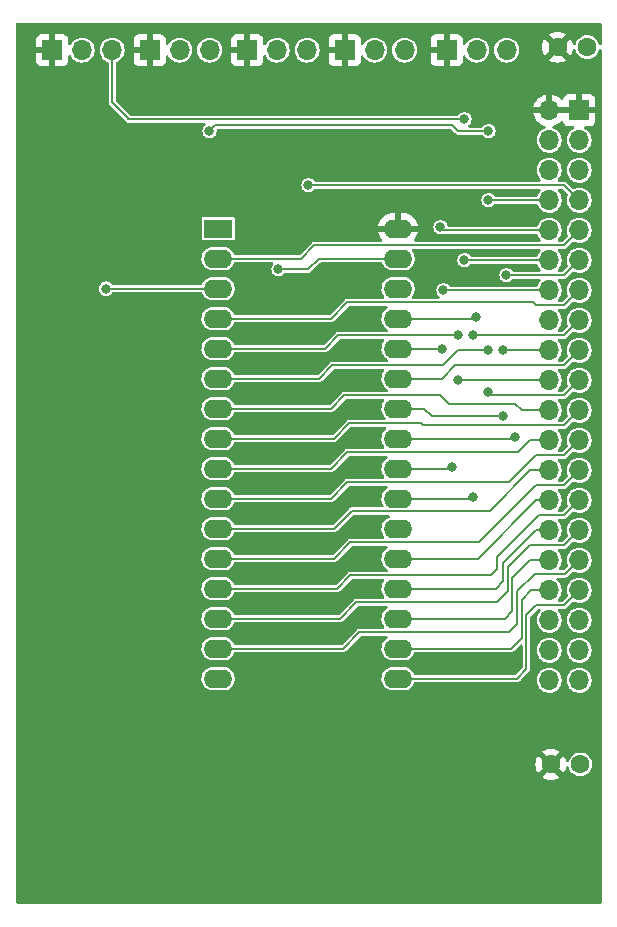
<source format=gtl>
G04 #@! TF.GenerationSoftware,KiCad,Pcbnew,(6.0.1)*
G04 #@! TF.CreationDate,2022-09-17T07:47:54-04:00*
G04 #@! TF.ProjectId,LB-MEM-03,4c422d4d-454d-42d3-9033-2e6b69636164,1*
G04 #@! TF.SameCoordinates,Original*
G04 #@! TF.FileFunction,Copper,L1,Top*
G04 #@! TF.FilePolarity,Positive*
%FSLAX46Y46*%
G04 Gerber Fmt 4.6, Leading zero omitted, Abs format (unit mm)*
G04 Created by KiCad (PCBNEW (6.0.1)) date 2022-09-17 07:47:54*
%MOMM*%
%LPD*%
G01*
G04 APERTURE LIST*
G04 #@! TA.AperFunction,ComponentPad*
%ADD10R,2.400000X1.600000*%
G04 #@! TD*
G04 #@! TA.AperFunction,ComponentPad*
%ADD11O,2.400000X1.600000*%
G04 #@! TD*
G04 #@! TA.AperFunction,ComponentPad*
%ADD12R,1.700000X1.700000*%
G04 #@! TD*
G04 #@! TA.AperFunction,ComponentPad*
%ADD13O,1.700000X1.700000*%
G04 #@! TD*
G04 #@! TA.AperFunction,ComponentPad*
%ADD14C,1.600000*%
G04 #@! TD*
G04 #@! TA.AperFunction,ViaPad*
%ADD15C,0.800000*%
G04 #@! TD*
G04 #@! TA.AperFunction,Conductor*
%ADD16C,0.203200*%
G04 #@! TD*
G04 APERTURE END LIST*
D10*
X149322000Y-64638000D03*
D11*
X149322000Y-67178000D03*
X149322000Y-69718000D03*
X149322000Y-72258000D03*
X149322000Y-74798000D03*
X149322000Y-77338000D03*
X149322000Y-79878000D03*
X149322000Y-82418000D03*
X149322000Y-84958000D03*
X149322000Y-87498000D03*
X149322000Y-90038000D03*
X149322000Y-92578000D03*
X149322000Y-95118000D03*
X149322000Y-97658000D03*
X149322000Y-100198000D03*
X149322000Y-102738000D03*
X164562000Y-102738000D03*
X164562000Y-100198000D03*
X164562000Y-97658000D03*
X164562000Y-95118000D03*
X164562000Y-92578000D03*
X164562000Y-90038000D03*
X164562000Y-87498000D03*
X164562000Y-84958000D03*
X164562000Y-82418000D03*
X164562000Y-79878000D03*
X164562000Y-77338000D03*
X164562000Y-74798000D03*
X164562000Y-72258000D03*
X164562000Y-69718000D03*
X164562000Y-67178000D03*
X164562000Y-64638000D03*
D12*
X143525000Y-49530000D03*
D13*
X146065000Y-49530000D03*
X148605000Y-49530000D03*
D12*
X151780000Y-49530000D03*
D13*
X154320000Y-49530000D03*
X156860000Y-49530000D03*
D12*
X160035000Y-49530000D03*
D13*
X162575000Y-49530000D03*
X165115000Y-49530000D03*
D12*
X179890000Y-54615000D03*
D13*
X177350000Y-54615000D03*
X179890000Y-57155000D03*
X177350000Y-57155000D03*
X179890000Y-59695000D03*
X177350000Y-59695000D03*
X179890000Y-62235000D03*
X177350000Y-62235000D03*
X179890000Y-64775000D03*
X177350000Y-64775000D03*
X179890000Y-67315000D03*
X177350000Y-67315000D03*
X179890000Y-69855000D03*
X177350000Y-69855000D03*
X179890000Y-72395000D03*
X177350000Y-72395000D03*
X179890000Y-74935000D03*
X177350000Y-74935000D03*
X179890000Y-77475000D03*
X177350000Y-77475000D03*
X179890000Y-80015000D03*
X177350000Y-80015000D03*
X179890000Y-82555000D03*
X177350000Y-82555000D03*
X179890000Y-85095000D03*
X177350000Y-85095000D03*
X179890000Y-87635000D03*
X177350000Y-87635000D03*
X179890000Y-90175000D03*
X177350000Y-90175000D03*
X179890000Y-92715000D03*
X177350000Y-92715000D03*
X179890000Y-95255000D03*
X177350000Y-95255000D03*
X179890000Y-97795000D03*
X177350000Y-97795000D03*
X179890000Y-100335000D03*
X177350000Y-100335000D03*
X179890000Y-102875000D03*
X177350000Y-102875000D03*
D14*
X180000000Y-110000000D03*
X177500000Y-110000000D03*
X180574000Y-49276000D03*
X178074000Y-49276000D03*
D13*
X173751000Y-49530000D03*
X171211000Y-49530000D03*
D12*
X168671000Y-49530000D03*
D13*
X140350000Y-49530000D03*
X137810000Y-49530000D03*
D12*
X135270000Y-49530000D03*
D15*
X139832000Y-69718000D03*
X169672000Y-77470000D03*
X172212000Y-78486000D03*
X173482000Y-80518000D03*
X172212000Y-74930000D03*
X169672000Y-73660000D03*
X168280000Y-74798000D03*
X168402000Y-69850000D03*
X170942000Y-73678500D03*
X173482000Y-74930000D03*
X174498000Y-82296000D03*
X170942000Y-87376000D03*
X169164000Y-84836000D03*
X156972000Y-60960000D03*
X148590000Y-56388000D03*
X172212000Y-62230000D03*
X172212000Y-56388000D03*
X168148000Y-64516000D03*
X170180000Y-55372000D03*
X170180000Y-67310000D03*
X173736000Y-68580000D03*
X171196000Y-72136000D03*
X154432000Y-68072000D03*
D16*
X156972000Y-60960000D02*
X178615000Y-60960000D01*
X178615000Y-60960000D02*
X179890000Y-62235000D01*
X169672000Y-56388000D02*
X172212000Y-56388000D01*
X149098000Y-55880000D02*
X169164000Y-55880000D01*
X169164000Y-55880000D02*
X169672000Y-56388000D01*
X148590000Y-56388000D02*
X149098000Y-55880000D01*
X149322000Y-69718000D02*
X139832000Y-69718000D01*
X141762000Y-55372000D02*
X140350000Y-53960000D01*
X140350000Y-53960000D02*
X140350000Y-49530000D01*
X141732000Y-55372000D02*
X170180000Y-55372000D01*
X170185000Y-67315000D02*
X177350000Y-67315000D01*
X170180000Y-67310000D02*
X170185000Y-67315000D01*
X172217000Y-62235000D02*
X177350000Y-62235000D01*
X172212000Y-62230000D02*
X172217000Y-62235000D01*
X169672000Y-73660000D02*
X159512000Y-73660000D01*
X169672000Y-77470000D02*
X169677000Y-77475000D01*
X169677000Y-77475000D02*
X177350000Y-77475000D01*
X167396000Y-80518000D02*
X173482000Y-80518000D01*
X168270000Y-77338000D02*
X164562000Y-77338000D01*
X169408000Y-76200000D02*
X168270000Y-77338000D01*
X178625000Y-76200000D02*
X169408000Y-76200000D01*
X179890000Y-74935000D02*
X178625000Y-76200000D01*
X157866000Y-77338000D02*
X149322000Y-77338000D01*
X159004000Y-76200000D02*
X157866000Y-77338000D01*
X168402000Y-76200000D02*
X159004000Y-76200000D01*
X172212000Y-74930000D02*
X169672000Y-74930000D01*
X169672000Y-74930000D02*
X168402000Y-76200000D01*
X159136000Y-82418000D02*
X149322000Y-82418000D01*
X166531489Y-81118511D02*
X160435489Y-81118511D01*
X160435489Y-81118511D02*
X159136000Y-82418000D01*
X166692978Y-81280000D02*
X166531489Y-81118511D01*
X178625000Y-81280000D02*
X166692978Y-81280000D01*
X179890000Y-80015000D02*
X178625000Y-81280000D01*
X168148000Y-78740000D02*
X168910000Y-79502000D01*
X168910000Y-79502000D02*
X174498000Y-79502000D01*
X160020000Y-78740000D02*
X168148000Y-78740000D01*
X174498000Y-79502000D02*
X175011000Y-80015000D01*
X175011000Y-80015000D02*
X177350000Y-80015000D01*
X158882000Y-79878000D02*
X160020000Y-78740000D01*
X149322000Y-79878000D02*
X158882000Y-79878000D01*
X167396000Y-80518000D02*
X166756000Y-79878000D01*
X164562000Y-79878000D02*
X166756000Y-79878000D01*
X172466000Y-78740000D02*
X172212000Y-78486000D01*
X178625000Y-78740000D02*
X172466000Y-78740000D01*
X179890000Y-77475000D02*
X178625000Y-78740000D01*
X158374000Y-74798000D02*
X159512000Y-73660000D01*
X149322000Y-74798000D02*
X158374000Y-74798000D01*
X168407000Y-69855000D02*
X168402000Y-69850000D01*
X168407000Y-69855000D02*
X177350000Y-69855000D01*
X164562000Y-74798000D02*
X168280000Y-74798000D01*
X178625000Y-71120000D02*
X179890000Y-69855000D01*
X176276000Y-71120000D02*
X178625000Y-71120000D01*
X176022000Y-70866000D02*
X176276000Y-71120000D01*
X149322000Y-72258000D02*
X158882000Y-72258000D01*
X158882000Y-72258000D02*
X160274000Y-70866000D01*
X160274000Y-70866000D02*
X176022000Y-70866000D01*
X170960500Y-73660000D02*
X170942000Y-73678500D01*
X170960500Y-73660000D02*
X178625000Y-73660000D01*
X179890000Y-72395000D02*
X178625000Y-73660000D01*
X173844500Y-74930000D02*
X173849500Y-74935000D01*
X173849500Y-74935000D02*
X177350000Y-74935000D01*
X174366000Y-82418000D02*
X174376000Y-82418000D01*
X174376000Y-82418000D02*
X174498000Y-82296000D01*
X164562000Y-82418000D02*
X174366000Y-82418000D01*
X175763000Y-82555000D02*
X177350000Y-82555000D01*
X160274000Y-83566000D02*
X174752000Y-83566000D01*
X158882000Y-84958000D02*
X160274000Y-83566000D01*
X149322000Y-84958000D02*
X158882000Y-84958000D01*
X174752000Y-83566000D02*
X175763000Y-82555000D01*
X170820000Y-87498000D02*
X170942000Y-87376000D01*
X164562000Y-87498000D02*
X170820000Y-87498000D01*
X176276000Y-83820000D02*
X178625000Y-83820000D01*
X173990000Y-86106000D02*
X176276000Y-83820000D01*
X160274000Y-86106000D02*
X173990000Y-86106000D01*
X178625000Y-83820000D02*
X179890000Y-82555000D01*
X158882000Y-87498000D02*
X160274000Y-86106000D01*
X149322000Y-87498000D02*
X158882000Y-87498000D01*
X175763000Y-85095000D02*
X177350000Y-85095000D01*
X160622480Y-88551520D02*
X172306480Y-88551520D01*
X172306480Y-88551520D02*
X175763000Y-85095000D01*
X159136000Y-90038000D02*
X160622480Y-88551520D01*
X149322000Y-90038000D02*
X159136000Y-90038000D01*
X178625000Y-86360000D02*
X179890000Y-85095000D01*
X176276000Y-86360000D02*
X178625000Y-86360000D01*
X171450000Y-91186000D02*
X176276000Y-86360000D01*
X160528000Y-91186000D02*
X171450000Y-91186000D01*
X159136000Y-92578000D02*
X160528000Y-91186000D01*
X149322000Y-92578000D02*
X159136000Y-92578000D01*
X169164000Y-84836000D02*
X169042000Y-84958000D01*
X169042000Y-84958000D02*
X164562000Y-84958000D01*
X168407000Y-64775000D02*
X168148000Y-64516000D01*
X177350000Y-64775000D02*
X168407000Y-64775000D01*
X178625000Y-68580000D02*
X179890000Y-67315000D01*
X173736000Y-68580000D02*
X178625000Y-68580000D01*
X171074000Y-72258000D02*
X171196000Y-72136000D01*
X164562000Y-72258000D02*
X171074000Y-72258000D01*
X157866000Y-67178000D02*
X164562000Y-67178000D01*
X156972000Y-68072000D02*
X157866000Y-67178000D01*
X154432000Y-68072000D02*
X156972000Y-68072000D01*
X156342000Y-67178000D02*
X149322000Y-67178000D01*
X157480000Y-66040000D02*
X156342000Y-67178000D01*
X179890000Y-64775000D02*
X178625000Y-66040000D01*
X178625000Y-66040000D02*
X157480000Y-66040000D01*
X176271000Y-87635000D02*
X177350000Y-87635000D01*
X171328000Y-92578000D02*
X176271000Y-87635000D01*
X164562000Y-92578000D02*
X171328000Y-92578000D01*
X159390000Y-95118000D02*
X149322000Y-95118000D01*
X160528000Y-93980000D02*
X159390000Y-95118000D01*
X172466000Y-93980000D02*
X160528000Y-93980000D01*
X172974000Y-93472000D02*
X172466000Y-93980000D01*
X172974000Y-92456000D02*
X172974000Y-93472000D01*
X176530000Y-88900000D02*
X172974000Y-92456000D01*
X178625000Y-88900000D02*
X176530000Y-88900000D01*
X179890000Y-87635000D02*
X178625000Y-88900000D01*
X164562000Y-95118000D02*
X172852000Y-95118000D01*
X176271000Y-90175000D02*
X173482000Y-92964000D01*
X173482000Y-92964000D02*
X173482000Y-94488000D01*
X173482000Y-94488000D02*
X172852000Y-95118000D01*
X177350000Y-90175000D02*
X176271000Y-90175000D01*
X178625000Y-91440000D02*
X179890000Y-90175000D01*
X175768000Y-91440000D02*
X178625000Y-91440000D01*
X173888880Y-93319120D02*
X175768000Y-91440000D01*
X173888880Y-95351120D02*
X173888880Y-93319120D01*
X161036000Y-96266000D02*
X172974000Y-96266000D01*
X172974000Y-96266000D02*
X173888880Y-95351120D01*
X149322000Y-97658000D02*
X159644000Y-97658000D01*
X159644000Y-97658000D02*
X161036000Y-96266000D01*
X173614000Y-97658000D02*
X164562000Y-97658000D01*
X174244000Y-94234000D02*
X174244000Y-97028000D01*
X174244000Y-97028000D02*
X173614000Y-97658000D01*
X175763000Y-92715000D02*
X174244000Y-94234000D01*
X177350000Y-92715000D02*
X175763000Y-92715000D01*
X175050391Y-96056391D02*
X175851782Y-95255000D01*
X175851782Y-95255000D02*
X177350000Y-95255000D01*
X174650880Y-98145120D02*
X174650880Y-95351120D01*
X173990000Y-98806000D02*
X174650880Y-98145120D01*
X159898000Y-100198000D02*
X149322000Y-100198000D01*
X161290000Y-98806000D02*
X159898000Y-100198000D01*
X173990000Y-98806000D02*
X161290000Y-98806000D01*
X176117500Y-93884500D02*
X174650880Y-95351120D01*
X178720500Y-93884500D02*
X176117500Y-93884500D01*
X179890000Y-92715000D02*
X178720500Y-93884500D01*
X175050391Y-99259609D02*
X174112000Y-100198000D01*
X175050391Y-96056391D02*
X175050391Y-99259609D01*
X174112000Y-100198000D02*
X164562000Y-100198000D01*
X178625000Y-96520000D02*
X176276000Y-96520000D01*
X179890000Y-95255000D02*
X178625000Y-96520000D01*
X176276000Y-96520000D02*
X175405511Y-97390489D01*
X175405511Y-97390489D02*
X175405511Y-101952489D01*
X175405511Y-101952489D02*
X174620000Y-102738000D01*
X174620000Y-102738000D02*
X164562000Y-102738000D01*
G04 #@! TA.AperFunction,Conductor*
G36*
X181738921Y-47223202D02*
G01*
X181785414Y-47276858D01*
X181796800Y-47329200D01*
X181796800Y-49000065D01*
X181776798Y-49068186D01*
X181723142Y-49114679D01*
X181652868Y-49124783D01*
X181588288Y-49095289D01*
X181550178Y-49036483D01*
X181544725Y-49018423D01*
X181506456Y-48891669D01*
X181414048Y-48717874D01*
X181330141Y-48614994D01*
X181293537Y-48570112D01*
X181293534Y-48570109D01*
X181289642Y-48565337D01*
X181284893Y-48561408D01*
X181142727Y-48443798D01*
X181142723Y-48443796D01*
X181137977Y-48439869D01*
X180964831Y-48346249D01*
X180853268Y-48311715D01*
X180782685Y-48289866D01*
X180782682Y-48289865D01*
X180776798Y-48288044D01*
X180770673Y-48287400D01*
X180770672Y-48287400D01*
X180587169Y-48268113D01*
X180587168Y-48268113D01*
X180581041Y-48267469D01*
X180508275Y-48274091D01*
X180391153Y-48284749D01*
X180391149Y-48284750D01*
X180385015Y-48285308D01*
X180196188Y-48340883D01*
X180021752Y-48432076D01*
X179868350Y-48555414D01*
X179741827Y-48706199D01*
X179647001Y-48878688D01*
X179645140Y-48884555D01*
X179645139Y-48884557D01*
X179600933Y-49023911D01*
X179561269Y-49082795D01*
X179496067Y-49110887D01*
X179426027Y-49099269D01*
X179373388Y-49051629D01*
X179359124Y-49018423D01*
X179309236Y-48832239D01*
X179305490Y-48821947D01*
X179213414Y-48624489D01*
X179207931Y-48614994D01*
X179171491Y-48562952D01*
X179161012Y-48554576D01*
X179147566Y-48561644D01*
X178446022Y-49263188D01*
X178438408Y-49277132D01*
X178438539Y-49278965D01*
X178442790Y-49285580D01*
X179148287Y-49991077D01*
X179160062Y-49997507D01*
X179172077Y-49988211D01*
X179207931Y-49937006D01*
X179213414Y-49927511D01*
X179305490Y-49730053D01*
X179309236Y-49719761D01*
X179359659Y-49531578D01*
X179396611Y-49470955D01*
X179460471Y-49439934D01*
X179530966Y-49448362D01*
X179585713Y-49493565D01*
X179602485Y-49529459D01*
X179634337Y-49640539D01*
X179636268Y-49647274D01*
X179639087Y-49652759D01*
X179723424Y-49816861D01*
X179723427Y-49816866D01*
X179726242Y-49822343D01*
X179848506Y-49976602D01*
X179853200Y-49980597D01*
X179991243Y-50098081D01*
X179998403Y-50104175D01*
X180170226Y-50200203D01*
X180176085Y-50202107D01*
X180176088Y-50202108D01*
X180236201Y-50221640D01*
X180357427Y-50261029D01*
X180363537Y-50261758D01*
X180363539Y-50261758D01*
X180430203Y-50269707D01*
X180552878Y-50284335D01*
X180559013Y-50283863D01*
X180559015Y-50283863D01*
X180742992Y-50269707D01*
X180742996Y-50269706D01*
X180749134Y-50269234D01*
X180938719Y-50216301D01*
X181114411Y-50127552D01*
X181144333Y-50104175D01*
X181264659Y-50010166D01*
X181264660Y-50010165D01*
X181269520Y-50006368D01*
X181398136Y-49857364D01*
X181401180Y-49852006D01*
X181492316Y-49691580D01*
X181492318Y-49691575D01*
X181495362Y-49686217D01*
X181551242Y-49518235D01*
X181591723Y-49459911D01*
X181657311Y-49432731D01*
X181727182Y-49445326D01*
X181779152Y-49493696D01*
X181796800Y-49558007D01*
X181796800Y-121670800D01*
X181776798Y-121738921D01*
X181723142Y-121785414D01*
X181670800Y-121796800D01*
X132329200Y-121796800D01*
X132261079Y-121776798D01*
X132214586Y-121723142D01*
X132203200Y-121670800D01*
X132203200Y-111086062D01*
X176778493Y-111086062D01*
X176787789Y-111098077D01*
X176838994Y-111133931D01*
X176848489Y-111139414D01*
X177045947Y-111231490D01*
X177056239Y-111235236D01*
X177266688Y-111291625D01*
X177277481Y-111293528D01*
X177494525Y-111312517D01*
X177505475Y-111312517D01*
X177722519Y-111293528D01*
X177733312Y-111291625D01*
X177943761Y-111235236D01*
X177954053Y-111231490D01*
X178151511Y-111139414D01*
X178161006Y-111133931D01*
X178213048Y-111097491D01*
X178221424Y-111087012D01*
X178214356Y-111073566D01*
X177512812Y-110372022D01*
X177498868Y-110364408D01*
X177497035Y-110364539D01*
X177490420Y-110368790D01*
X176784923Y-111074287D01*
X176778493Y-111086062D01*
X132203200Y-111086062D01*
X132203200Y-110005475D01*
X176187483Y-110005475D01*
X176206472Y-110222519D01*
X176208375Y-110233312D01*
X176264764Y-110443761D01*
X176268510Y-110454053D01*
X176360586Y-110651511D01*
X176366069Y-110661006D01*
X176402509Y-110713048D01*
X176412988Y-110721424D01*
X176426434Y-110714356D01*
X177127978Y-110012812D01*
X177134356Y-110001132D01*
X177864408Y-110001132D01*
X177864539Y-110002965D01*
X177868790Y-110009580D01*
X178574287Y-110715077D01*
X178586062Y-110721507D01*
X178598077Y-110712211D01*
X178633931Y-110661006D01*
X178639414Y-110651511D01*
X178731490Y-110454053D01*
X178735236Y-110443761D01*
X178785659Y-110255578D01*
X178822611Y-110194955D01*
X178886471Y-110163934D01*
X178956966Y-110172362D01*
X179011713Y-110217565D01*
X179028485Y-110253459D01*
X179060337Y-110364539D01*
X179062268Y-110371274D01*
X179065087Y-110376759D01*
X179149424Y-110540861D01*
X179149427Y-110540866D01*
X179152242Y-110546343D01*
X179274506Y-110700602D01*
X179424403Y-110828175D01*
X179596226Y-110924203D01*
X179602085Y-110926107D01*
X179602088Y-110926108D01*
X179662201Y-110945640D01*
X179783427Y-110985029D01*
X179789537Y-110985758D01*
X179789539Y-110985758D01*
X179856203Y-110993707D01*
X179978878Y-111008335D01*
X179985013Y-111007863D01*
X179985015Y-111007863D01*
X180168992Y-110993707D01*
X180168996Y-110993706D01*
X180175134Y-110993234D01*
X180364719Y-110940301D01*
X180540411Y-110851552D01*
X180570333Y-110828175D01*
X180690659Y-110734166D01*
X180690660Y-110734165D01*
X180695520Y-110730368D01*
X180824136Y-110581364D01*
X180827180Y-110576006D01*
X180918316Y-110415580D01*
X180918318Y-110415575D01*
X180921362Y-110410217D01*
X180983493Y-110223444D01*
X180991011Y-110163934D01*
X181007721Y-110031664D01*
X181007722Y-110031655D01*
X181008163Y-110028161D01*
X181008556Y-110000000D01*
X180989348Y-109804104D01*
X180978052Y-109766688D01*
X180938471Y-109635592D01*
X180932456Y-109615669D01*
X180840048Y-109441874D01*
X180756141Y-109338994D01*
X180719537Y-109294112D01*
X180719534Y-109294109D01*
X180715642Y-109289337D01*
X180710893Y-109285408D01*
X180568727Y-109167798D01*
X180568723Y-109167796D01*
X180563977Y-109163869D01*
X180390831Y-109070249D01*
X180296815Y-109041147D01*
X180208685Y-109013866D01*
X180208682Y-109013865D01*
X180202798Y-109012044D01*
X180196673Y-109011400D01*
X180196672Y-109011400D01*
X180013169Y-108992113D01*
X180013168Y-108992113D01*
X180007041Y-108991469D01*
X179934275Y-108998091D01*
X179817153Y-109008749D01*
X179817149Y-109008750D01*
X179811015Y-109009308D01*
X179622188Y-109064883D01*
X179447752Y-109156076D01*
X179294350Y-109279414D01*
X179167827Y-109430199D01*
X179073001Y-109602688D01*
X179071140Y-109608555D01*
X179071139Y-109608557D01*
X179026933Y-109747911D01*
X178987269Y-109806795D01*
X178922067Y-109834887D01*
X178852027Y-109823269D01*
X178799388Y-109775629D01*
X178785124Y-109742423D01*
X178735236Y-109556239D01*
X178731490Y-109545947D01*
X178639414Y-109348489D01*
X178633931Y-109338994D01*
X178597491Y-109286952D01*
X178587012Y-109278576D01*
X178573566Y-109285644D01*
X177872022Y-109987188D01*
X177864408Y-110001132D01*
X177134356Y-110001132D01*
X177135592Y-109998868D01*
X177135461Y-109997035D01*
X177131210Y-109990420D01*
X176425713Y-109284923D01*
X176413938Y-109278493D01*
X176401923Y-109287789D01*
X176366069Y-109338994D01*
X176360586Y-109348489D01*
X176268510Y-109545947D01*
X176264764Y-109556239D01*
X176208375Y-109766688D01*
X176206472Y-109777481D01*
X176187483Y-109994525D01*
X176187483Y-110005475D01*
X132203200Y-110005475D01*
X132203200Y-108912988D01*
X176778576Y-108912988D01*
X176785644Y-108926434D01*
X177487188Y-109627978D01*
X177501132Y-109635592D01*
X177502965Y-109635461D01*
X177509580Y-109631210D01*
X178215077Y-108925713D01*
X178221507Y-108913938D01*
X178212211Y-108901923D01*
X178161006Y-108866069D01*
X178151511Y-108860586D01*
X177954053Y-108768510D01*
X177943761Y-108764764D01*
X177733312Y-108708375D01*
X177722519Y-108706472D01*
X177505475Y-108687483D01*
X177494525Y-108687483D01*
X177277481Y-108706472D01*
X177266688Y-108708375D01*
X177056239Y-108764764D01*
X177045947Y-108768510D01*
X176848489Y-108860586D01*
X176838994Y-108866069D01*
X176786952Y-108902509D01*
X176778576Y-108912988D01*
X132203200Y-108912988D01*
X132203200Y-102787283D01*
X147914328Y-102787283D01*
X147944820Y-102988897D01*
X147947022Y-102994881D01*
X147947023Y-102994886D01*
X148013024Y-103174272D01*
X148015228Y-103180262D01*
X148122678Y-103353561D01*
X148127064Y-103358199D01*
X148247282Y-103485325D01*
X148262780Y-103501714D01*
X148429810Y-103618670D01*
X148616946Y-103699651D01*
X148662548Y-103709178D01*
X148811808Y-103740360D01*
X148811813Y-103740361D01*
X148816544Y-103741349D01*
X148821439Y-103741606D01*
X148821573Y-103741613D01*
X148821589Y-103741613D01*
X148823241Y-103741700D01*
X149772957Y-103741700D01*
X149845716Y-103734309D01*
X149918514Y-103726915D01*
X149918515Y-103726915D01*
X149924863Y-103726270D01*
X150119439Y-103665294D01*
X150297779Y-103566438D01*
X150452600Y-103433741D01*
X150577575Y-103272623D01*
X150667601Y-103089666D01*
X150673731Y-103066133D01*
X150717390Y-102898527D01*
X150717391Y-102898522D01*
X150719000Y-102892344D01*
X150729672Y-102688717D01*
X150699180Y-102487103D01*
X150696978Y-102481119D01*
X150696977Y-102481114D01*
X150630976Y-102301728D01*
X150630975Y-102301726D01*
X150628772Y-102295738D01*
X150521322Y-102122439D01*
X150492289Y-102091738D01*
X150385609Y-101978927D01*
X150385608Y-101978926D01*
X150381220Y-101974286D01*
X150355294Y-101956132D01*
X150294720Y-101913718D01*
X150214190Y-101857330D01*
X150027054Y-101776349D01*
X149981452Y-101766822D01*
X149832192Y-101735640D01*
X149832187Y-101735639D01*
X149827456Y-101734651D01*
X149822561Y-101734394D01*
X149822427Y-101734387D01*
X149822411Y-101734387D01*
X149820759Y-101734300D01*
X148871043Y-101734300D01*
X148798284Y-101741691D01*
X148725486Y-101749085D01*
X148725485Y-101749085D01*
X148719137Y-101749730D01*
X148524561Y-101810706D01*
X148346221Y-101909562D01*
X148191400Y-102042259D01*
X148187493Y-102047296D01*
X148187491Y-102047298D01*
X148153020Y-102091738D01*
X148066425Y-102203377D01*
X147976399Y-102386334D01*
X147974790Y-102392512D01*
X147974789Y-102392514D01*
X147926610Y-102577473D01*
X147926609Y-102577478D01*
X147925000Y-102583656D01*
X147914328Y-102787283D01*
X132203200Y-102787283D01*
X132203200Y-100247283D01*
X147914328Y-100247283D01*
X147944820Y-100448897D01*
X147947022Y-100454881D01*
X147947023Y-100454886D01*
X148013024Y-100634272D01*
X148015228Y-100640262D01*
X148122678Y-100813561D01*
X148127064Y-100818199D01*
X148247282Y-100945325D01*
X148262780Y-100961714D01*
X148429810Y-101078670D01*
X148616946Y-101159651D01*
X148662548Y-101169178D01*
X148811808Y-101200360D01*
X148811813Y-101200361D01*
X148816544Y-101201349D01*
X148821439Y-101201606D01*
X148821573Y-101201613D01*
X148821589Y-101201613D01*
X148823241Y-101201700D01*
X149772957Y-101201700D01*
X149845716Y-101194309D01*
X149918514Y-101186915D01*
X149918515Y-101186915D01*
X149924863Y-101186270D01*
X150119439Y-101125294D01*
X150297779Y-101026438D01*
X150452600Y-100893741D01*
X150577575Y-100732623D01*
X150580388Y-100726906D01*
X150580395Y-100726895D01*
X150655791Y-100573670D01*
X150703813Y-100521379D01*
X150768845Y-100503300D01*
X159844710Y-100503300D01*
X159847535Y-100503507D01*
X159852628Y-100505256D01*
X159902357Y-100503389D01*
X159907083Y-100503300D01*
X159926393Y-100503300D01*
X159931180Y-100502408D01*
X159934898Y-100502167D01*
X159966282Y-100500989D01*
X159976974Y-100496395D01*
X159981059Y-100495475D01*
X159994475Y-100491399D01*
X159998374Y-100489894D01*
X160009811Y-100487764D01*
X160031253Y-100474547D01*
X160047632Y-100466039D01*
X160062604Y-100459607D01*
X160062608Y-100459604D01*
X160070779Y-100456094D01*
X160075744Y-100452015D01*
X160078070Y-100449689D01*
X160078185Y-100449598D01*
X160080193Y-100447777D01*
X160080316Y-100447913D01*
X160090250Y-100440060D01*
X160096723Y-100434190D01*
X160106628Y-100428085D01*
X160123542Y-100405842D01*
X160134736Y-100393023D01*
X161379554Y-99148205D01*
X161441866Y-99114179D01*
X161468649Y-99111300D01*
X163564932Y-99111300D01*
X163633053Y-99131302D01*
X163679546Y-99184958D01*
X163689650Y-99255232D01*
X163660156Y-99319812D01*
X163626018Y-99347502D01*
X163586221Y-99369562D01*
X163431400Y-99502259D01*
X163306425Y-99663377D01*
X163216399Y-99846334D01*
X163214790Y-99852512D01*
X163214789Y-99852514D01*
X163166610Y-100037473D01*
X163166609Y-100037478D01*
X163165000Y-100043656D01*
X163154328Y-100247283D01*
X163184820Y-100448897D01*
X163187022Y-100454881D01*
X163187023Y-100454886D01*
X163253024Y-100634272D01*
X163255228Y-100640262D01*
X163362678Y-100813561D01*
X163367064Y-100818199D01*
X163487282Y-100945325D01*
X163502780Y-100961714D01*
X163669810Y-101078670D01*
X163856946Y-101159651D01*
X163902548Y-101169178D01*
X164051808Y-101200360D01*
X164051813Y-101200361D01*
X164056544Y-101201349D01*
X164061439Y-101201606D01*
X164061573Y-101201613D01*
X164061589Y-101201613D01*
X164063241Y-101201700D01*
X165012957Y-101201700D01*
X165085716Y-101194309D01*
X165158514Y-101186915D01*
X165158515Y-101186915D01*
X165164863Y-101186270D01*
X165359439Y-101125294D01*
X165537779Y-101026438D01*
X165692600Y-100893741D01*
X165817575Y-100732623D01*
X165820388Y-100726906D01*
X165820395Y-100726895D01*
X165895791Y-100573670D01*
X165943813Y-100521379D01*
X166008845Y-100503300D01*
X174058710Y-100503300D01*
X174061535Y-100503507D01*
X174066628Y-100505256D01*
X174116357Y-100503389D01*
X174121083Y-100503300D01*
X174140393Y-100503300D01*
X174145180Y-100502408D01*
X174148898Y-100502167D01*
X174180282Y-100500989D01*
X174190974Y-100496395D01*
X174195059Y-100495475D01*
X174208475Y-100491399D01*
X174212374Y-100489894D01*
X174223811Y-100487764D01*
X174245253Y-100474547D01*
X174261632Y-100466039D01*
X174276604Y-100459607D01*
X174276608Y-100459604D01*
X174284779Y-100456094D01*
X174289744Y-100452015D01*
X174292070Y-100449689D01*
X174292185Y-100449598D01*
X174294193Y-100447777D01*
X174294316Y-100447913D01*
X174304250Y-100440060D01*
X174310723Y-100434190D01*
X174320628Y-100428085D01*
X174337542Y-100405842D01*
X174348736Y-100393023D01*
X174885116Y-99856643D01*
X174947428Y-99822617D01*
X175018243Y-99827682D01*
X175075079Y-99870229D01*
X175099890Y-99936749D01*
X175100211Y-99945738D01*
X175100211Y-101773839D01*
X175080209Y-101841960D01*
X175063306Y-101862935D01*
X174530444Y-102395796D01*
X174468132Y-102429821D01*
X174441349Y-102432700D01*
X166007063Y-102432700D01*
X165938942Y-102412698D01*
X165892449Y-102359042D01*
X165888813Y-102350208D01*
X165870975Y-102301726D01*
X165868772Y-102295738D01*
X165761322Y-102122439D01*
X165732289Y-102091738D01*
X165625609Y-101978927D01*
X165625608Y-101978926D01*
X165621220Y-101974286D01*
X165595294Y-101956132D01*
X165534720Y-101913718D01*
X165454190Y-101857330D01*
X165267054Y-101776349D01*
X165221452Y-101766822D01*
X165072192Y-101735640D01*
X165072187Y-101735639D01*
X165067456Y-101734651D01*
X165062561Y-101734394D01*
X165062427Y-101734387D01*
X165062411Y-101734387D01*
X165060759Y-101734300D01*
X164111043Y-101734300D01*
X164038284Y-101741691D01*
X163965486Y-101749085D01*
X163965485Y-101749085D01*
X163959137Y-101749730D01*
X163764561Y-101810706D01*
X163586221Y-101909562D01*
X163431400Y-102042259D01*
X163427493Y-102047296D01*
X163427491Y-102047298D01*
X163393020Y-102091738D01*
X163306425Y-102203377D01*
X163216399Y-102386334D01*
X163214790Y-102392512D01*
X163214789Y-102392514D01*
X163166610Y-102577473D01*
X163166609Y-102577478D01*
X163165000Y-102583656D01*
X163154328Y-102787283D01*
X163184820Y-102988897D01*
X163187022Y-102994881D01*
X163187023Y-102994886D01*
X163253024Y-103174272D01*
X163255228Y-103180262D01*
X163362678Y-103353561D01*
X163367064Y-103358199D01*
X163487282Y-103485325D01*
X163502780Y-103501714D01*
X163669810Y-103618670D01*
X163856946Y-103699651D01*
X163902548Y-103709178D01*
X164051808Y-103740360D01*
X164051813Y-103740361D01*
X164056544Y-103741349D01*
X164061439Y-103741606D01*
X164061573Y-103741613D01*
X164061589Y-103741613D01*
X164063241Y-103741700D01*
X165012957Y-103741700D01*
X165085716Y-103734309D01*
X165158514Y-103726915D01*
X165158515Y-103726915D01*
X165164863Y-103726270D01*
X165359439Y-103665294D01*
X165537779Y-103566438D01*
X165692600Y-103433741D01*
X165817575Y-103272623D01*
X165820388Y-103266906D01*
X165820395Y-103266895D01*
X165895791Y-103113670D01*
X165943813Y-103061379D01*
X166008845Y-103043300D01*
X174566710Y-103043300D01*
X174569535Y-103043507D01*
X174574628Y-103045256D01*
X174624357Y-103043389D01*
X174629083Y-103043300D01*
X174648393Y-103043300D01*
X174653180Y-103042408D01*
X174656898Y-103042167D01*
X174688282Y-103040989D01*
X174698974Y-103036395D01*
X174703059Y-103035475D01*
X174716475Y-103031399D01*
X174720374Y-103029894D01*
X174731811Y-103027764D01*
X174753253Y-103014547D01*
X174769632Y-103006039D01*
X174784604Y-102999607D01*
X174784608Y-102999604D01*
X174792779Y-102996094D01*
X174797744Y-102992015D01*
X174800070Y-102989689D01*
X174800185Y-102989598D01*
X174802193Y-102987777D01*
X174802316Y-102987913D01*
X174812250Y-102980060D01*
X174818723Y-102974190D01*
X174828628Y-102968085D01*
X174845542Y-102945842D01*
X174856736Y-102933023D01*
X174929542Y-102860217D01*
X176291305Y-102860217D01*
X176291821Y-102866361D01*
X176308080Y-103059994D01*
X176308081Y-103059999D01*
X176308596Y-103066133D01*
X176365555Y-103264770D01*
X176460010Y-103448560D01*
X176463835Y-103453386D01*
X176463837Y-103453389D01*
X176498461Y-103497073D01*
X176588364Y-103610503D01*
X176593057Y-103614497D01*
X176593058Y-103614498D01*
X176740947Y-103740360D01*
X176745730Y-103744431D01*
X176926111Y-103845243D01*
X177122639Y-103909099D01*
X177327826Y-103933566D01*
X177333961Y-103933094D01*
X177333963Y-103933094D01*
X177527715Y-103918185D01*
X177527718Y-103918184D01*
X177533858Y-103917712D01*
X177732887Y-103862143D01*
X177917332Y-103768973D01*
X177944899Y-103747436D01*
X178075307Y-103645550D01*
X178075308Y-103645549D01*
X178080168Y-103641752D01*
X178201045Y-103501714D01*
X178211167Y-103489987D01*
X178211167Y-103489986D01*
X178215191Y-103485325D01*
X178317260Y-103305652D01*
X178382486Y-103109575D01*
X178408385Y-102904563D01*
X178408798Y-102875000D01*
X178407348Y-102860217D01*
X178831305Y-102860217D01*
X178831821Y-102866361D01*
X178848080Y-103059994D01*
X178848081Y-103059999D01*
X178848596Y-103066133D01*
X178905555Y-103264770D01*
X179000010Y-103448560D01*
X179003835Y-103453386D01*
X179003837Y-103453389D01*
X179038461Y-103497073D01*
X179128364Y-103610503D01*
X179133057Y-103614497D01*
X179133058Y-103614498D01*
X179280947Y-103740360D01*
X179285730Y-103744431D01*
X179466111Y-103845243D01*
X179662639Y-103909099D01*
X179867826Y-103933566D01*
X179873961Y-103933094D01*
X179873963Y-103933094D01*
X180067715Y-103918185D01*
X180067718Y-103918184D01*
X180073858Y-103917712D01*
X180272887Y-103862143D01*
X180457332Y-103768973D01*
X180484899Y-103747436D01*
X180615307Y-103645550D01*
X180615308Y-103645549D01*
X180620168Y-103641752D01*
X180741045Y-103501714D01*
X180751167Y-103489987D01*
X180751167Y-103489986D01*
X180755191Y-103485325D01*
X180857260Y-103305652D01*
X180922486Y-103109575D01*
X180948385Y-102904563D01*
X180948798Y-102875000D01*
X180928633Y-102669345D01*
X180868907Y-102471523D01*
X180804403Y-102350208D01*
X180774789Y-102294512D01*
X180774787Y-102294509D01*
X180771895Y-102289070D01*
X180768005Y-102284300D01*
X180768002Y-102284296D01*
X180645187Y-102133710D01*
X180645184Y-102133707D01*
X180641292Y-102128935D01*
X180636543Y-102125006D01*
X180486822Y-102001146D01*
X180486819Y-102001144D01*
X180482072Y-101997217D01*
X180300301Y-101898933D01*
X180184009Y-101862935D01*
X180108788Y-101839650D01*
X180108785Y-101839649D01*
X180102901Y-101837828D01*
X180096776Y-101837184D01*
X180096775Y-101837184D01*
X179903520Y-101816872D01*
X179903519Y-101816872D01*
X179897392Y-101816228D01*
X179789684Y-101826030D01*
X179697742Y-101834397D01*
X179697741Y-101834397D01*
X179691601Y-101834956D01*
X179493367Y-101893300D01*
X179310241Y-101989036D01*
X179149198Y-102118518D01*
X179145239Y-102123236D01*
X179145238Y-102123237D01*
X179079287Y-102201834D01*
X179016371Y-102276814D01*
X179013408Y-102282203D01*
X179013405Y-102282208D01*
X178959310Y-102380607D01*
X178916821Y-102457895D01*
X178854339Y-102654864D01*
X178853653Y-102660981D01*
X178853652Y-102660985D01*
X178849826Y-102695099D01*
X178831305Y-102860217D01*
X178407348Y-102860217D01*
X178388633Y-102669345D01*
X178328907Y-102471523D01*
X178264403Y-102350208D01*
X178234789Y-102294512D01*
X178234787Y-102294509D01*
X178231895Y-102289070D01*
X178228005Y-102284300D01*
X178228002Y-102284296D01*
X178105187Y-102133710D01*
X178105184Y-102133707D01*
X178101292Y-102128935D01*
X178096543Y-102125006D01*
X177946822Y-102001146D01*
X177946819Y-102001144D01*
X177942072Y-101997217D01*
X177760301Y-101898933D01*
X177644009Y-101862935D01*
X177568788Y-101839650D01*
X177568785Y-101839649D01*
X177562901Y-101837828D01*
X177556776Y-101837184D01*
X177556775Y-101837184D01*
X177363520Y-101816872D01*
X177363519Y-101816872D01*
X177357392Y-101816228D01*
X177249684Y-101826030D01*
X177157742Y-101834397D01*
X177157741Y-101834397D01*
X177151601Y-101834956D01*
X176953367Y-101893300D01*
X176770241Y-101989036D01*
X176609198Y-102118518D01*
X176605239Y-102123236D01*
X176605238Y-102123237D01*
X176539287Y-102201834D01*
X176476371Y-102276814D01*
X176473408Y-102282203D01*
X176473405Y-102282208D01*
X176419310Y-102380607D01*
X176376821Y-102457895D01*
X176314339Y-102654864D01*
X176313653Y-102660981D01*
X176313652Y-102660985D01*
X176309826Y-102695099D01*
X176291305Y-102860217D01*
X174929542Y-102860217D01*
X175583707Y-102206052D01*
X175585854Y-102204198D01*
X175590691Y-102201834D01*
X175624546Y-102165338D01*
X175627826Y-102161933D01*
X175641467Y-102148292D01*
X175644222Y-102144276D01*
X175646677Y-102141480D01*
X175660126Y-102126982D01*
X175668039Y-102118452D01*
X175672350Y-102107646D01*
X175674585Y-102104111D01*
X175681192Y-102091738D01*
X175682887Y-102087913D01*
X175689467Y-102078321D01*
X175695283Y-102053814D01*
X175700848Y-102036218D01*
X175706889Y-102021076D01*
X175706890Y-102021073D01*
X175710184Y-102012816D01*
X175710811Y-102006421D01*
X175710811Y-102003127D01*
X175710829Y-102002976D01*
X175710961Y-102000269D01*
X175711144Y-102000278D01*
X175712614Y-101987723D01*
X175713041Y-101978982D01*
X175715728Y-101967662D01*
X175711962Y-101939989D01*
X175710811Y-101922999D01*
X175710811Y-100320217D01*
X176291305Y-100320217D01*
X176291821Y-100326361D01*
X176308080Y-100519994D01*
X176308081Y-100519999D01*
X176308596Y-100526133D01*
X176365555Y-100724770D01*
X176460010Y-100908560D01*
X176463835Y-100913386D01*
X176463837Y-100913389D01*
X176498461Y-100957073D01*
X176588364Y-101070503D01*
X176593057Y-101074497D01*
X176593058Y-101074498D01*
X176740947Y-101200360D01*
X176745730Y-101204431D01*
X176926111Y-101305243D01*
X177122639Y-101369099D01*
X177327826Y-101393566D01*
X177333961Y-101393094D01*
X177333963Y-101393094D01*
X177527715Y-101378185D01*
X177527718Y-101378184D01*
X177533858Y-101377712D01*
X177732887Y-101322143D01*
X177917332Y-101228973D01*
X177944899Y-101207436D01*
X178075307Y-101105550D01*
X178075308Y-101105549D01*
X178080168Y-101101752D01*
X178201045Y-100961714D01*
X178211167Y-100949987D01*
X178211167Y-100949986D01*
X178215191Y-100945325D01*
X178317260Y-100765652D01*
X178382486Y-100569575D01*
X178408385Y-100364563D01*
X178408798Y-100335000D01*
X178407348Y-100320217D01*
X178831305Y-100320217D01*
X178831821Y-100326361D01*
X178848080Y-100519994D01*
X178848081Y-100519999D01*
X178848596Y-100526133D01*
X178905555Y-100724770D01*
X179000010Y-100908560D01*
X179003835Y-100913386D01*
X179003837Y-100913389D01*
X179038461Y-100957073D01*
X179128364Y-101070503D01*
X179133057Y-101074497D01*
X179133058Y-101074498D01*
X179280947Y-101200360D01*
X179285730Y-101204431D01*
X179466111Y-101305243D01*
X179662639Y-101369099D01*
X179867826Y-101393566D01*
X179873961Y-101393094D01*
X179873963Y-101393094D01*
X180067715Y-101378185D01*
X180067718Y-101378184D01*
X180073858Y-101377712D01*
X180272887Y-101322143D01*
X180457332Y-101228973D01*
X180484899Y-101207436D01*
X180615307Y-101105550D01*
X180615308Y-101105549D01*
X180620168Y-101101752D01*
X180741045Y-100961714D01*
X180751167Y-100949987D01*
X180751167Y-100949986D01*
X180755191Y-100945325D01*
X180857260Y-100765652D01*
X180922486Y-100569575D01*
X180948385Y-100364563D01*
X180948798Y-100335000D01*
X180928633Y-100129345D01*
X180868907Y-99931523D01*
X180804403Y-99810208D01*
X180774789Y-99754512D01*
X180774787Y-99754509D01*
X180771895Y-99749070D01*
X180768005Y-99744300D01*
X180768002Y-99744296D01*
X180645187Y-99593710D01*
X180645184Y-99593707D01*
X180641292Y-99588935D01*
X180636543Y-99585006D01*
X180486822Y-99461146D01*
X180486819Y-99461144D01*
X180482072Y-99457217D01*
X180300301Y-99358933D01*
X180201601Y-99328381D01*
X180108788Y-99299650D01*
X180108785Y-99299649D01*
X180102901Y-99297828D01*
X180096776Y-99297184D01*
X180096775Y-99297184D01*
X179903520Y-99276872D01*
X179903519Y-99276872D01*
X179897392Y-99276228D01*
X179770582Y-99287768D01*
X179697742Y-99294397D01*
X179697741Y-99294397D01*
X179691601Y-99294956D01*
X179493367Y-99353300D01*
X179310241Y-99449036D01*
X179149198Y-99578518D01*
X179145239Y-99583236D01*
X179145238Y-99583237D01*
X179077992Y-99663377D01*
X179016371Y-99736814D01*
X179013408Y-99742203D01*
X179013405Y-99742208D01*
X178941668Y-99872698D01*
X178916821Y-99917895D01*
X178854339Y-100114864D01*
X178853653Y-100120981D01*
X178853652Y-100120985D01*
X178840202Y-100240901D01*
X178831305Y-100320217D01*
X178407348Y-100320217D01*
X178388633Y-100129345D01*
X178328907Y-99931523D01*
X178264403Y-99810208D01*
X178234789Y-99754512D01*
X178234787Y-99754509D01*
X178231895Y-99749070D01*
X178228005Y-99744300D01*
X178228002Y-99744296D01*
X178105187Y-99593710D01*
X178105184Y-99593707D01*
X178101292Y-99588935D01*
X178096543Y-99585006D01*
X177946822Y-99461146D01*
X177946819Y-99461144D01*
X177942072Y-99457217D01*
X177760301Y-99358933D01*
X177661601Y-99328381D01*
X177568788Y-99299650D01*
X177568785Y-99299649D01*
X177562901Y-99297828D01*
X177556776Y-99297184D01*
X177556775Y-99297184D01*
X177363520Y-99276872D01*
X177363519Y-99276872D01*
X177357392Y-99276228D01*
X177230582Y-99287768D01*
X177157742Y-99294397D01*
X177157741Y-99294397D01*
X177151601Y-99294956D01*
X176953367Y-99353300D01*
X176770241Y-99449036D01*
X176609198Y-99578518D01*
X176605239Y-99583236D01*
X176605238Y-99583237D01*
X176537992Y-99663377D01*
X176476371Y-99736814D01*
X176473408Y-99742203D01*
X176473405Y-99742208D01*
X176401668Y-99872698D01*
X176376821Y-99917895D01*
X176314339Y-100114864D01*
X176313653Y-100120981D01*
X176313652Y-100120985D01*
X176300202Y-100240901D01*
X176291305Y-100320217D01*
X175710811Y-100320217D01*
X175710811Y-97569138D01*
X175730813Y-97501017D01*
X175747716Y-97480043D01*
X176365554Y-96862205D01*
X176427866Y-96828179D01*
X176454649Y-96825300D01*
X176519035Y-96825300D01*
X176587156Y-96845302D01*
X176633649Y-96898958D01*
X176643753Y-96969232D01*
X176614259Y-97033812D01*
X176611800Y-97036426D01*
X176609198Y-97038518D01*
X176605239Y-97043236D01*
X176605237Y-97043238D01*
X176537992Y-97123377D01*
X176476371Y-97196814D01*
X176473408Y-97202203D01*
X176473405Y-97202208D01*
X176401668Y-97332698D01*
X176376821Y-97377895D01*
X176314339Y-97574864D01*
X176313653Y-97580981D01*
X176313652Y-97580985D01*
X176300202Y-97700901D01*
X176291305Y-97780217D01*
X176291821Y-97786361D01*
X176308080Y-97979994D01*
X176308081Y-97979999D01*
X176308596Y-97986133D01*
X176365555Y-98184770D01*
X176460010Y-98368560D01*
X176463835Y-98373386D01*
X176463837Y-98373389D01*
X176566229Y-98502575D01*
X176588364Y-98530503D01*
X176593057Y-98534497D01*
X176593058Y-98534498D01*
X176740947Y-98660360D01*
X176745730Y-98664431D01*
X176926111Y-98765243D01*
X177122639Y-98829099D01*
X177327826Y-98853566D01*
X177333961Y-98853094D01*
X177333963Y-98853094D01*
X177527715Y-98838185D01*
X177527718Y-98838184D01*
X177533858Y-98837712D01*
X177732887Y-98782143D01*
X177917332Y-98688973D01*
X177944899Y-98667436D01*
X178075307Y-98565550D01*
X178075308Y-98565549D01*
X178080168Y-98561752D01*
X178201045Y-98421714D01*
X178211167Y-98409987D01*
X178211167Y-98409986D01*
X178215191Y-98405325D01*
X178317260Y-98225652D01*
X178382486Y-98029575D01*
X178408385Y-97824563D01*
X178408798Y-97795000D01*
X178407348Y-97780217D01*
X178831305Y-97780217D01*
X178831821Y-97786361D01*
X178848080Y-97979994D01*
X178848081Y-97979999D01*
X178848596Y-97986133D01*
X178905555Y-98184770D01*
X179000010Y-98368560D01*
X179003835Y-98373386D01*
X179003837Y-98373389D01*
X179106229Y-98502575D01*
X179128364Y-98530503D01*
X179133057Y-98534497D01*
X179133058Y-98534498D01*
X179280947Y-98660360D01*
X179285730Y-98664431D01*
X179466111Y-98765243D01*
X179662639Y-98829099D01*
X179867826Y-98853566D01*
X179873961Y-98853094D01*
X179873963Y-98853094D01*
X180067715Y-98838185D01*
X180067718Y-98838184D01*
X180073858Y-98837712D01*
X180272887Y-98782143D01*
X180457332Y-98688973D01*
X180484899Y-98667436D01*
X180615307Y-98565550D01*
X180615308Y-98565549D01*
X180620168Y-98561752D01*
X180741045Y-98421714D01*
X180751167Y-98409987D01*
X180751167Y-98409986D01*
X180755191Y-98405325D01*
X180857260Y-98225652D01*
X180922486Y-98029575D01*
X180948385Y-97824563D01*
X180948798Y-97795000D01*
X180928633Y-97589345D01*
X180868907Y-97391523D01*
X180804403Y-97270208D01*
X180774789Y-97214512D01*
X180774787Y-97214509D01*
X180771895Y-97209070D01*
X180768005Y-97204300D01*
X180768002Y-97204296D01*
X180645187Y-97053710D01*
X180645184Y-97053707D01*
X180641292Y-97048935D01*
X180636543Y-97045006D01*
X180486822Y-96921146D01*
X180486819Y-96921144D01*
X180482072Y-96917217D01*
X180300301Y-96818933D01*
X180179719Y-96781607D01*
X180108788Y-96759650D01*
X180108785Y-96759649D01*
X180102901Y-96757828D01*
X180096776Y-96757184D01*
X180096775Y-96757184D01*
X179903520Y-96736872D01*
X179903519Y-96736872D01*
X179897392Y-96736228D01*
X179770582Y-96747768D01*
X179697742Y-96754397D01*
X179697741Y-96754397D01*
X179691601Y-96754956D01*
X179493367Y-96813300D01*
X179310241Y-96909036D01*
X179149198Y-97038518D01*
X179145239Y-97043236D01*
X179145238Y-97043237D01*
X179077992Y-97123377D01*
X179016371Y-97196814D01*
X179013408Y-97202203D01*
X179013405Y-97202208D01*
X178941668Y-97332698D01*
X178916821Y-97377895D01*
X178854339Y-97574864D01*
X178853653Y-97580981D01*
X178853652Y-97580985D01*
X178840202Y-97700901D01*
X178831305Y-97780217D01*
X178407348Y-97780217D01*
X178388633Y-97589345D01*
X178328907Y-97391523D01*
X178264403Y-97270208D01*
X178234789Y-97214512D01*
X178234787Y-97214509D01*
X178231895Y-97209070D01*
X178228005Y-97204300D01*
X178228002Y-97204296D01*
X178105187Y-97053710D01*
X178105184Y-97053707D01*
X178101292Y-97048935D01*
X178096543Y-97045006D01*
X178092202Y-97040635D01*
X178094113Y-97038737D01*
X178060893Y-96989566D01*
X178059262Y-96918588D01*
X178096264Y-96857996D01*
X178160151Y-96827027D01*
X178180942Y-96825300D01*
X178571710Y-96825300D01*
X178574535Y-96825507D01*
X178579628Y-96827256D01*
X178629357Y-96825389D01*
X178634083Y-96825300D01*
X178653393Y-96825300D01*
X178658180Y-96824408D01*
X178661898Y-96824167D01*
X178693282Y-96822989D01*
X178703974Y-96818395D01*
X178708059Y-96817475D01*
X178721475Y-96813399D01*
X178725374Y-96811894D01*
X178736811Y-96809764D01*
X178758253Y-96796547D01*
X178774632Y-96788039D01*
X178789604Y-96781607D01*
X178789608Y-96781604D01*
X178797779Y-96778094D01*
X178802744Y-96774015D01*
X178805070Y-96771689D01*
X178805185Y-96771598D01*
X178807193Y-96769777D01*
X178807316Y-96769913D01*
X178817250Y-96762060D01*
X178823723Y-96756190D01*
X178833628Y-96750085D01*
X178850542Y-96727842D01*
X178861736Y-96715023D01*
X179326039Y-96250720D01*
X179388351Y-96216694D01*
X179464294Y-96224227D01*
X179466111Y-96225243D01*
X179662639Y-96289099D01*
X179867826Y-96313566D01*
X179873961Y-96313094D01*
X179873963Y-96313094D01*
X180067715Y-96298185D01*
X180067718Y-96298184D01*
X180073858Y-96297712D01*
X180272887Y-96242143D01*
X180457332Y-96148973D01*
X180467484Y-96141042D01*
X180615307Y-96025550D01*
X180615308Y-96025549D01*
X180620168Y-96021752D01*
X180741045Y-95881714D01*
X180751167Y-95869987D01*
X180751167Y-95869986D01*
X180755191Y-95865325D01*
X180857260Y-95685652D01*
X180922486Y-95489575D01*
X180948385Y-95284563D01*
X180948798Y-95255000D01*
X180928633Y-95049345D01*
X180898891Y-94950833D01*
X180870688Y-94857422D01*
X180868907Y-94851523D01*
X180804403Y-94730208D01*
X180774789Y-94674512D01*
X180774787Y-94674509D01*
X180771895Y-94669070D01*
X180768005Y-94664300D01*
X180768002Y-94664296D01*
X180645187Y-94513710D01*
X180645184Y-94513707D01*
X180641292Y-94508935D01*
X180636543Y-94505006D01*
X180486822Y-94381146D01*
X180486819Y-94381144D01*
X180482072Y-94377217D01*
X180300301Y-94278933D01*
X180179719Y-94241607D01*
X180108788Y-94219650D01*
X180108785Y-94219649D01*
X180102901Y-94217828D01*
X180096776Y-94217184D01*
X180096775Y-94217184D01*
X179903520Y-94196872D01*
X179903519Y-94196872D01*
X179897392Y-94196228D01*
X179770582Y-94207768D01*
X179697742Y-94214397D01*
X179697741Y-94214397D01*
X179691601Y-94214956D01*
X179493367Y-94273300D01*
X179310241Y-94369036D01*
X179149198Y-94498518D01*
X179145239Y-94503236D01*
X179145238Y-94503237D01*
X179077992Y-94583377D01*
X179016371Y-94656814D01*
X179013408Y-94662203D01*
X179013405Y-94662208D01*
X178932255Y-94809821D01*
X178916821Y-94837895D01*
X178854339Y-95034864D01*
X178853653Y-95040981D01*
X178853652Y-95040985D01*
X178840202Y-95160901D01*
X178831305Y-95240217D01*
X178831821Y-95246361D01*
X178848080Y-95439994D01*
X178848081Y-95439999D01*
X178848596Y-95446133D01*
X178905555Y-95644770D01*
X178908369Y-95650246D01*
X178908370Y-95650248D01*
X178918862Y-95670664D01*
X178932208Y-95740395D01*
X178905736Y-95806272D01*
X178895889Y-95817351D01*
X178535445Y-96177795D01*
X178473133Y-96211821D01*
X178446350Y-96214700D01*
X178188828Y-96214700D01*
X178120707Y-96194698D01*
X178074214Y-96141042D01*
X178064110Y-96070768D01*
X178093446Y-96006369D01*
X178097904Y-96001205D01*
X178197883Y-95885377D01*
X178211167Y-95869987D01*
X178211167Y-95869986D01*
X178215191Y-95865325D01*
X178317260Y-95685652D01*
X178382486Y-95489575D01*
X178408385Y-95284563D01*
X178408798Y-95255000D01*
X178388633Y-95049345D01*
X178358891Y-94950833D01*
X178330688Y-94857422D01*
X178328907Y-94851523D01*
X178264403Y-94730208D01*
X178234789Y-94674512D01*
X178234787Y-94674509D01*
X178231895Y-94669070D01*
X178228005Y-94664300D01*
X178228002Y-94664296D01*
X178105187Y-94513710D01*
X178105184Y-94513707D01*
X178101292Y-94508935D01*
X178094405Y-94503237D01*
X178004947Y-94429232D01*
X177985187Y-94412884D01*
X177945449Y-94354051D01*
X177943826Y-94283073D01*
X177980835Y-94222486D01*
X178044725Y-94191525D01*
X178065502Y-94189800D01*
X178667210Y-94189800D01*
X178670035Y-94190007D01*
X178675128Y-94191756D01*
X178724857Y-94189889D01*
X178729583Y-94189800D01*
X178748893Y-94189800D01*
X178753680Y-94188908D01*
X178757398Y-94188667D01*
X178788782Y-94187489D01*
X178799474Y-94182895D01*
X178803559Y-94181975D01*
X178816975Y-94177899D01*
X178820874Y-94176394D01*
X178832311Y-94174264D01*
X178853753Y-94161047D01*
X178870132Y-94152539D01*
X178885104Y-94146107D01*
X178885108Y-94146104D01*
X178893279Y-94142594D01*
X178898244Y-94138515D01*
X178900570Y-94136189D01*
X178900685Y-94136098D01*
X178902693Y-94134277D01*
X178902816Y-94134413D01*
X178912750Y-94126560D01*
X178919223Y-94120690D01*
X178929128Y-94114585D01*
X178946042Y-94092342D01*
X178957236Y-94079523D01*
X179326039Y-93710720D01*
X179388351Y-93676694D01*
X179464294Y-93684227D01*
X179466111Y-93685243D01*
X179662639Y-93749099D01*
X179867826Y-93773566D01*
X179873961Y-93773094D01*
X179873963Y-93773094D01*
X180067715Y-93758185D01*
X180067718Y-93758184D01*
X180073858Y-93757712D01*
X180272887Y-93702143D01*
X180457332Y-93608973D01*
X180467484Y-93601042D01*
X180615307Y-93485550D01*
X180615308Y-93485549D01*
X180620168Y-93481752D01*
X180741045Y-93341714D01*
X180751167Y-93329987D01*
X180751167Y-93329986D01*
X180755191Y-93325325D01*
X180773356Y-93293350D01*
X180854213Y-93151015D01*
X180857260Y-93145652D01*
X180922486Y-92949575D01*
X180948385Y-92744563D01*
X180948798Y-92715000D01*
X180928633Y-92509345D01*
X180918855Y-92476957D01*
X180870688Y-92317422D01*
X180868907Y-92311523D01*
X180804403Y-92190208D01*
X180774789Y-92134512D01*
X180774787Y-92134509D01*
X180771895Y-92129070D01*
X180768005Y-92124300D01*
X180768002Y-92124296D01*
X180645187Y-91973710D01*
X180645184Y-91973707D01*
X180641292Y-91968935D01*
X180636543Y-91965006D01*
X180486822Y-91841146D01*
X180486819Y-91841144D01*
X180482072Y-91837217D01*
X180300301Y-91738933D01*
X180179719Y-91701607D01*
X180108788Y-91679650D01*
X180108785Y-91679649D01*
X180102901Y-91677828D01*
X180096776Y-91677184D01*
X180096775Y-91677184D01*
X179903520Y-91656872D01*
X179903519Y-91656872D01*
X179897392Y-91656228D01*
X179770582Y-91667768D01*
X179697742Y-91674397D01*
X179697741Y-91674397D01*
X179691601Y-91674956D01*
X179493367Y-91733300D01*
X179310241Y-91829036D01*
X179149198Y-91958518D01*
X179145239Y-91963236D01*
X179145238Y-91963237D01*
X179077992Y-92043377D01*
X179016371Y-92116814D01*
X179013408Y-92122203D01*
X179013405Y-92122208D01*
X178936641Y-92261843D01*
X178916821Y-92297895D01*
X178854339Y-92494864D01*
X178853653Y-92500981D01*
X178853652Y-92500985D01*
X178840202Y-92620901D01*
X178831305Y-92700217D01*
X178831821Y-92706361D01*
X178848080Y-92899994D01*
X178848081Y-92899999D01*
X178848596Y-92906133D01*
X178905555Y-93104770D01*
X178908369Y-93110246D01*
X178908370Y-93110248D01*
X178918862Y-93130664D01*
X178932208Y-93200395D01*
X178905736Y-93266272D01*
X178895889Y-93277351D01*
X178630945Y-93542295D01*
X178568633Y-93576321D01*
X178541850Y-93579200D01*
X178271261Y-93579200D01*
X178203140Y-93559198D01*
X178156647Y-93505542D01*
X178146543Y-93435268D01*
X178175879Y-93370870D01*
X178211163Y-93329993D01*
X178211169Y-93329985D01*
X178215191Y-93325325D01*
X178233356Y-93293350D01*
X178314213Y-93151015D01*
X178317260Y-93145652D01*
X178382486Y-92949575D01*
X178408385Y-92744563D01*
X178408798Y-92715000D01*
X178388633Y-92509345D01*
X178378855Y-92476957D01*
X178330688Y-92317422D01*
X178328907Y-92311523D01*
X178264403Y-92190208D01*
X178234789Y-92134512D01*
X178234787Y-92134509D01*
X178231895Y-92129070D01*
X178228005Y-92124300D01*
X178228002Y-92124296D01*
X178105187Y-91973710D01*
X178105184Y-91973707D01*
X178101292Y-91968935D01*
X178096543Y-91965006D01*
X178092202Y-91960635D01*
X178094113Y-91958737D01*
X178060893Y-91909566D01*
X178059262Y-91838588D01*
X178096264Y-91777996D01*
X178160151Y-91747027D01*
X178180942Y-91745300D01*
X178571710Y-91745300D01*
X178574535Y-91745507D01*
X178579628Y-91747256D01*
X178629357Y-91745389D01*
X178634083Y-91745300D01*
X178653393Y-91745300D01*
X178658180Y-91744408D01*
X178661898Y-91744167D01*
X178693282Y-91742989D01*
X178703974Y-91738395D01*
X178708059Y-91737475D01*
X178721475Y-91733399D01*
X178725374Y-91731894D01*
X178736811Y-91729764D01*
X178758253Y-91716547D01*
X178774632Y-91708039D01*
X178789604Y-91701607D01*
X178789608Y-91701604D01*
X178797779Y-91698094D01*
X178802744Y-91694015D01*
X178805070Y-91691689D01*
X178805185Y-91691598D01*
X178807193Y-91689777D01*
X178807316Y-91689913D01*
X178817250Y-91682060D01*
X178823723Y-91676190D01*
X178833628Y-91670085D01*
X178850542Y-91647842D01*
X178861736Y-91635023D01*
X179326039Y-91170720D01*
X179388351Y-91136694D01*
X179464294Y-91144227D01*
X179466111Y-91145243D01*
X179662639Y-91209099D01*
X179867826Y-91233566D01*
X179873961Y-91233094D01*
X179873963Y-91233094D01*
X180067715Y-91218185D01*
X180067718Y-91218184D01*
X180073858Y-91217712D01*
X180272887Y-91162143D01*
X180457332Y-91068973D01*
X180467484Y-91061042D01*
X180615307Y-90945550D01*
X180615308Y-90945549D01*
X180620168Y-90941752D01*
X180741045Y-90801714D01*
X180751167Y-90789987D01*
X180751167Y-90789986D01*
X180755191Y-90785325D01*
X180857260Y-90605652D01*
X180922486Y-90409575D01*
X180948385Y-90204563D01*
X180948798Y-90175000D01*
X180928633Y-89969345D01*
X180868907Y-89771523D01*
X180804403Y-89650208D01*
X180774789Y-89594512D01*
X180774787Y-89594509D01*
X180771895Y-89589070D01*
X180768005Y-89584300D01*
X180768002Y-89584296D01*
X180645187Y-89433710D01*
X180645184Y-89433707D01*
X180641292Y-89428935D01*
X180636543Y-89425006D01*
X180486822Y-89301146D01*
X180486819Y-89301144D01*
X180482072Y-89297217D01*
X180300301Y-89198933D01*
X180179719Y-89161607D01*
X180108788Y-89139650D01*
X180108785Y-89139649D01*
X180102901Y-89137828D01*
X180096776Y-89137184D01*
X180096775Y-89137184D01*
X179903520Y-89116872D01*
X179903519Y-89116872D01*
X179897392Y-89116228D01*
X179770582Y-89127768D01*
X179697742Y-89134397D01*
X179697741Y-89134397D01*
X179691601Y-89134956D01*
X179493367Y-89193300D01*
X179310241Y-89289036D01*
X179149198Y-89418518D01*
X179145239Y-89423236D01*
X179145238Y-89423237D01*
X179077992Y-89503377D01*
X179016371Y-89576814D01*
X179013408Y-89582203D01*
X179013405Y-89582208D01*
X178941668Y-89712698D01*
X178916821Y-89757895D01*
X178854339Y-89954864D01*
X178853653Y-89960981D01*
X178853652Y-89960985D01*
X178849826Y-89995099D01*
X178831305Y-90160217D01*
X178831821Y-90166361D01*
X178848080Y-90359994D01*
X178848081Y-90359999D01*
X178848596Y-90366133D01*
X178905555Y-90564770D01*
X178908369Y-90570246D01*
X178908370Y-90570248D01*
X178918862Y-90590664D01*
X178932208Y-90660395D01*
X178905736Y-90726272D01*
X178895889Y-90737351D01*
X178535445Y-91097795D01*
X178473133Y-91131821D01*
X178446350Y-91134700D01*
X178188828Y-91134700D01*
X178120707Y-91114698D01*
X178074214Y-91061042D01*
X178064110Y-90990768D01*
X178093446Y-90926369D01*
X178097904Y-90921205D01*
X178197883Y-90805377D01*
X178211167Y-90789987D01*
X178211167Y-90789986D01*
X178215191Y-90785325D01*
X178317260Y-90605652D01*
X178382486Y-90409575D01*
X178408385Y-90204563D01*
X178408798Y-90175000D01*
X178388633Y-89969345D01*
X178328907Y-89771523D01*
X178264403Y-89650208D01*
X178234789Y-89594512D01*
X178234787Y-89594509D01*
X178231895Y-89589070D01*
X178228005Y-89584300D01*
X178228002Y-89584296D01*
X178105187Y-89433710D01*
X178105184Y-89433707D01*
X178101292Y-89428935D01*
X178096543Y-89425006D01*
X178092202Y-89420635D01*
X178094113Y-89418737D01*
X178060893Y-89369566D01*
X178059262Y-89298588D01*
X178096264Y-89237996D01*
X178160151Y-89207027D01*
X178180942Y-89205300D01*
X178571710Y-89205300D01*
X178574535Y-89205507D01*
X178579628Y-89207256D01*
X178629357Y-89205389D01*
X178634083Y-89205300D01*
X178653393Y-89205300D01*
X178658180Y-89204408D01*
X178661898Y-89204167D01*
X178693282Y-89202989D01*
X178703974Y-89198395D01*
X178708059Y-89197475D01*
X178721475Y-89193399D01*
X178725374Y-89191894D01*
X178736811Y-89189764D01*
X178758253Y-89176547D01*
X178774632Y-89168039D01*
X178789604Y-89161607D01*
X178789608Y-89161604D01*
X178797779Y-89158094D01*
X178802744Y-89154015D01*
X178805070Y-89151689D01*
X178805185Y-89151598D01*
X178807193Y-89149777D01*
X178807316Y-89149913D01*
X178817250Y-89142060D01*
X178823723Y-89136190D01*
X178833628Y-89130085D01*
X178850542Y-89107842D01*
X178861736Y-89095023D01*
X179326039Y-88630720D01*
X179388351Y-88596694D01*
X179464294Y-88604227D01*
X179466111Y-88605243D01*
X179662639Y-88669099D01*
X179867826Y-88693566D01*
X179873961Y-88693094D01*
X179873963Y-88693094D01*
X180067715Y-88678185D01*
X180067718Y-88678184D01*
X180073858Y-88677712D01*
X180272887Y-88622143D01*
X180457332Y-88528973D01*
X180467484Y-88521042D01*
X180615307Y-88405550D01*
X180615308Y-88405549D01*
X180620168Y-88401752D01*
X180744626Y-88257565D01*
X180751167Y-88249987D01*
X180751167Y-88249986D01*
X180755191Y-88245325D01*
X180766046Y-88226218D01*
X180823082Y-88125816D01*
X180857260Y-88065652D01*
X180922486Y-87869575D01*
X180948385Y-87664563D01*
X180948798Y-87635000D01*
X180928633Y-87429345D01*
X180915315Y-87385232D01*
X180870688Y-87237422D01*
X180868907Y-87231523D01*
X180809100Y-87119042D01*
X180774789Y-87054512D01*
X180774787Y-87054509D01*
X180771895Y-87049070D01*
X180768005Y-87044300D01*
X180768002Y-87044296D01*
X180645187Y-86893710D01*
X180645184Y-86893707D01*
X180641292Y-86888935D01*
X180636543Y-86885006D01*
X180486822Y-86761146D01*
X180486819Y-86761144D01*
X180482072Y-86757217D01*
X180300301Y-86658933D01*
X180179719Y-86621607D01*
X180108788Y-86599650D01*
X180108785Y-86599649D01*
X180102901Y-86597828D01*
X180096776Y-86597184D01*
X180096775Y-86597184D01*
X179903520Y-86576872D01*
X179903519Y-86576872D01*
X179897392Y-86576228D01*
X179770582Y-86587768D01*
X179697742Y-86594397D01*
X179697741Y-86594397D01*
X179691601Y-86594956D01*
X179493367Y-86653300D01*
X179310241Y-86749036D01*
X179149198Y-86878518D01*
X179145239Y-86883236D01*
X179145238Y-86883237D01*
X179077992Y-86963377D01*
X179016371Y-87036814D01*
X179013408Y-87042203D01*
X179013405Y-87042208D01*
X178943042Y-87170199D01*
X178916821Y-87217895D01*
X178854339Y-87414864D01*
X178853653Y-87420981D01*
X178853652Y-87420985D01*
X178841939Y-87525409D01*
X178831305Y-87620217D01*
X178831821Y-87626361D01*
X178848080Y-87819994D01*
X178848081Y-87819999D01*
X178848596Y-87826133D01*
X178871639Y-87906491D01*
X178893816Y-87983831D01*
X178905555Y-88024770D01*
X178908369Y-88030246D01*
X178908370Y-88030248D01*
X178918862Y-88050664D01*
X178932208Y-88120395D01*
X178905736Y-88186272D01*
X178895889Y-88197351D01*
X178535445Y-88557795D01*
X178473133Y-88591821D01*
X178446350Y-88594700D01*
X178188828Y-88594700D01*
X178120707Y-88574698D01*
X178074214Y-88521042D01*
X178064110Y-88450768D01*
X178093446Y-88386369D01*
X178097904Y-88381205D01*
X178204626Y-88257565D01*
X178211167Y-88249987D01*
X178211167Y-88249986D01*
X178215191Y-88245325D01*
X178226046Y-88226218D01*
X178283082Y-88125816D01*
X178317260Y-88065652D01*
X178382486Y-87869575D01*
X178408385Y-87664563D01*
X178408798Y-87635000D01*
X178388633Y-87429345D01*
X178375315Y-87385232D01*
X178330688Y-87237422D01*
X178328907Y-87231523D01*
X178269100Y-87119042D01*
X178234789Y-87054512D01*
X178234787Y-87054509D01*
X178231895Y-87049070D01*
X178228005Y-87044300D01*
X178228002Y-87044296D01*
X178105187Y-86893710D01*
X178105184Y-86893707D01*
X178101292Y-86888935D01*
X178096543Y-86885006D01*
X178092202Y-86880635D01*
X178094113Y-86878737D01*
X178060893Y-86829566D01*
X178059262Y-86758588D01*
X178096264Y-86697996D01*
X178160151Y-86667027D01*
X178180942Y-86665300D01*
X178571710Y-86665300D01*
X178574535Y-86665507D01*
X178579628Y-86667256D01*
X178629357Y-86665389D01*
X178634083Y-86665300D01*
X178653393Y-86665300D01*
X178658180Y-86664408D01*
X178661898Y-86664167D01*
X178693282Y-86662989D01*
X178703974Y-86658395D01*
X178708059Y-86657475D01*
X178721475Y-86653399D01*
X178725374Y-86651894D01*
X178736811Y-86649764D01*
X178758253Y-86636547D01*
X178774632Y-86628039D01*
X178789604Y-86621607D01*
X178789608Y-86621604D01*
X178797779Y-86618094D01*
X178802744Y-86614015D01*
X178805070Y-86611689D01*
X178805185Y-86611598D01*
X178807193Y-86609777D01*
X178807316Y-86609913D01*
X178817250Y-86602060D01*
X178823723Y-86596190D01*
X178833628Y-86590085D01*
X178850542Y-86567842D01*
X178861736Y-86555023D01*
X179326039Y-86090720D01*
X179388351Y-86056694D01*
X179464294Y-86064227D01*
X179466111Y-86065243D01*
X179662639Y-86129099D01*
X179867826Y-86153566D01*
X179873961Y-86153094D01*
X179873963Y-86153094D01*
X180067715Y-86138185D01*
X180067718Y-86138184D01*
X180073858Y-86137712D01*
X180272887Y-86082143D01*
X180457332Y-85988973D01*
X180467484Y-85981042D01*
X180615307Y-85865550D01*
X180615308Y-85865549D01*
X180620168Y-85861752D01*
X180741045Y-85721714D01*
X180751167Y-85709987D01*
X180751167Y-85709986D01*
X180755191Y-85705325D01*
X180857260Y-85525652D01*
X180922486Y-85329575D01*
X180948385Y-85124563D01*
X180948798Y-85095000D01*
X180928633Y-84889345D01*
X180892510Y-84769698D01*
X180870688Y-84697422D01*
X180868907Y-84691523D01*
X180809100Y-84579042D01*
X180774789Y-84514512D01*
X180774787Y-84514509D01*
X180771895Y-84509070D01*
X180768005Y-84504300D01*
X180768002Y-84504296D01*
X180645187Y-84353710D01*
X180645184Y-84353707D01*
X180641292Y-84348935D01*
X180636543Y-84345006D01*
X180486822Y-84221146D01*
X180486819Y-84221144D01*
X180482072Y-84217217D01*
X180300301Y-84118933D01*
X180179719Y-84081607D01*
X180108788Y-84059650D01*
X180108785Y-84059649D01*
X180102901Y-84057828D01*
X180096776Y-84057184D01*
X180096775Y-84057184D01*
X179903520Y-84036872D01*
X179903519Y-84036872D01*
X179897392Y-84036228D01*
X179770582Y-84047768D01*
X179697742Y-84054397D01*
X179697741Y-84054397D01*
X179691601Y-84054956D01*
X179493367Y-84113300D01*
X179310241Y-84209036D01*
X179149198Y-84338518D01*
X179145239Y-84343236D01*
X179145238Y-84343237D01*
X179077992Y-84423377D01*
X179016371Y-84496814D01*
X179013408Y-84502203D01*
X179013405Y-84502208D01*
X178943042Y-84630199D01*
X178916821Y-84677895D01*
X178854339Y-84874864D01*
X178853653Y-84880981D01*
X178853652Y-84880985D01*
X178841939Y-84985409D01*
X178831305Y-85080217D01*
X178831821Y-85086361D01*
X178848080Y-85279994D01*
X178848081Y-85279999D01*
X178848596Y-85286133D01*
X178871639Y-85366491D01*
X178893816Y-85443831D01*
X178905555Y-85484770D01*
X178908369Y-85490246D01*
X178908370Y-85490248D01*
X178918862Y-85510664D01*
X178932208Y-85580395D01*
X178905736Y-85646272D01*
X178895889Y-85657351D01*
X178535445Y-86017795D01*
X178473133Y-86051821D01*
X178446350Y-86054700D01*
X178188828Y-86054700D01*
X178120707Y-86034698D01*
X178074214Y-85981042D01*
X178064110Y-85910768D01*
X178093446Y-85846369D01*
X178097904Y-85841205D01*
X178197883Y-85725377D01*
X178211167Y-85709987D01*
X178211167Y-85709986D01*
X178215191Y-85705325D01*
X178317260Y-85525652D01*
X178382486Y-85329575D01*
X178408385Y-85124563D01*
X178408798Y-85095000D01*
X178388633Y-84889345D01*
X178352510Y-84769698D01*
X178330688Y-84697422D01*
X178328907Y-84691523D01*
X178269100Y-84579042D01*
X178234789Y-84514512D01*
X178234787Y-84514509D01*
X178231895Y-84509070D01*
X178228005Y-84504300D01*
X178228002Y-84504296D01*
X178105187Y-84353710D01*
X178105184Y-84353707D01*
X178101292Y-84348935D01*
X178096543Y-84345006D01*
X178092202Y-84340635D01*
X178094113Y-84338737D01*
X178060893Y-84289566D01*
X178059262Y-84218588D01*
X178096264Y-84157996D01*
X178160151Y-84127027D01*
X178180942Y-84125300D01*
X178571710Y-84125300D01*
X178574535Y-84125507D01*
X178579628Y-84127256D01*
X178629357Y-84125389D01*
X178634083Y-84125300D01*
X178653393Y-84125300D01*
X178658180Y-84124408D01*
X178661898Y-84124167D01*
X178693282Y-84122989D01*
X178703974Y-84118395D01*
X178708059Y-84117475D01*
X178721475Y-84113399D01*
X178725374Y-84111894D01*
X178736811Y-84109764D01*
X178758253Y-84096547D01*
X178774632Y-84088039D01*
X178789604Y-84081607D01*
X178789608Y-84081604D01*
X178797779Y-84078094D01*
X178802744Y-84074015D01*
X178805070Y-84071689D01*
X178805185Y-84071598D01*
X178807193Y-84069777D01*
X178807316Y-84069913D01*
X178817250Y-84062060D01*
X178823723Y-84056190D01*
X178833628Y-84050085D01*
X178850542Y-84027842D01*
X178861736Y-84015023D01*
X179326039Y-83550720D01*
X179388351Y-83516694D01*
X179464294Y-83524227D01*
X179466111Y-83525243D01*
X179662639Y-83589099D01*
X179867826Y-83613566D01*
X179873961Y-83613094D01*
X179873963Y-83613094D01*
X180067715Y-83598185D01*
X180067718Y-83598184D01*
X180073858Y-83597712D01*
X180272887Y-83542143D01*
X180457332Y-83448973D01*
X180467484Y-83441042D01*
X180615307Y-83325550D01*
X180615308Y-83325549D01*
X180620168Y-83321752D01*
X180741045Y-83181714D01*
X180751167Y-83169987D01*
X180751167Y-83169986D01*
X180755191Y-83165325D01*
X180857260Y-82985652D01*
X180922486Y-82789575D01*
X180948385Y-82584563D01*
X180948798Y-82555000D01*
X180928633Y-82349345D01*
X180907230Y-82278453D01*
X180870688Y-82157422D01*
X180868907Y-82151523D01*
X180809100Y-82039042D01*
X180774789Y-81974512D01*
X180774787Y-81974509D01*
X180771895Y-81969070D01*
X180768005Y-81964300D01*
X180768002Y-81964296D01*
X180645187Y-81813710D01*
X180645184Y-81813707D01*
X180641292Y-81808935D01*
X180636543Y-81805006D01*
X180486822Y-81681146D01*
X180486819Y-81681144D01*
X180482072Y-81677217D01*
X180300301Y-81578933D01*
X180200498Y-81548039D01*
X180108788Y-81519650D01*
X180108785Y-81519649D01*
X180102901Y-81517828D01*
X180096776Y-81517184D01*
X180096775Y-81517184D01*
X179903520Y-81496872D01*
X179903519Y-81496872D01*
X179897392Y-81496228D01*
X179770582Y-81507768D01*
X179697742Y-81514397D01*
X179697741Y-81514397D01*
X179691601Y-81514956D01*
X179493367Y-81573300D01*
X179310241Y-81669036D01*
X179149198Y-81798518D01*
X179145239Y-81803236D01*
X179145238Y-81803237D01*
X179077992Y-81883377D01*
X179016371Y-81956814D01*
X179013408Y-81962203D01*
X179013405Y-81962208D01*
X178943042Y-82090199D01*
X178916821Y-82137895D01*
X178854339Y-82334864D01*
X178853653Y-82340981D01*
X178853652Y-82340985D01*
X178841939Y-82445409D01*
X178831305Y-82540217D01*
X178831821Y-82546361D01*
X178848080Y-82739994D01*
X178848081Y-82739999D01*
X178848596Y-82746133D01*
X178871639Y-82826491D01*
X178894369Y-82905759D01*
X178905555Y-82944770D01*
X178908369Y-82950246D01*
X178908370Y-82950248D01*
X178918862Y-82970664D01*
X178932208Y-83040395D01*
X178905736Y-83106272D01*
X178895889Y-83117351D01*
X178535445Y-83477795D01*
X178473133Y-83511821D01*
X178446350Y-83514700D01*
X178188828Y-83514700D01*
X178120707Y-83494698D01*
X178074214Y-83441042D01*
X178064110Y-83370768D01*
X178093446Y-83306369D01*
X178097904Y-83301205D01*
X178197883Y-83185377D01*
X178211167Y-83169987D01*
X178211167Y-83169986D01*
X178215191Y-83165325D01*
X178317260Y-82985652D01*
X178382486Y-82789575D01*
X178408385Y-82584563D01*
X178408798Y-82555000D01*
X178388633Y-82349345D01*
X178367230Y-82278453D01*
X178330688Y-82157422D01*
X178328907Y-82151523D01*
X178269100Y-82039042D01*
X178234789Y-81974512D01*
X178234787Y-81974509D01*
X178231895Y-81969070D01*
X178228005Y-81964300D01*
X178228002Y-81964296D01*
X178105187Y-81813710D01*
X178105184Y-81813707D01*
X178101292Y-81808935D01*
X178096543Y-81805006D01*
X178092202Y-81800635D01*
X178094113Y-81798737D01*
X178060893Y-81749566D01*
X178059262Y-81678588D01*
X178096264Y-81617996D01*
X178160151Y-81587027D01*
X178180942Y-81585300D01*
X178571710Y-81585300D01*
X178574535Y-81585507D01*
X178579628Y-81587256D01*
X178629357Y-81585389D01*
X178634083Y-81585300D01*
X178653393Y-81585300D01*
X178658180Y-81584408D01*
X178661898Y-81584167D01*
X178693282Y-81582989D01*
X178703974Y-81578395D01*
X178708059Y-81577475D01*
X178721475Y-81573399D01*
X178725374Y-81571894D01*
X178736811Y-81569764D01*
X178758253Y-81556547D01*
X178774632Y-81548039D01*
X178789604Y-81541607D01*
X178789608Y-81541604D01*
X178797779Y-81538094D01*
X178802744Y-81534015D01*
X178805070Y-81531689D01*
X178805185Y-81531598D01*
X178807193Y-81529777D01*
X178807316Y-81529913D01*
X178817250Y-81522060D01*
X178823723Y-81516190D01*
X178833628Y-81510085D01*
X178850542Y-81487842D01*
X178861736Y-81475023D01*
X179326039Y-81010720D01*
X179388351Y-80976694D01*
X179464294Y-80984227D01*
X179466111Y-80985243D01*
X179662639Y-81049099D01*
X179867826Y-81073566D01*
X179873961Y-81073094D01*
X179873963Y-81073094D01*
X180067715Y-81058185D01*
X180067718Y-81058184D01*
X180073858Y-81057712D01*
X180272887Y-81002143D01*
X180457332Y-80908973D01*
X180467484Y-80901042D01*
X180615307Y-80785550D01*
X180615308Y-80785549D01*
X180620168Y-80781752D01*
X180741045Y-80641714D01*
X180751167Y-80629987D01*
X180751167Y-80629986D01*
X180755191Y-80625325D01*
X180857260Y-80445652D01*
X180922486Y-80249575D01*
X180948385Y-80044563D01*
X180948798Y-80015000D01*
X180928633Y-79809345D01*
X180908653Y-79743166D01*
X180870688Y-79617422D01*
X180868907Y-79611523D01*
X180804403Y-79490208D01*
X180774789Y-79434512D01*
X180774787Y-79434509D01*
X180771895Y-79429070D01*
X180768005Y-79424300D01*
X180768002Y-79424296D01*
X180645187Y-79273710D01*
X180645184Y-79273707D01*
X180641292Y-79268935D01*
X180636543Y-79265006D01*
X180486822Y-79141146D01*
X180486819Y-79141144D01*
X180482072Y-79137217D01*
X180300301Y-79038933D01*
X180179719Y-79001607D01*
X180108788Y-78979650D01*
X180108785Y-78979649D01*
X180102901Y-78977828D01*
X180096776Y-78977184D01*
X180096775Y-78977184D01*
X179903520Y-78956872D01*
X179903519Y-78956872D01*
X179897392Y-78956228D01*
X179770582Y-78967768D01*
X179697742Y-78974397D01*
X179697741Y-78974397D01*
X179691601Y-78974956D01*
X179493367Y-79033300D01*
X179310241Y-79129036D01*
X179149198Y-79258518D01*
X179145239Y-79263236D01*
X179145238Y-79263237D01*
X179077992Y-79343377D01*
X179016371Y-79416814D01*
X179013408Y-79422203D01*
X179013405Y-79422208D01*
X178930682Y-79572682D01*
X178916821Y-79597895D01*
X178914958Y-79603768D01*
X178870739Y-79743166D01*
X178854339Y-79794864D01*
X178853653Y-79800981D01*
X178853652Y-79800985D01*
X178834030Y-79975925D01*
X178831305Y-80000217D01*
X178831821Y-80006361D01*
X178848080Y-80199994D01*
X178848081Y-80199999D01*
X178848596Y-80206133D01*
X178870944Y-80284069D01*
X178895181Y-80368591D01*
X178905555Y-80404770D01*
X178908369Y-80410246D01*
X178908370Y-80410248D01*
X178918862Y-80430664D01*
X178932208Y-80500395D01*
X178905736Y-80566272D01*
X178895889Y-80577351D01*
X178535445Y-80937795D01*
X178473133Y-80971821D01*
X178446350Y-80974700D01*
X178188828Y-80974700D01*
X178120707Y-80954698D01*
X178074214Y-80901042D01*
X178064110Y-80830768D01*
X178093446Y-80766369D01*
X178097904Y-80761205D01*
X178201045Y-80641714D01*
X178211167Y-80629987D01*
X178211167Y-80629986D01*
X178215191Y-80625325D01*
X178317260Y-80445652D01*
X178382486Y-80249575D01*
X178408385Y-80044563D01*
X178408798Y-80015000D01*
X178388633Y-79809345D01*
X178368653Y-79743166D01*
X178330688Y-79617422D01*
X178328907Y-79611523D01*
X178264403Y-79490208D01*
X178234789Y-79434512D01*
X178234787Y-79434509D01*
X178231895Y-79429070D01*
X178228005Y-79424300D01*
X178228002Y-79424296D01*
X178105187Y-79273710D01*
X178105184Y-79273707D01*
X178101292Y-79268935D01*
X178096543Y-79265006D01*
X178092202Y-79260635D01*
X178094113Y-79258737D01*
X178060893Y-79209566D01*
X178059262Y-79138588D01*
X178096264Y-79077996D01*
X178160151Y-79047027D01*
X178180942Y-79045300D01*
X178571710Y-79045300D01*
X178574535Y-79045507D01*
X178579628Y-79047256D01*
X178629357Y-79045389D01*
X178634083Y-79045300D01*
X178653393Y-79045300D01*
X178658180Y-79044408D01*
X178661898Y-79044167D01*
X178693282Y-79042989D01*
X178703974Y-79038395D01*
X178708059Y-79037475D01*
X178721475Y-79033399D01*
X178725374Y-79031894D01*
X178736811Y-79029764D01*
X178758253Y-79016547D01*
X178774632Y-79008039D01*
X178789604Y-79001607D01*
X178789608Y-79001604D01*
X178797779Y-78998094D01*
X178802744Y-78994015D01*
X178805070Y-78991689D01*
X178805185Y-78991598D01*
X178807193Y-78989777D01*
X178807316Y-78989913D01*
X178817250Y-78982060D01*
X178823723Y-78976190D01*
X178833628Y-78970085D01*
X178850542Y-78947842D01*
X178861736Y-78935023D01*
X179326039Y-78470720D01*
X179388351Y-78436694D01*
X179464294Y-78444227D01*
X179466111Y-78445243D01*
X179662639Y-78509099D01*
X179867826Y-78533566D01*
X179873961Y-78533094D01*
X179873963Y-78533094D01*
X180067715Y-78518185D01*
X180067718Y-78518184D01*
X180073858Y-78517712D01*
X180272887Y-78462143D01*
X180457332Y-78368973D01*
X180467484Y-78361042D01*
X180615307Y-78245550D01*
X180615308Y-78245549D01*
X180620168Y-78241752D01*
X180741045Y-78101714D01*
X180751167Y-78089987D01*
X180751167Y-78089986D01*
X180755191Y-78085325D01*
X180770623Y-78058161D01*
X180854213Y-77911015D01*
X180857260Y-77905652D01*
X180922486Y-77709575D01*
X180948385Y-77504563D01*
X180948798Y-77475000D01*
X180928633Y-77269345D01*
X180892510Y-77149698D01*
X180870688Y-77077422D01*
X180868907Y-77071523D01*
X180798714Y-76939509D01*
X180774789Y-76894512D01*
X180774787Y-76894509D01*
X180771895Y-76889070D01*
X180768005Y-76884300D01*
X180768002Y-76884296D01*
X180645187Y-76733710D01*
X180645184Y-76733707D01*
X180641292Y-76728935D01*
X180636543Y-76725006D01*
X180486822Y-76601146D01*
X180486819Y-76601144D01*
X180482072Y-76597217D01*
X180300301Y-76498933D01*
X180179719Y-76461607D01*
X180108788Y-76439650D01*
X180108785Y-76439649D01*
X180102901Y-76437828D01*
X180096776Y-76437184D01*
X180096775Y-76437184D01*
X179903520Y-76416872D01*
X179903519Y-76416872D01*
X179897392Y-76416228D01*
X179770582Y-76427768D01*
X179697742Y-76434397D01*
X179697741Y-76434397D01*
X179691601Y-76434956D01*
X179493367Y-76493300D01*
X179310241Y-76589036D01*
X179149198Y-76718518D01*
X179145239Y-76723236D01*
X179145238Y-76723237D01*
X179077992Y-76803377D01*
X179016371Y-76876814D01*
X179013408Y-76882203D01*
X179013405Y-76882208D01*
X178941668Y-77012698D01*
X178916821Y-77057895D01*
X178854339Y-77254864D01*
X178853653Y-77260981D01*
X178853652Y-77260985D01*
X178840202Y-77380901D01*
X178831305Y-77460217D01*
X178832252Y-77471495D01*
X178848080Y-77659994D01*
X178848081Y-77659999D01*
X178848596Y-77666133D01*
X178850294Y-77672053D01*
X178902455Y-77853958D01*
X178905555Y-77864770D01*
X178908369Y-77870246D01*
X178908370Y-77870248D01*
X178918862Y-77890664D01*
X178932208Y-77960395D01*
X178905736Y-78026272D01*
X178895889Y-78037351D01*
X178535445Y-78397795D01*
X178473133Y-78431821D01*
X178446350Y-78434700D01*
X178188828Y-78434700D01*
X178120707Y-78414698D01*
X178074214Y-78361042D01*
X178064110Y-78290768D01*
X178093446Y-78226369D01*
X178097904Y-78221205D01*
X178201045Y-78101714D01*
X178211167Y-78089987D01*
X178211167Y-78089986D01*
X178215191Y-78085325D01*
X178230623Y-78058161D01*
X178314213Y-77911015D01*
X178317260Y-77905652D01*
X178382486Y-77709575D01*
X178408385Y-77504563D01*
X178408798Y-77475000D01*
X178388633Y-77269345D01*
X178352510Y-77149698D01*
X178330688Y-77077422D01*
X178328907Y-77071523D01*
X178258714Y-76939509D01*
X178234789Y-76894512D01*
X178234787Y-76894509D01*
X178231895Y-76889070D01*
X178228005Y-76884300D01*
X178228002Y-76884296D01*
X178105187Y-76733710D01*
X178105184Y-76733707D01*
X178101292Y-76728935D01*
X178096543Y-76725006D01*
X178092202Y-76720635D01*
X178094113Y-76718737D01*
X178060893Y-76669566D01*
X178059262Y-76598588D01*
X178096264Y-76537996D01*
X178160151Y-76507027D01*
X178180942Y-76505300D01*
X178571710Y-76505300D01*
X178574535Y-76505507D01*
X178579628Y-76507256D01*
X178629357Y-76505389D01*
X178634083Y-76505300D01*
X178653393Y-76505300D01*
X178658180Y-76504408D01*
X178661898Y-76504167D01*
X178693282Y-76502989D01*
X178703974Y-76498395D01*
X178708059Y-76497475D01*
X178721475Y-76493399D01*
X178725374Y-76491894D01*
X178736811Y-76489764D01*
X178758253Y-76476547D01*
X178774632Y-76468039D01*
X178789604Y-76461607D01*
X178789608Y-76461604D01*
X178797779Y-76458094D01*
X178802744Y-76454015D01*
X178805070Y-76451689D01*
X178805185Y-76451598D01*
X178807193Y-76449777D01*
X178807316Y-76449913D01*
X178817250Y-76442060D01*
X178823723Y-76436190D01*
X178833628Y-76430085D01*
X178850542Y-76407842D01*
X178861736Y-76395023D01*
X179326039Y-75930720D01*
X179388351Y-75896694D01*
X179464294Y-75904227D01*
X179466111Y-75905243D01*
X179662639Y-75969099D01*
X179867826Y-75993566D01*
X179873961Y-75993094D01*
X179873963Y-75993094D01*
X180067715Y-75978185D01*
X180067718Y-75978184D01*
X180073858Y-75977712D01*
X180272887Y-75922143D01*
X180457332Y-75828973D01*
X180467484Y-75821042D01*
X180615307Y-75705550D01*
X180615308Y-75705549D01*
X180620168Y-75701752D01*
X180741045Y-75561714D01*
X180751167Y-75549987D01*
X180751167Y-75549986D01*
X180755191Y-75545325D01*
X180770623Y-75518161D01*
X180833341Y-75407756D01*
X180857260Y-75365652D01*
X180922486Y-75169575D01*
X180948385Y-74964563D01*
X180948798Y-74935000D01*
X180928633Y-74729345D01*
X180926461Y-74722149D01*
X180870688Y-74537422D01*
X180868907Y-74531523D01*
X180785141Y-74373982D01*
X180774789Y-74354512D01*
X180774787Y-74354509D01*
X180771895Y-74349070D01*
X180768005Y-74344300D01*
X180768002Y-74344296D01*
X180645187Y-74193710D01*
X180645184Y-74193707D01*
X180641292Y-74188935D01*
X180636543Y-74185006D01*
X180486822Y-74061146D01*
X180486819Y-74061144D01*
X180482072Y-74057217D01*
X180300301Y-73958933D01*
X180179719Y-73921607D01*
X180108788Y-73899650D01*
X180108785Y-73899649D01*
X180102901Y-73897828D01*
X180096776Y-73897184D01*
X180096775Y-73897184D01*
X179903520Y-73876872D01*
X179903519Y-73876872D01*
X179897392Y-73876228D01*
X179770582Y-73887768D01*
X179697742Y-73894397D01*
X179697741Y-73894397D01*
X179691601Y-73894956D01*
X179493367Y-73953300D01*
X179310241Y-74049036D01*
X179149198Y-74178518D01*
X179145239Y-74183236D01*
X179145238Y-74183237D01*
X179057827Y-74287409D01*
X179016371Y-74336814D01*
X179013408Y-74342203D01*
X179013405Y-74342208D01*
X178941668Y-74472698D01*
X178916821Y-74517895D01*
X178854339Y-74714864D01*
X178853653Y-74720981D01*
X178853652Y-74720985D01*
X178847885Y-74772403D01*
X178831305Y-74920217D01*
X178832252Y-74931495D01*
X178848080Y-75119994D01*
X178848081Y-75119999D01*
X178848596Y-75126133D01*
X178862227Y-75173670D01*
X178883464Y-75247729D01*
X178905555Y-75324770D01*
X178908369Y-75330246D01*
X178908370Y-75330248D01*
X178918862Y-75350664D01*
X178932208Y-75420395D01*
X178905736Y-75486272D01*
X178895889Y-75497351D01*
X178535445Y-75857795D01*
X178473133Y-75891821D01*
X178446350Y-75894700D01*
X178188828Y-75894700D01*
X178120707Y-75874698D01*
X178074214Y-75821042D01*
X178064110Y-75750768D01*
X178093446Y-75686369D01*
X178097904Y-75681205D01*
X178201045Y-75561714D01*
X178211167Y-75549987D01*
X178211167Y-75549986D01*
X178215191Y-75545325D01*
X178230623Y-75518161D01*
X178293341Y-75407756D01*
X178317260Y-75365652D01*
X178382486Y-75169575D01*
X178408385Y-74964563D01*
X178408798Y-74935000D01*
X178388633Y-74729345D01*
X178386461Y-74722149D01*
X178330688Y-74537422D01*
X178328907Y-74531523D01*
X178245141Y-74373982D01*
X178234789Y-74354512D01*
X178234787Y-74354509D01*
X178231895Y-74349070D01*
X178228005Y-74344300D01*
X178228002Y-74344296D01*
X178105187Y-74193710D01*
X178105184Y-74193707D01*
X178101292Y-74188935D01*
X178096543Y-74185006D01*
X178092202Y-74180635D01*
X178094113Y-74178737D01*
X178060893Y-74129566D01*
X178059262Y-74058588D01*
X178096264Y-73997996D01*
X178160151Y-73967027D01*
X178180942Y-73965300D01*
X178571710Y-73965300D01*
X178574535Y-73965507D01*
X178579628Y-73967256D01*
X178629357Y-73965389D01*
X178634083Y-73965300D01*
X178653393Y-73965300D01*
X178658180Y-73964408D01*
X178661898Y-73964167D01*
X178693282Y-73962989D01*
X178703974Y-73958395D01*
X178708059Y-73957475D01*
X178721475Y-73953399D01*
X178725374Y-73951894D01*
X178736811Y-73949764D01*
X178758253Y-73936547D01*
X178774632Y-73928039D01*
X178789604Y-73921607D01*
X178789608Y-73921604D01*
X178797779Y-73918094D01*
X178802744Y-73914015D01*
X178805070Y-73911689D01*
X178805185Y-73911598D01*
X178807193Y-73909777D01*
X178807316Y-73909913D01*
X178817250Y-73902060D01*
X178823723Y-73896190D01*
X178833628Y-73890085D01*
X178850542Y-73867842D01*
X178861736Y-73855023D01*
X179326039Y-73390720D01*
X179388351Y-73356694D01*
X179464294Y-73364227D01*
X179466111Y-73365243D01*
X179662639Y-73429099D01*
X179867826Y-73453566D01*
X179873961Y-73453094D01*
X179873963Y-73453094D01*
X180067715Y-73438185D01*
X180067718Y-73438184D01*
X180073858Y-73437712D01*
X180272887Y-73382143D01*
X180457332Y-73288973D01*
X180467484Y-73281042D01*
X180615307Y-73165550D01*
X180615308Y-73165549D01*
X180620168Y-73161752D01*
X180741045Y-73021714D01*
X180751167Y-73009987D01*
X180751167Y-73009986D01*
X180755191Y-73005325D01*
X180857260Y-72825652D01*
X180922486Y-72629575D01*
X180948385Y-72424563D01*
X180948798Y-72395000D01*
X180928633Y-72189345D01*
X180868907Y-71991523D01*
X180809100Y-71879042D01*
X180774789Y-71814512D01*
X180774787Y-71814509D01*
X180771895Y-71809070D01*
X180768005Y-71804300D01*
X180768002Y-71804296D01*
X180645187Y-71653710D01*
X180645184Y-71653707D01*
X180641292Y-71648935D01*
X180636543Y-71645006D01*
X180486822Y-71521146D01*
X180486819Y-71521144D01*
X180482072Y-71517217D01*
X180300301Y-71418933D01*
X180200498Y-71388039D01*
X180108788Y-71359650D01*
X180108785Y-71359649D01*
X180102901Y-71357828D01*
X180096776Y-71357184D01*
X180096775Y-71357184D01*
X179903520Y-71336872D01*
X179903519Y-71336872D01*
X179897392Y-71336228D01*
X179770582Y-71347768D01*
X179697742Y-71354397D01*
X179697741Y-71354397D01*
X179691601Y-71354956D01*
X179493367Y-71413300D01*
X179310241Y-71509036D01*
X179149198Y-71638518D01*
X179145239Y-71643236D01*
X179145238Y-71643237D01*
X179077992Y-71723377D01*
X179016371Y-71796814D01*
X179013408Y-71802203D01*
X179013405Y-71802208D01*
X178943042Y-71930199D01*
X178916821Y-71977895D01*
X178854339Y-72174864D01*
X178853653Y-72180981D01*
X178853652Y-72180985D01*
X178841939Y-72285409D01*
X178831305Y-72380217D01*
X178831821Y-72386361D01*
X178848080Y-72579994D01*
X178848081Y-72579999D01*
X178848596Y-72586133D01*
X178871639Y-72666491D01*
X178893816Y-72743831D01*
X178905555Y-72784770D01*
X178908369Y-72790246D01*
X178908370Y-72790248D01*
X178918862Y-72810664D01*
X178932208Y-72880395D01*
X178905736Y-72946272D01*
X178895889Y-72957351D01*
X178535445Y-73317795D01*
X178473133Y-73351821D01*
X178446350Y-73354700D01*
X178188828Y-73354700D01*
X178120707Y-73334698D01*
X178074214Y-73281042D01*
X178064110Y-73210768D01*
X178093446Y-73146369D01*
X178097904Y-73141205D01*
X178201045Y-73021714D01*
X178211167Y-73009987D01*
X178211167Y-73009986D01*
X178215191Y-73005325D01*
X178317260Y-72825652D01*
X178382486Y-72629575D01*
X178408385Y-72424563D01*
X178408798Y-72395000D01*
X178388633Y-72189345D01*
X178328907Y-71991523D01*
X178269100Y-71879042D01*
X178234789Y-71814512D01*
X178234787Y-71814509D01*
X178231895Y-71809070D01*
X178228005Y-71804300D01*
X178228002Y-71804296D01*
X178105187Y-71653710D01*
X178105184Y-71653707D01*
X178101292Y-71648935D01*
X178096543Y-71645006D01*
X178092202Y-71640635D01*
X178094113Y-71638737D01*
X178060893Y-71589566D01*
X178059262Y-71518588D01*
X178096264Y-71457996D01*
X178160151Y-71427027D01*
X178180942Y-71425300D01*
X178571710Y-71425300D01*
X178574535Y-71425507D01*
X178579628Y-71427256D01*
X178629357Y-71425389D01*
X178634083Y-71425300D01*
X178653393Y-71425300D01*
X178658180Y-71424408D01*
X178661898Y-71424167D01*
X178693282Y-71422989D01*
X178703974Y-71418395D01*
X178708059Y-71417475D01*
X178721475Y-71413399D01*
X178725374Y-71411894D01*
X178736811Y-71409764D01*
X178758253Y-71396547D01*
X178774632Y-71388039D01*
X178789604Y-71381607D01*
X178789608Y-71381604D01*
X178797779Y-71378094D01*
X178802744Y-71374015D01*
X178805070Y-71371689D01*
X178805185Y-71371598D01*
X178807193Y-71369777D01*
X178807316Y-71369913D01*
X178817250Y-71362060D01*
X178823723Y-71356190D01*
X178833628Y-71350085D01*
X178850542Y-71327842D01*
X178861736Y-71315023D01*
X179326039Y-70850720D01*
X179388351Y-70816694D01*
X179464294Y-70824227D01*
X179466111Y-70825243D01*
X179662639Y-70889099D01*
X179867826Y-70913566D01*
X179873961Y-70913094D01*
X179873963Y-70913094D01*
X180067715Y-70898185D01*
X180067718Y-70898184D01*
X180073858Y-70897712D01*
X180272887Y-70842143D01*
X180457332Y-70748973D01*
X180467484Y-70741042D01*
X180615307Y-70625550D01*
X180615308Y-70625549D01*
X180620168Y-70621752D01*
X180741045Y-70481714D01*
X180751167Y-70469987D01*
X180751167Y-70469986D01*
X180755191Y-70465325D01*
X180770623Y-70438161D01*
X180819462Y-70352188D01*
X180857260Y-70285652D01*
X180922486Y-70089575D01*
X180948385Y-69884563D01*
X180948798Y-69855000D01*
X180928633Y-69649345D01*
X180892510Y-69529698D01*
X180870688Y-69457422D01*
X180868907Y-69451523D01*
X180785141Y-69293982D01*
X180774789Y-69274512D01*
X180774787Y-69274509D01*
X180771895Y-69269070D01*
X180768005Y-69264300D01*
X180768002Y-69264296D01*
X180645187Y-69113710D01*
X180645184Y-69113707D01*
X180641292Y-69108935D01*
X180636543Y-69105006D01*
X180486822Y-68981146D01*
X180486819Y-68981144D01*
X180482072Y-68977217D01*
X180300301Y-68878933D01*
X180179719Y-68841607D01*
X180108788Y-68819650D01*
X180108785Y-68819649D01*
X180102901Y-68817828D01*
X180096776Y-68817184D01*
X180096775Y-68817184D01*
X179903520Y-68796872D01*
X179903519Y-68796872D01*
X179897392Y-68796228D01*
X179770582Y-68807768D01*
X179697742Y-68814397D01*
X179697741Y-68814397D01*
X179691601Y-68814956D01*
X179493367Y-68873300D01*
X179310241Y-68969036D01*
X179149198Y-69098518D01*
X179145239Y-69103236D01*
X179145238Y-69103237D01*
X179067655Y-69195696D01*
X179016371Y-69256814D01*
X179013408Y-69262203D01*
X179013405Y-69262208D01*
X178956162Y-69366334D01*
X178916821Y-69437895D01*
X178854339Y-69634864D01*
X178853653Y-69640981D01*
X178853652Y-69640985D01*
X178845932Y-69709812D01*
X178831305Y-69840217D01*
X178832252Y-69851495D01*
X178848080Y-70039994D01*
X178848081Y-70039999D01*
X178848596Y-70046133D01*
X178859298Y-70083455D01*
X178883464Y-70167729D01*
X178905555Y-70244770D01*
X178908369Y-70250246D01*
X178908370Y-70250248D01*
X178918862Y-70270664D01*
X178932208Y-70340395D01*
X178905736Y-70406272D01*
X178895889Y-70417351D01*
X178535445Y-70777795D01*
X178473133Y-70811821D01*
X178446350Y-70814700D01*
X178188828Y-70814700D01*
X178120707Y-70794698D01*
X178074214Y-70741042D01*
X178064110Y-70670768D01*
X178093446Y-70606369D01*
X178097904Y-70601205D01*
X178197883Y-70485377D01*
X178211167Y-70469987D01*
X178211167Y-70469986D01*
X178215191Y-70465325D01*
X178230623Y-70438161D01*
X178279462Y-70352188D01*
X178317260Y-70285652D01*
X178382486Y-70089575D01*
X178408385Y-69884563D01*
X178408798Y-69855000D01*
X178388633Y-69649345D01*
X178352510Y-69529698D01*
X178330688Y-69457422D01*
X178328907Y-69451523D01*
X178245141Y-69293982D01*
X178234789Y-69274512D01*
X178234787Y-69274509D01*
X178231895Y-69269070D01*
X178228005Y-69264300D01*
X178228002Y-69264296D01*
X178105187Y-69113710D01*
X178105184Y-69113707D01*
X178101292Y-69108935D01*
X178096543Y-69105006D01*
X178092202Y-69100635D01*
X178094113Y-69098737D01*
X178060893Y-69049566D01*
X178059262Y-68978588D01*
X178096264Y-68917996D01*
X178160151Y-68887027D01*
X178180942Y-68885300D01*
X178571710Y-68885300D01*
X178574535Y-68885507D01*
X178579628Y-68887256D01*
X178629357Y-68885389D01*
X178634083Y-68885300D01*
X178653393Y-68885300D01*
X178658180Y-68884408D01*
X178661898Y-68884167D01*
X178693282Y-68882989D01*
X178703974Y-68878395D01*
X178708059Y-68877475D01*
X178721475Y-68873399D01*
X178725374Y-68871894D01*
X178736811Y-68869764D01*
X178758253Y-68856547D01*
X178774632Y-68848039D01*
X178789604Y-68841607D01*
X178789608Y-68841604D01*
X178797779Y-68838094D01*
X178802744Y-68834015D01*
X178805070Y-68831689D01*
X178805185Y-68831598D01*
X178807193Y-68829777D01*
X178807316Y-68829913D01*
X178817250Y-68822060D01*
X178823723Y-68816190D01*
X178833628Y-68810085D01*
X178850542Y-68787842D01*
X178861736Y-68775023D01*
X179326039Y-68310720D01*
X179388351Y-68276694D01*
X179464294Y-68284227D01*
X179466111Y-68285243D01*
X179662639Y-68349099D01*
X179867826Y-68373566D01*
X179873961Y-68373094D01*
X179873963Y-68373094D01*
X180067715Y-68358185D01*
X180067718Y-68358184D01*
X180073858Y-68357712D01*
X180272887Y-68302143D01*
X180457332Y-68208973D01*
X180467484Y-68201042D01*
X180615307Y-68085550D01*
X180615308Y-68085549D01*
X180620168Y-68081752D01*
X180741045Y-67941714D01*
X180751167Y-67929987D01*
X180751167Y-67929986D01*
X180755191Y-67925325D01*
X180770623Y-67898161D01*
X180845303Y-67766700D01*
X180857260Y-67745652D01*
X180922486Y-67549575D01*
X180948385Y-67344563D01*
X180948798Y-67315000D01*
X180928633Y-67109345D01*
X180892510Y-66989698D01*
X180872917Y-66924806D01*
X180868907Y-66911523D01*
X180798714Y-66779509D01*
X180774789Y-66734512D01*
X180774787Y-66734509D01*
X180771895Y-66729070D01*
X180768005Y-66724300D01*
X180768002Y-66724296D01*
X180645187Y-66573710D01*
X180645184Y-66573707D01*
X180641292Y-66568935D01*
X180636543Y-66565006D01*
X180486822Y-66441146D01*
X180486819Y-66441144D01*
X180482072Y-66437217D01*
X180300301Y-66338933D01*
X180179719Y-66301607D01*
X180108788Y-66279650D01*
X180108785Y-66279649D01*
X180102901Y-66277828D01*
X180096776Y-66277184D01*
X180096775Y-66277184D01*
X179903520Y-66256872D01*
X179903519Y-66256872D01*
X179897392Y-66256228D01*
X179770582Y-66267768D01*
X179697742Y-66274397D01*
X179697741Y-66274397D01*
X179691601Y-66274956D01*
X179493367Y-66333300D01*
X179310241Y-66429036D01*
X179149198Y-66558518D01*
X179145239Y-66563236D01*
X179145238Y-66563237D01*
X179077992Y-66643377D01*
X179016371Y-66716814D01*
X179013408Y-66722203D01*
X179013405Y-66722208D01*
X178926969Y-66879436D01*
X178916821Y-66897895D01*
X178854339Y-67094864D01*
X178853653Y-67100981D01*
X178853652Y-67100985D01*
X178840202Y-67220901D01*
X178831305Y-67300217D01*
X178832252Y-67311495D01*
X178848080Y-67499994D01*
X178848081Y-67499999D01*
X178848596Y-67506133D01*
X178859298Y-67543455D01*
X178900174Y-67686004D01*
X178905555Y-67704770D01*
X178908369Y-67710246D01*
X178908370Y-67710248D01*
X178918862Y-67730664D01*
X178932208Y-67800395D01*
X178905736Y-67866272D01*
X178895889Y-67877351D01*
X178535445Y-68237795D01*
X178473133Y-68271821D01*
X178446350Y-68274700D01*
X178188828Y-68274700D01*
X178120707Y-68254698D01*
X178074214Y-68201042D01*
X178064110Y-68130768D01*
X178093446Y-68066369D01*
X178097904Y-68061205D01*
X178201045Y-67941714D01*
X178211167Y-67929987D01*
X178211167Y-67929986D01*
X178215191Y-67925325D01*
X178230623Y-67898161D01*
X178305303Y-67766700D01*
X178317260Y-67745652D01*
X178382486Y-67549575D01*
X178408385Y-67344563D01*
X178408798Y-67315000D01*
X178388633Y-67109345D01*
X178352510Y-66989698D01*
X178332917Y-66924806D01*
X178328907Y-66911523D01*
X178258714Y-66779509D01*
X178234789Y-66734512D01*
X178234787Y-66734509D01*
X178231895Y-66729070D01*
X178228005Y-66724300D01*
X178228002Y-66724296D01*
X178105187Y-66573710D01*
X178105184Y-66573707D01*
X178101292Y-66568935D01*
X178096543Y-66565006D01*
X178092202Y-66560635D01*
X178094113Y-66558737D01*
X178060893Y-66509566D01*
X178059262Y-66438588D01*
X178096264Y-66377996D01*
X178160151Y-66347027D01*
X178180942Y-66345300D01*
X178571710Y-66345300D01*
X178574535Y-66345507D01*
X178579628Y-66347256D01*
X178629357Y-66345389D01*
X178634083Y-66345300D01*
X178653393Y-66345300D01*
X178658180Y-66344408D01*
X178661898Y-66344167D01*
X178693282Y-66342989D01*
X178703974Y-66338395D01*
X178708059Y-66337475D01*
X178721475Y-66333399D01*
X178725374Y-66331894D01*
X178736811Y-66329764D01*
X178758253Y-66316547D01*
X178774632Y-66308039D01*
X178789604Y-66301607D01*
X178789608Y-66301604D01*
X178797779Y-66298094D01*
X178802744Y-66294015D01*
X178805070Y-66291689D01*
X178805185Y-66291598D01*
X178807193Y-66289777D01*
X178807316Y-66289913D01*
X178817250Y-66282060D01*
X178823723Y-66276190D01*
X178833628Y-66270085D01*
X178850542Y-66247842D01*
X178861736Y-66235023D01*
X179326039Y-65770720D01*
X179388351Y-65736694D01*
X179464294Y-65744227D01*
X179466111Y-65745243D01*
X179662639Y-65809099D01*
X179867826Y-65833566D01*
X179873961Y-65833094D01*
X179873963Y-65833094D01*
X180067715Y-65818185D01*
X180067718Y-65818184D01*
X180073858Y-65817712D01*
X180272887Y-65762143D01*
X180457332Y-65668973D01*
X180467484Y-65661042D01*
X180615307Y-65545550D01*
X180615308Y-65545549D01*
X180620168Y-65541752D01*
X180755191Y-65385325D01*
X180857260Y-65205652D01*
X180922486Y-65009575D01*
X180948385Y-64804563D01*
X180948798Y-64775000D01*
X180928633Y-64569345D01*
X180892510Y-64449698D01*
X180871647Y-64380599D01*
X180868907Y-64371523D01*
X180783846Y-64211546D01*
X180774789Y-64194512D01*
X180774787Y-64194509D01*
X180771895Y-64189070D01*
X180768005Y-64184300D01*
X180768002Y-64184296D01*
X180645187Y-64033710D01*
X180645184Y-64033707D01*
X180641292Y-64028935D01*
X180636543Y-64025006D01*
X180486822Y-63901146D01*
X180486819Y-63901144D01*
X180482072Y-63897217D01*
X180300301Y-63798933D01*
X180169747Y-63758520D01*
X180108788Y-63739650D01*
X180108785Y-63739649D01*
X180102901Y-63737828D01*
X180096776Y-63737184D01*
X180096775Y-63737184D01*
X179903520Y-63716872D01*
X179903519Y-63716872D01*
X179897392Y-63716228D01*
X179770582Y-63727768D01*
X179697742Y-63734397D01*
X179697741Y-63734397D01*
X179691601Y-63734956D01*
X179493367Y-63793300D01*
X179310241Y-63889036D01*
X179149198Y-64018518D01*
X179145239Y-64023236D01*
X179145238Y-64023237D01*
X179093047Y-64085436D01*
X179016371Y-64176814D01*
X179013408Y-64182203D01*
X179013405Y-64182208D01*
X178993082Y-64219176D01*
X178916821Y-64357895D01*
X178854339Y-64554864D01*
X178853653Y-64560981D01*
X178853652Y-64560985D01*
X178841939Y-64665409D01*
X178831305Y-64760217D01*
X178831821Y-64766361D01*
X178848080Y-64959994D01*
X178848081Y-64959999D01*
X178848596Y-64966133D01*
X178871639Y-65046491D01*
X178893816Y-65123831D01*
X178905555Y-65164770D01*
X178908369Y-65170246D01*
X178908370Y-65170248D01*
X178918862Y-65190664D01*
X178932208Y-65260395D01*
X178905736Y-65326272D01*
X178895889Y-65337351D01*
X178535445Y-65697795D01*
X178473133Y-65731821D01*
X178446350Y-65734700D01*
X178188828Y-65734700D01*
X178120707Y-65714698D01*
X178074214Y-65661042D01*
X178064110Y-65590768D01*
X178093446Y-65526369D01*
X178098699Y-65520284D01*
X178215191Y-65385325D01*
X178317260Y-65205652D01*
X178382486Y-65009575D01*
X178408385Y-64804563D01*
X178408798Y-64775000D01*
X178388633Y-64569345D01*
X178352510Y-64449698D01*
X178331647Y-64380599D01*
X178328907Y-64371523D01*
X178243846Y-64211546D01*
X178234789Y-64194512D01*
X178234787Y-64194509D01*
X178231895Y-64189070D01*
X178228005Y-64184300D01*
X178228002Y-64184296D01*
X178105187Y-64033710D01*
X178105184Y-64033707D01*
X178101292Y-64028935D01*
X178096543Y-64025006D01*
X177946822Y-63901146D01*
X177946819Y-63901144D01*
X177942072Y-63897217D01*
X177760301Y-63798933D01*
X177629747Y-63758520D01*
X177568788Y-63739650D01*
X177568785Y-63739649D01*
X177562901Y-63737828D01*
X177556776Y-63737184D01*
X177556775Y-63737184D01*
X177363520Y-63716872D01*
X177363519Y-63716872D01*
X177357392Y-63716228D01*
X177230582Y-63727768D01*
X177157742Y-63734397D01*
X177157741Y-63734397D01*
X177151601Y-63734956D01*
X176953367Y-63793300D01*
X176770241Y-63889036D01*
X176609198Y-64018518D01*
X176605239Y-64023236D01*
X176605238Y-64023237D01*
X176553047Y-64085436D01*
X176476371Y-64176814D01*
X176473408Y-64182203D01*
X176473405Y-64182208D01*
X176453082Y-64219176D01*
X176376821Y-64357895D01*
X176369239Y-64381798D01*
X176329577Y-64440681D01*
X176264376Y-64468775D01*
X176249137Y-64469700D01*
X168861313Y-64469700D01*
X168793192Y-64449698D01*
X168746699Y-64396042D01*
X168740447Y-64374280D01*
X168739376Y-64374567D01*
X168737239Y-64366591D01*
X168736161Y-64358403D01*
X168675331Y-64211546D01*
X168578564Y-64085436D01*
X168452455Y-63988669D01*
X168379026Y-63958254D01*
X168313227Y-63930999D01*
X168313224Y-63930998D01*
X168305597Y-63927839D01*
X168148000Y-63907091D01*
X167990403Y-63927839D01*
X167982776Y-63930998D01*
X167982773Y-63930999D01*
X167916975Y-63958254D01*
X167843546Y-63988669D01*
X167717436Y-64085436D01*
X167620669Y-64211546D01*
X167617509Y-64219176D01*
X167563000Y-64350772D01*
X167559839Y-64358403D01*
X167539091Y-64516000D01*
X167559839Y-64673597D01*
X167620669Y-64820454D01*
X167717436Y-64946564D01*
X167843545Y-65043331D01*
X167916974Y-65073746D01*
X167982773Y-65101001D01*
X167982776Y-65101002D01*
X167990403Y-65104161D01*
X168148000Y-65124909D01*
X168156188Y-65123831D01*
X168297409Y-65105239D01*
X168305597Y-65104161D01*
X168334088Y-65092360D01*
X168384813Y-65083552D01*
X168391827Y-65085217D01*
X168403357Y-65083648D01*
X168403358Y-65083648D01*
X168416411Y-65081871D01*
X168419500Y-65081451D01*
X168436490Y-65080300D01*
X176247128Y-65080300D01*
X176315249Y-65100302D01*
X176364101Y-65159699D01*
X176365555Y-65164770D01*
X176389322Y-65211015D01*
X176448556Y-65326272D01*
X176460010Y-65348560D01*
X176463835Y-65353386D01*
X176463837Y-65353389D01*
X176551610Y-65464131D01*
X176588364Y-65510503D01*
X176593058Y-65514498D01*
X176597338Y-65518930D01*
X176595936Y-65520284D01*
X176629910Y-65572118D01*
X176630547Y-65643112D01*
X176592701Y-65703180D01*
X176528387Y-65733252D01*
X176509337Y-65734700D01*
X166019281Y-65734700D01*
X165951160Y-65714698D01*
X165904667Y-65661042D01*
X165894563Y-65590768D01*
X165924057Y-65526188D01*
X165930186Y-65519605D01*
X165963916Y-65485875D01*
X165970972Y-65477467D01*
X166095931Y-65299007D01*
X166101414Y-65289511D01*
X166193490Y-65092053D01*
X166197236Y-65081761D01*
X166243394Y-64909497D01*
X166243058Y-64895401D01*
X166235116Y-64892000D01*
X162894033Y-64892000D01*
X162880502Y-64895973D01*
X162879273Y-64904522D01*
X162926764Y-65081761D01*
X162930510Y-65092053D01*
X163022586Y-65289511D01*
X163028069Y-65299007D01*
X163153028Y-65477467D01*
X163160084Y-65485875D01*
X163193814Y-65519605D01*
X163227840Y-65581917D01*
X163222775Y-65652732D01*
X163180228Y-65709568D01*
X163113708Y-65734379D01*
X163104719Y-65734700D01*
X157533289Y-65734700D01*
X157530464Y-65734493D01*
X157525371Y-65732744D01*
X157475643Y-65734611D01*
X157470916Y-65734700D01*
X157451607Y-65734700D01*
X157446820Y-65735592D01*
X157443102Y-65735833D01*
X157411718Y-65737011D01*
X157401026Y-65741605D01*
X157396941Y-65742525D01*
X157383525Y-65746601D01*
X157379626Y-65748106D01*
X157368189Y-65750236D01*
X157348872Y-65762143D01*
X157346747Y-65763453D01*
X157330368Y-65771961D01*
X157315396Y-65778393D01*
X157315392Y-65778396D01*
X157307221Y-65781906D01*
X157302256Y-65785985D01*
X157299930Y-65788311D01*
X157299815Y-65788402D01*
X157297807Y-65790223D01*
X157297684Y-65790087D01*
X157287750Y-65797940D01*
X157281277Y-65803810D01*
X157271372Y-65809915D01*
X157254458Y-65832158D01*
X157243264Y-65844977D01*
X156252445Y-66835795D01*
X156190133Y-66869821D01*
X156163350Y-66872700D01*
X150767063Y-66872700D01*
X150698942Y-66852698D01*
X150652449Y-66799042D01*
X150648813Y-66790208D01*
X150630975Y-66741726D01*
X150628772Y-66735738D01*
X150521322Y-66562439D01*
X150441573Y-66478107D01*
X150385609Y-66418927D01*
X150385608Y-66418926D01*
X150381220Y-66414286D01*
X150214190Y-66297330D01*
X150027054Y-66216349D01*
X149981452Y-66206822D01*
X149832192Y-66175640D01*
X149832187Y-66175639D01*
X149827456Y-66174651D01*
X149822561Y-66174394D01*
X149822427Y-66174387D01*
X149822411Y-66174387D01*
X149820759Y-66174300D01*
X148871043Y-66174300D01*
X148798284Y-66181691D01*
X148725486Y-66189085D01*
X148725485Y-66189085D01*
X148719137Y-66189730D01*
X148524561Y-66250706D01*
X148518972Y-66253804D01*
X148493629Y-66267852D01*
X148346221Y-66349562D01*
X148191400Y-66482259D01*
X148187493Y-66487296D01*
X148187491Y-66487298D01*
X148136727Y-66552743D01*
X148066425Y-66643377D01*
X147976399Y-66826334D01*
X147974790Y-66832512D01*
X147974789Y-66832514D01*
X147926610Y-67017473D01*
X147926609Y-67017478D01*
X147925000Y-67023656D01*
X147914328Y-67227283D01*
X147944820Y-67428897D01*
X147947022Y-67434881D01*
X147947023Y-67434886D01*
X147991937Y-67556958D01*
X148015228Y-67620262D01*
X148018591Y-67625686D01*
X148018592Y-67625688D01*
X148027653Y-67640302D01*
X148122678Y-67793561D01*
X148127064Y-67798199D01*
X148247282Y-67925325D01*
X148262780Y-67941714D01*
X148429810Y-68058670D01*
X148616946Y-68139651D01*
X148639717Y-68144408D01*
X148811808Y-68180360D01*
X148811813Y-68180361D01*
X148816544Y-68181349D01*
X148821439Y-68181606D01*
X148821573Y-68181613D01*
X148821589Y-68181613D01*
X148823241Y-68181700D01*
X149772957Y-68181700D01*
X149845716Y-68174309D01*
X149918514Y-68166915D01*
X149918515Y-68166915D01*
X149924863Y-68166270D01*
X150119439Y-68105294D01*
X150297779Y-68006438D01*
X150452600Y-67873741D01*
X150480843Y-67837331D01*
X150560983Y-67734013D01*
X150577575Y-67712623D01*
X150580388Y-67706906D01*
X150580395Y-67706895D01*
X150655791Y-67553670D01*
X150703813Y-67501379D01*
X150768845Y-67483300D01*
X153867275Y-67483300D01*
X153935396Y-67503302D01*
X153981889Y-67556958D01*
X153991993Y-67627232D01*
X153967238Y-67686004D01*
X153904669Y-67767546D01*
X153891972Y-67798199D01*
X153850567Y-67898161D01*
X153843839Y-67914403D01*
X153823091Y-68072000D01*
X153843839Y-68229597D01*
X153846998Y-68237224D01*
X153846999Y-68237227D01*
X153863347Y-68276694D01*
X153904669Y-68376454D01*
X154001436Y-68502564D01*
X154127545Y-68599331D01*
X154200974Y-68629746D01*
X154266773Y-68657001D01*
X154266776Y-68657002D01*
X154274403Y-68660161D01*
X154432000Y-68680909D01*
X154440188Y-68679831D01*
X154581409Y-68661239D01*
X154589597Y-68660161D01*
X154597224Y-68657002D01*
X154597227Y-68657001D01*
X154663026Y-68629746D01*
X154736455Y-68599331D01*
X154862564Y-68502564D01*
X154920856Y-68426596D01*
X154978194Y-68384729D01*
X155020819Y-68377300D01*
X156918710Y-68377300D01*
X156921535Y-68377507D01*
X156926628Y-68379256D01*
X156976357Y-68377389D01*
X156981083Y-68377300D01*
X157000393Y-68377300D01*
X157005180Y-68376408D01*
X157008898Y-68376167D01*
X157040282Y-68374989D01*
X157050974Y-68370395D01*
X157055059Y-68369475D01*
X157068475Y-68365399D01*
X157072374Y-68363894D01*
X157083811Y-68361764D01*
X157105253Y-68348547D01*
X157121632Y-68340039D01*
X157136604Y-68333607D01*
X157136608Y-68333604D01*
X157144779Y-68330094D01*
X157149744Y-68326015D01*
X157152070Y-68323689D01*
X157152185Y-68323598D01*
X157154193Y-68321777D01*
X157154316Y-68321913D01*
X157164250Y-68314060D01*
X157170723Y-68308190D01*
X157180628Y-68302085D01*
X157197532Y-68279855D01*
X157208733Y-68267026D01*
X157955556Y-67520204D01*
X158017868Y-67486179D01*
X158044651Y-67483300D01*
X163116937Y-67483300D01*
X163185058Y-67503302D01*
X163231551Y-67556958D01*
X163235187Y-67565792D01*
X163255228Y-67620262D01*
X163258591Y-67625686D01*
X163258592Y-67625688D01*
X163267653Y-67640302D01*
X163362678Y-67793561D01*
X163367064Y-67798199D01*
X163487282Y-67925325D01*
X163502780Y-67941714D01*
X163669810Y-68058670D01*
X163856946Y-68139651D01*
X163879717Y-68144408D01*
X164051808Y-68180360D01*
X164051813Y-68180361D01*
X164056544Y-68181349D01*
X164061439Y-68181606D01*
X164061573Y-68181613D01*
X164061589Y-68181613D01*
X164063241Y-68181700D01*
X165012957Y-68181700D01*
X165085716Y-68174309D01*
X165158514Y-68166915D01*
X165158515Y-68166915D01*
X165164863Y-68166270D01*
X165359439Y-68105294D01*
X165537779Y-68006438D01*
X165692600Y-67873741D01*
X165720843Y-67837331D01*
X165800983Y-67734013D01*
X165817575Y-67712623D01*
X165907601Y-67529666D01*
X165913731Y-67506133D01*
X165957390Y-67338527D01*
X165957391Y-67338522D01*
X165959000Y-67332344D01*
X165964841Y-67220901D01*
X165969338Y-67135099D01*
X165969338Y-67135094D01*
X165969672Y-67128717D01*
X165939180Y-66927103D01*
X165936978Y-66921119D01*
X165936977Y-66921114D01*
X165870976Y-66741728D01*
X165870975Y-66741726D01*
X165868772Y-66735738D01*
X165761322Y-66562439D01*
X165756936Y-66557801D01*
X165753041Y-66552743D01*
X165754006Y-66551999D01*
X165724732Y-66494637D01*
X165731771Y-66423990D01*
X165775887Y-66368364D01*
X165848552Y-66345300D01*
X176519035Y-66345300D01*
X176587156Y-66365302D01*
X176633649Y-66418958D01*
X176643753Y-66489232D01*
X176614259Y-66553812D01*
X176611800Y-66556426D01*
X176609198Y-66558518D01*
X176605239Y-66563236D01*
X176605237Y-66563238D01*
X176537992Y-66643377D01*
X176476371Y-66716814D01*
X176473408Y-66722203D01*
X176473405Y-66722208D01*
X176386969Y-66879436D01*
X176376821Y-66897895D01*
X176369239Y-66921798D01*
X176329577Y-66980681D01*
X176264376Y-67008775D01*
X176249137Y-67009700D01*
X170772656Y-67009700D01*
X170704535Y-66989698D01*
X170672694Y-66960404D01*
X170615595Y-66885991D01*
X170615590Y-66885986D01*
X170610564Y-66879436D01*
X170484455Y-66782669D01*
X170385609Y-66741726D01*
X170345227Y-66724999D01*
X170345224Y-66724998D01*
X170337597Y-66721839D01*
X170180000Y-66701091D01*
X170022403Y-66721839D01*
X170014776Y-66724998D01*
X170014773Y-66724999D01*
X169948974Y-66752254D01*
X169875546Y-66782669D01*
X169868995Y-66787696D01*
X169756887Y-66873719D01*
X169749436Y-66879436D01*
X169744413Y-66885982D01*
X169728991Y-66906081D01*
X169652669Y-67005546D01*
X169649509Y-67013176D01*
X169599007Y-67135099D01*
X169591839Y-67152403D01*
X169571091Y-67310000D01*
X169572169Y-67318188D01*
X169586615Y-67427913D01*
X169591839Y-67467597D01*
X169594998Y-67475224D01*
X169594999Y-67475227D01*
X169599536Y-67486179D01*
X169652669Y-67614454D01*
X169657696Y-67621005D01*
X169741840Y-67730664D01*
X169749436Y-67740564D01*
X169875545Y-67837331D01*
X169945415Y-67866272D01*
X170014773Y-67895001D01*
X170014776Y-67895002D01*
X170022403Y-67898161D01*
X170180000Y-67918909D01*
X170188188Y-67917831D01*
X170214227Y-67914403D01*
X170337597Y-67898161D01*
X170345224Y-67895002D01*
X170345227Y-67895001D01*
X170414585Y-67866272D01*
X170484455Y-67837331D01*
X170610564Y-67740564D01*
X170615591Y-67734013D01*
X170615594Y-67734010D01*
X170665019Y-67669597D01*
X170722357Y-67627729D01*
X170764982Y-67620300D01*
X176247128Y-67620300D01*
X176315249Y-67640302D01*
X176364101Y-67699699D01*
X176365555Y-67704770D01*
X176387103Y-67746698D01*
X176448556Y-67866272D01*
X176460010Y-67888560D01*
X176463835Y-67893386D01*
X176463837Y-67893389D01*
X176544372Y-67994999D01*
X176588364Y-68050503D01*
X176593058Y-68054498D01*
X176597338Y-68058930D01*
X176595936Y-68060284D01*
X176629910Y-68112118D01*
X176630547Y-68183112D01*
X176592701Y-68243180D01*
X176528387Y-68273252D01*
X176509337Y-68274700D01*
X174324819Y-68274700D01*
X174256698Y-68254698D01*
X174224856Y-68225404D01*
X174171591Y-68155987D01*
X174171590Y-68155986D01*
X174166564Y-68149436D01*
X174040455Y-68052669D01*
X173967026Y-68022254D01*
X173901227Y-67994999D01*
X173901224Y-67994998D01*
X173893597Y-67991839D01*
X173736000Y-67971091D01*
X173578403Y-67991839D01*
X173570776Y-67994998D01*
X173570773Y-67994999D01*
X173504974Y-68022254D01*
X173431546Y-68052669D01*
X173305436Y-68149436D01*
X173208669Y-68275546D01*
X173178991Y-68347195D01*
X173165962Y-68378651D01*
X173147839Y-68422403D01*
X173127091Y-68580000D01*
X173147839Y-68737597D01*
X173150998Y-68745224D01*
X173150999Y-68745227D01*
X173163341Y-68775023D01*
X173208669Y-68884454D01*
X173224666Y-68905302D01*
X173276533Y-68972896D01*
X173305436Y-69010564D01*
X173431545Y-69107331D01*
X173483282Y-69128761D01*
X173570773Y-69165001D01*
X173570776Y-69165002D01*
X173578403Y-69168161D01*
X173736000Y-69188909D01*
X173744188Y-69187831D01*
X173885409Y-69169239D01*
X173893597Y-69168161D01*
X173901224Y-69165002D01*
X173901227Y-69165001D01*
X173988718Y-69128761D01*
X174040455Y-69107331D01*
X174166564Y-69010564D01*
X174198430Y-68969036D01*
X174224856Y-68934596D01*
X174282194Y-68892729D01*
X174324819Y-68885300D01*
X176519035Y-68885300D01*
X176587156Y-68905302D01*
X176633649Y-68958958D01*
X176643753Y-69029232D01*
X176614259Y-69093812D01*
X176611800Y-69096426D01*
X176609198Y-69098518D01*
X176605239Y-69103236D01*
X176605237Y-69103238D01*
X176527655Y-69195696D01*
X176476371Y-69256814D01*
X176473408Y-69262203D01*
X176473405Y-69262208D01*
X176416162Y-69366334D01*
X176376821Y-69437895D01*
X176369239Y-69461798D01*
X176329577Y-69520681D01*
X176264376Y-69548775D01*
X176249137Y-69549700D01*
X168994656Y-69549700D01*
X168926535Y-69529698D01*
X168894694Y-69500404D01*
X168837595Y-69425991D01*
X168837590Y-69425986D01*
X168832564Y-69419436D01*
X168706455Y-69322669D01*
X168621394Y-69287436D01*
X168567227Y-69264999D01*
X168567224Y-69264998D01*
X168559597Y-69261839D01*
X168402000Y-69241091D01*
X168244403Y-69261839D01*
X168236776Y-69264998D01*
X168236773Y-69264999D01*
X168182606Y-69287436D01*
X168097546Y-69322669D01*
X168090995Y-69327696D01*
X167980215Y-69412700D01*
X167971436Y-69419436D01*
X167966413Y-69425982D01*
X167950991Y-69446081D01*
X167874669Y-69545546D01*
X167864525Y-69570036D01*
X167821007Y-69675099D01*
X167813839Y-69692403D01*
X167793091Y-69850000D01*
X167813839Y-70007597D01*
X167816998Y-70015224D01*
X167816999Y-70015227D01*
X167827258Y-70039994D01*
X167874669Y-70154454D01*
X167879696Y-70161005D01*
X167963840Y-70270664D01*
X167971436Y-70280564D01*
X168042039Y-70334740D01*
X168083904Y-70392075D01*
X168088126Y-70462946D01*
X168053362Y-70524849D01*
X167990649Y-70558130D01*
X167965333Y-70560700D01*
X165835805Y-70560700D01*
X165767684Y-70540698D01*
X165721191Y-70487042D01*
X165711087Y-70416768D01*
X165736245Y-70357474D01*
X165800983Y-70274013D01*
X165817575Y-70252623D01*
X165907601Y-70069666D01*
X165913731Y-70046133D01*
X165957390Y-69878527D01*
X165957391Y-69878522D01*
X165959000Y-69872344D01*
X165967089Y-69718000D01*
X165969338Y-69675099D01*
X165969338Y-69675094D01*
X165969672Y-69668717D01*
X165939180Y-69467103D01*
X165936978Y-69461119D01*
X165936977Y-69461114D01*
X165870976Y-69281728D01*
X165870975Y-69281727D01*
X165868772Y-69275738D01*
X165761322Y-69102439D01*
X165681573Y-69018107D01*
X165625609Y-68958927D01*
X165625608Y-68958926D01*
X165621220Y-68954286D01*
X165454190Y-68837330D01*
X165267054Y-68756349D01*
X165177293Y-68737597D01*
X165072192Y-68715640D01*
X165072187Y-68715639D01*
X165067456Y-68714651D01*
X165062561Y-68714394D01*
X165062427Y-68714387D01*
X165062411Y-68714387D01*
X165060759Y-68714300D01*
X164111043Y-68714300D01*
X164038284Y-68721691D01*
X163965486Y-68729085D01*
X163965485Y-68729085D01*
X163959137Y-68729730D01*
X163764561Y-68790706D01*
X163758972Y-68793804D01*
X163733629Y-68807852D01*
X163586221Y-68889562D01*
X163431400Y-69022259D01*
X163427493Y-69027296D01*
X163427491Y-69027298D01*
X163375898Y-69093812D01*
X163306425Y-69183377D01*
X163216399Y-69366334D01*
X163214790Y-69372512D01*
X163214789Y-69372514D01*
X163166610Y-69557473D01*
X163166609Y-69557478D01*
X163165000Y-69563656D01*
X163164666Y-69570036D01*
X163156482Y-69726188D01*
X163154328Y-69767283D01*
X163184820Y-69968897D01*
X163187022Y-69974881D01*
X163187023Y-69974886D01*
X163231937Y-70096958D01*
X163255228Y-70160262D01*
X163258591Y-70165686D01*
X163258592Y-70165688D01*
X163267653Y-70180302D01*
X163362678Y-70333561D01*
X163376455Y-70348129D01*
X163408725Y-70411367D01*
X163401684Y-70482013D01*
X163357566Y-70537638D01*
X163284904Y-70560700D01*
X160327281Y-70560700D01*
X160324462Y-70560493D01*
X160319371Y-70558745D01*
X160307748Y-70559181D01*
X160307746Y-70559181D01*
X160269658Y-70560611D01*
X160264932Y-70560700D01*
X160245607Y-70560700D01*
X160240821Y-70561591D01*
X160237092Y-70561833D01*
X160229335Y-70562124D01*
X160205718Y-70563011D01*
X160195029Y-70567603D01*
X160190952Y-70568522D01*
X160177525Y-70572601D01*
X160173626Y-70574106D01*
X160162189Y-70576236D01*
X160140747Y-70589453D01*
X160124368Y-70597961D01*
X160109396Y-70604393D01*
X160109392Y-70604396D01*
X160101221Y-70607906D01*
X160096256Y-70611985D01*
X160093930Y-70614311D01*
X160093815Y-70614402D01*
X160091807Y-70616223D01*
X160091684Y-70616087D01*
X160081750Y-70623940D01*
X160075277Y-70629810D01*
X160065372Y-70635915D01*
X160048458Y-70658158D01*
X160037264Y-70670977D01*
X158792445Y-71915795D01*
X158730133Y-71949821D01*
X158703350Y-71952700D01*
X150767063Y-71952700D01*
X150698942Y-71932698D01*
X150652449Y-71879042D01*
X150648813Y-71870208D01*
X150630975Y-71821726D01*
X150628772Y-71815738D01*
X150521322Y-71642439D01*
X150412242Y-71527091D01*
X150385609Y-71498927D01*
X150385608Y-71498926D01*
X150381220Y-71494286D01*
X150214190Y-71377330D01*
X150027054Y-71296349D01*
X149981452Y-71286822D01*
X149832192Y-71255640D01*
X149832187Y-71255639D01*
X149827456Y-71254651D01*
X149822561Y-71254394D01*
X149822427Y-71254387D01*
X149822411Y-71254387D01*
X149820759Y-71254300D01*
X148871043Y-71254300D01*
X148798284Y-71261691D01*
X148725486Y-71269085D01*
X148725485Y-71269085D01*
X148719137Y-71269730D01*
X148524561Y-71330706D01*
X148518972Y-71333804D01*
X148503618Y-71342315D01*
X148346221Y-71429562D01*
X148191400Y-71562259D01*
X148187493Y-71567296D01*
X148187491Y-71567298D01*
X148157852Y-71605509D01*
X148066425Y-71723377D01*
X147976399Y-71906334D01*
X147974790Y-71912512D01*
X147974789Y-71912514D01*
X147926610Y-72097473D01*
X147926609Y-72097478D01*
X147925000Y-72103656D01*
X147914328Y-72307283D01*
X147944820Y-72508897D01*
X147947022Y-72514881D01*
X147947023Y-72514886D01*
X147999790Y-72658302D01*
X148015228Y-72700262D01*
X148122678Y-72873561D01*
X148127064Y-72878199D01*
X148247282Y-73005325D01*
X148262780Y-73021714D01*
X148429810Y-73138670D01*
X148616946Y-73219651D01*
X148639717Y-73224408D01*
X148811808Y-73260360D01*
X148811813Y-73260361D01*
X148816544Y-73261349D01*
X148821439Y-73261606D01*
X148821573Y-73261613D01*
X148821589Y-73261613D01*
X148823241Y-73261700D01*
X149772957Y-73261700D01*
X149845716Y-73254309D01*
X149918514Y-73246915D01*
X149918515Y-73246915D01*
X149924863Y-73246270D01*
X150119439Y-73185294D01*
X150297779Y-73086438D01*
X150452600Y-72953741D01*
X150577575Y-72792623D01*
X150580388Y-72786906D01*
X150580395Y-72786895D01*
X150655791Y-72633670D01*
X150703813Y-72581379D01*
X150768845Y-72563300D01*
X158828710Y-72563300D01*
X158831535Y-72563507D01*
X158836628Y-72565256D01*
X158886357Y-72563389D01*
X158891083Y-72563300D01*
X158910393Y-72563300D01*
X158915180Y-72562408D01*
X158918898Y-72562167D01*
X158950282Y-72560989D01*
X158960974Y-72556395D01*
X158965059Y-72555475D01*
X158978475Y-72551399D01*
X158982374Y-72549894D01*
X158993811Y-72547764D01*
X159015253Y-72534547D01*
X159031632Y-72526039D01*
X159046604Y-72519607D01*
X159046608Y-72519604D01*
X159054779Y-72516094D01*
X159059744Y-72512015D01*
X159062070Y-72509689D01*
X159062185Y-72509598D01*
X159064193Y-72507777D01*
X159064316Y-72507913D01*
X159074250Y-72500060D01*
X159080723Y-72494190D01*
X159090628Y-72488085D01*
X159107542Y-72465842D01*
X159118736Y-72453023D01*
X160363554Y-71208205D01*
X160425866Y-71174179D01*
X160452649Y-71171300D01*
X163564932Y-71171300D01*
X163633053Y-71191302D01*
X163679546Y-71244958D01*
X163689650Y-71315232D01*
X163660156Y-71379812D01*
X163626018Y-71407502D01*
X163586221Y-71429562D01*
X163431400Y-71562259D01*
X163427493Y-71567296D01*
X163427491Y-71567298D01*
X163397852Y-71605509D01*
X163306425Y-71723377D01*
X163216399Y-71906334D01*
X163214790Y-71912512D01*
X163214789Y-71912514D01*
X163166610Y-72097473D01*
X163166609Y-72097478D01*
X163165000Y-72103656D01*
X163154328Y-72307283D01*
X163184820Y-72508897D01*
X163187022Y-72514881D01*
X163187023Y-72514886D01*
X163239790Y-72658302D01*
X163255228Y-72700262D01*
X163362678Y-72873561D01*
X163367064Y-72878199D01*
X163487282Y-73005325D01*
X163502780Y-73021714D01*
X163508010Y-73025376D01*
X163508011Y-73025377D01*
X163546274Y-73052169D01*
X163641002Y-73118498D01*
X163650983Y-73125487D01*
X163695311Y-73180944D01*
X163702620Y-73251563D01*
X163670589Y-73314924D01*
X163609388Y-73350909D01*
X163578712Y-73354700D01*
X159565289Y-73354700D01*
X159562464Y-73354493D01*
X159557371Y-73352744D01*
X159507643Y-73354611D01*
X159502916Y-73354700D01*
X159483607Y-73354700D01*
X159478820Y-73355592D01*
X159475102Y-73355833D01*
X159443718Y-73357011D01*
X159433026Y-73361605D01*
X159428941Y-73362525D01*
X159415525Y-73366601D01*
X159411626Y-73368106D01*
X159400189Y-73370236D01*
X159380872Y-73382143D01*
X159378747Y-73383453D01*
X159362368Y-73391961D01*
X159347396Y-73398393D01*
X159347392Y-73398396D01*
X159339221Y-73401906D01*
X159334256Y-73405985D01*
X159331930Y-73408311D01*
X159331815Y-73408402D01*
X159329807Y-73410223D01*
X159329684Y-73410087D01*
X159319750Y-73417940D01*
X159313277Y-73423810D01*
X159303372Y-73429915D01*
X159286458Y-73452158D01*
X159275264Y-73464977D01*
X158284445Y-74455795D01*
X158222133Y-74489821D01*
X158195350Y-74492700D01*
X150767063Y-74492700D01*
X150698942Y-74472698D01*
X150652449Y-74419042D01*
X150648813Y-74410208D01*
X150630975Y-74361726D01*
X150628772Y-74355738D01*
X150521322Y-74182439D01*
X150441573Y-74098107D01*
X150385609Y-74038927D01*
X150385608Y-74038926D01*
X150381220Y-74034286D01*
X150214190Y-73917330D01*
X150027054Y-73836349D01*
X149937293Y-73817597D01*
X149832192Y-73795640D01*
X149832187Y-73795639D01*
X149827456Y-73794651D01*
X149822561Y-73794394D01*
X149822427Y-73794387D01*
X149822411Y-73794387D01*
X149820759Y-73794300D01*
X148871043Y-73794300D01*
X148798284Y-73801691D01*
X148725486Y-73809085D01*
X148725485Y-73809085D01*
X148719137Y-73809730D01*
X148524561Y-73870706D01*
X148518972Y-73873804D01*
X148493629Y-73887852D01*
X148346221Y-73969562D01*
X148341372Y-73973718D01*
X148330596Y-73982954D01*
X148191400Y-74102259D01*
X148187493Y-74107296D01*
X148187491Y-74107298D01*
X148136727Y-74172743D01*
X148066425Y-74263377D01*
X147976399Y-74446334D01*
X147974790Y-74452512D01*
X147974789Y-74452514D01*
X147926610Y-74637473D01*
X147926609Y-74637478D01*
X147925000Y-74643656D01*
X147921576Y-74708991D01*
X147916482Y-74806188D01*
X147914328Y-74847283D01*
X147944820Y-75048897D01*
X147947022Y-75054881D01*
X147947023Y-75054886D01*
X147999960Y-75198765D01*
X148015228Y-75240262D01*
X148018591Y-75245686D01*
X148018592Y-75245688D01*
X148042716Y-75284596D01*
X148122678Y-75413561D01*
X148127064Y-75418199D01*
X148247282Y-75545325D01*
X148262780Y-75561714D01*
X148429810Y-75678670D01*
X148616946Y-75759651D01*
X148662548Y-75769178D01*
X148811808Y-75800360D01*
X148811813Y-75800361D01*
X148816544Y-75801349D01*
X148821439Y-75801606D01*
X148821573Y-75801613D01*
X148821589Y-75801613D01*
X148823241Y-75801700D01*
X149772957Y-75801700D01*
X149845716Y-75794309D01*
X149918514Y-75786915D01*
X149918515Y-75786915D01*
X149924863Y-75786270D01*
X150119439Y-75725294D01*
X150297779Y-75626438D01*
X150452600Y-75493741D01*
X150480843Y-75457331D01*
X150538498Y-75383001D01*
X150577575Y-75332623D01*
X150580388Y-75326906D01*
X150580395Y-75326895D01*
X150655791Y-75173670D01*
X150703813Y-75121379D01*
X150768845Y-75103300D01*
X158320710Y-75103300D01*
X158323535Y-75103507D01*
X158328628Y-75105256D01*
X158378357Y-75103389D01*
X158383083Y-75103300D01*
X158402393Y-75103300D01*
X158407180Y-75102408D01*
X158410898Y-75102167D01*
X158442282Y-75100989D01*
X158452974Y-75096395D01*
X158457059Y-75095475D01*
X158470475Y-75091399D01*
X158474374Y-75089894D01*
X158485811Y-75087764D01*
X158507253Y-75074547D01*
X158523632Y-75066039D01*
X158538604Y-75059607D01*
X158538608Y-75059604D01*
X158546779Y-75056094D01*
X158551744Y-75052015D01*
X158554070Y-75049689D01*
X158554185Y-75049598D01*
X158556193Y-75047777D01*
X158556316Y-75047913D01*
X158566250Y-75040060D01*
X158572723Y-75034190D01*
X158582628Y-75028085D01*
X158599542Y-75005842D01*
X158610736Y-74993023D01*
X159601555Y-74002205D01*
X159663867Y-73968179D01*
X159690650Y-73965300D01*
X163280438Y-73965300D01*
X163348559Y-73985302D01*
X163395052Y-74038958D01*
X163405156Y-74109232D01*
X163379998Y-74168526D01*
X163362961Y-74190491D01*
X163306425Y-74263377D01*
X163216399Y-74446334D01*
X163214790Y-74452512D01*
X163214789Y-74452514D01*
X163166610Y-74637473D01*
X163166609Y-74637478D01*
X163165000Y-74643656D01*
X163161576Y-74708991D01*
X163156482Y-74806188D01*
X163154328Y-74847283D01*
X163184820Y-75048897D01*
X163187022Y-75054881D01*
X163187023Y-75054886D01*
X163239960Y-75198765D01*
X163255228Y-75240262D01*
X163258591Y-75245686D01*
X163258592Y-75245688D01*
X163282716Y-75284596D01*
X163362678Y-75413561D01*
X163367064Y-75418199D01*
X163487282Y-75545325D01*
X163502780Y-75561714D01*
X163508010Y-75565376D01*
X163508011Y-75565377D01*
X163589249Y-75622261D01*
X163641002Y-75658498D01*
X163650983Y-75665487D01*
X163695311Y-75720944D01*
X163702620Y-75791563D01*
X163670589Y-75854924D01*
X163609388Y-75890909D01*
X163578712Y-75894700D01*
X159057289Y-75894700D01*
X159054464Y-75894493D01*
X159049371Y-75892744D01*
X158999643Y-75894611D01*
X158994916Y-75894700D01*
X158975607Y-75894700D01*
X158970820Y-75895592D01*
X158967102Y-75895833D01*
X158935718Y-75897011D01*
X158925026Y-75901605D01*
X158920941Y-75902525D01*
X158907525Y-75906601D01*
X158903626Y-75908106D01*
X158892189Y-75910236D01*
X158872872Y-75922143D01*
X158870747Y-75923453D01*
X158854368Y-75931961D01*
X158839396Y-75938393D01*
X158839392Y-75938396D01*
X158831221Y-75941906D01*
X158826256Y-75945985D01*
X158823930Y-75948311D01*
X158823815Y-75948402D01*
X158821807Y-75950223D01*
X158821684Y-75950087D01*
X158811750Y-75957940D01*
X158805277Y-75963810D01*
X158795372Y-75969915D01*
X158778458Y-75992158D01*
X158767264Y-76004977D01*
X157776445Y-76995795D01*
X157714133Y-77029821D01*
X157687350Y-77032700D01*
X150767063Y-77032700D01*
X150698942Y-77012698D01*
X150652449Y-76959042D01*
X150648813Y-76950208D01*
X150630975Y-76901726D01*
X150628772Y-76895738D01*
X150521322Y-76722439D01*
X150441573Y-76638107D01*
X150385609Y-76578927D01*
X150385608Y-76578926D01*
X150381220Y-76574286D01*
X150214190Y-76457330D01*
X150027054Y-76376349D01*
X149981452Y-76366822D01*
X149832192Y-76335640D01*
X149832187Y-76335639D01*
X149827456Y-76334651D01*
X149822561Y-76334394D01*
X149822427Y-76334387D01*
X149822411Y-76334387D01*
X149820759Y-76334300D01*
X148871043Y-76334300D01*
X148798284Y-76341691D01*
X148725486Y-76349085D01*
X148725485Y-76349085D01*
X148719137Y-76349730D01*
X148524561Y-76410706D01*
X148518972Y-76413804D01*
X148493629Y-76427852D01*
X148346221Y-76509562D01*
X148191400Y-76642259D01*
X148187493Y-76647296D01*
X148187491Y-76647298D01*
X148136727Y-76712743D01*
X148066425Y-76803377D01*
X147976399Y-76986334D01*
X147974790Y-76992512D01*
X147974789Y-76992514D01*
X147926610Y-77177473D01*
X147926609Y-77177478D01*
X147925000Y-77183656D01*
X147914328Y-77387283D01*
X147944820Y-77588897D01*
X147947022Y-77594881D01*
X147947023Y-77594886D01*
X148010284Y-77766824D01*
X148015228Y-77780262D01*
X148018591Y-77785686D01*
X148018592Y-77785688D01*
X148027653Y-77800302D01*
X148122678Y-77953561D01*
X148127064Y-77958199D01*
X148247282Y-78085325D01*
X148262780Y-78101714D01*
X148429810Y-78218670D01*
X148616946Y-78299651D01*
X148662548Y-78309178D01*
X148811808Y-78340360D01*
X148811813Y-78340361D01*
X148816544Y-78341349D01*
X148821439Y-78341606D01*
X148821573Y-78341613D01*
X148821589Y-78341613D01*
X148823241Y-78341700D01*
X149772957Y-78341700D01*
X149845716Y-78334309D01*
X149918514Y-78326915D01*
X149918515Y-78326915D01*
X149924863Y-78326270D01*
X150119439Y-78265294D01*
X150297779Y-78166438D01*
X150452600Y-78033741D01*
X150480843Y-77997331D01*
X150556495Y-77899799D01*
X150577575Y-77872623D01*
X150580388Y-77866906D01*
X150580395Y-77866895D01*
X150655791Y-77713670D01*
X150703813Y-77661379D01*
X150768845Y-77643300D01*
X157812710Y-77643300D01*
X157815535Y-77643507D01*
X157820628Y-77645256D01*
X157870357Y-77643389D01*
X157875083Y-77643300D01*
X157894393Y-77643300D01*
X157899180Y-77642408D01*
X157902898Y-77642167D01*
X157934282Y-77640989D01*
X157944974Y-77636395D01*
X157949059Y-77635475D01*
X157962475Y-77631399D01*
X157966374Y-77629894D01*
X157977811Y-77627764D01*
X157999253Y-77614547D01*
X158015632Y-77606039D01*
X158030604Y-77599607D01*
X158030608Y-77599604D01*
X158038779Y-77596094D01*
X158043744Y-77592015D01*
X158046070Y-77589689D01*
X158046185Y-77589598D01*
X158048193Y-77587777D01*
X158048316Y-77587913D01*
X158058250Y-77580060D01*
X158064723Y-77574190D01*
X158074628Y-77568085D01*
X158091542Y-77545842D01*
X158102736Y-77533023D01*
X159093555Y-76542205D01*
X159155867Y-76508179D01*
X159182650Y-76505300D01*
X163280438Y-76505300D01*
X163348559Y-76525302D01*
X163395052Y-76578958D01*
X163405156Y-76649232D01*
X163379998Y-76708526D01*
X163360464Y-76733710D01*
X163306425Y-76803377D01*
X163216399Y-76986334D01*
X163214790Y-76992512D01*
X163214789Y-76992514D01*
X163166610Y-77177473D01*
X163166609Y-77177478D01*
X163165000Y-77183656D01*
X163154328Y-77387283D01*
X163184820Y-77588897D01*
X163187022Y-77594881D01*
X163187023Y-77594886D01*
X163250284Y-77766824D01*
X163255228Y-77780262D01*
X163258591Y-77785686D01*
X163258592Y-77785688D01*
X163267653Y-77800302D01*
X163362678Y-77953561D01*
X163367064Y-77958199D01*
X163487282Y-78085325D01*
X163502780Y-78101714D01*
X163641002Y-78198498D01*
X163650983Y-78205487D01*
X163695311Y-78260944D01*
X163702620Y-78331563D01*
X163670589Y-78394924D01*
X163609388Y-78430909D01*
X163578712Y-78434700D01*
X160073289Y-78434700D01*
X160070464Y-78434493D01*
X160065371Y-78432744D01*
X160015643Y-78434611D01*
X160010916Y-78434700D01*
X159991607Y-78434700D01*
X159986820Y-78435592D01*
X159983102Y-78435833D01*
X159951718Y-78437011D01*
X159941026Y-78441605D01*
X159936941Y-78442525D01*
X159923525Y-78446601D01*
X159919626Y-78448106D01*
X159908189Y-78450236D01*
X159888872Y-78462143D01*
X159886747Y-78463453D01*
X159870368Y-78471961D01*
X159855396Y-78478393D01*
X159855392Y-78478396D01*
X159847221Y-78481906D01*
X159842256Y-78485985D01*
X159839930Y-78488311D01*
X159839815Y-78488402D01*
X159837807Y-78490223D01*
X159837684Y-78490087D01*
X159827750Y-78497940D01*
X159821277Y-78503810D01*
X159811372Y-78509915D01*
X159794458Y-78532158D01*
X159783264Y-78544977D01*
X158792445Y-79535795D01*
X158730133Y-79569821D01*
X158703350Y-79572700D01*
X150767063Y-79572700D01*
X150698942Y-79552698D01*
X150652449Y-79499042D01*
X150648813Y-79490208D01*
X150630975Y-79441726D01*
X150628772Y-79435738D01*
X150521322Y-79262439D01*
X150424256Y-79159795D01*
X150385609Y-79118927D01*
X150385608Y-79118926D01*
X150381220Y-79114286D01*
X150214190Y-78997330D01*
X150027054Y-78916349D01*
X149981452Y-78906822D01*
X149832192Y-78875640D01*
X149832187Y-78875639D01*
X149827456Y-78874651D01*
X149822561Y-78874394D01*
X149822427Y-78874387D01*
X149822411Y-78874387D01*
X149820759Y-78874300D01*
X148871043Y-78874300D01*
X148798284Y-78881691D01*
X148725486Y-78889085D01*
X148725485Y-78889085D01*
X148719137Y-78889730D01*
X148524561Y-78950706D01*
X148518972Y-78953804D01*
X148493629Y-78967852D01*
X148346221Y-79049562D01*
X148191400Y-79182259D01*
X148187493Y-79187296D01*
X148187491Y-79187298D01*
X148136727Y-79252743D01*
X148066425Y-79343377D01*
X147976399Y-79526334D01*
X147974790Y-79532512D01*
X147974789Y-79532514D01*
X147926610Y-79717473D01*
X147926609Y-79717478D01*
X147925000Y-79723656D01*
X147914328Y-79927283D01*
X147944820Y-80128897D01*
X147947022Y-80134881D01*
X147947023Y-80134886D01*
X148002625Y-80286009D01*
X148015228Y-80320262D01*
X148122678Y-80493561D01*
X148127064Y-80498199D01*
X148247282Y-80625325D01*
X148262780Y-80641714D01*
X148268010Y-80645376D01*
X148268011Y-80645377D01*
X148299476Y-80667409D01*
X148429810Y-80758670D01*
X148616946Y-80839651D01*
X148628018Y-80841964D01*
X148811808Y-80880360D01*
X148811813Y-80880361D01*
X148816544Y-80881349D01*
X148821439Y-80881606D01*
X148821573Y-80881613D01*
X148821589Y-80881613D01*
X148823241Y-80881700D01*
X149772957Y-80881700D01*
X149845716Y-80874309D01*
X149918514Y-80866915D01*
X149918515Y-80866915D01*
X149924863Y-80866270D01*
X150119439Y-80805294D01*
X150297779Y-80706438D01*
X150452600Y-80573741D01*
X150577575Y-80412623D01*
X150580388Y-80406906D01*
X150580395Y-80406895D01*
X150655791Y-80253670D01*
X150703813Y-80201379D01*
X150768845Y-80183300D01*
X158828710Y-80183300D01*
X158831535Y-80183507D01*
X158836628Y-80185256D01*
X158886357Y-80183389D01*
X158891083Y-80183300D01*
X158910393Y-80183300D01*
X158915180Y-80182408D01*
X158918898Y-80182167D01*
X158950282Y-80180989D01*
X158960974Y-80176395D01*
X158965059Y-80175475D01*
X158978475Y-80171399D01*
X158982374Y-80169894D01*
X158993811Y-80167764D01*
X159015253Y-80154547D01*
X159031632Y-80146039D01*
X159046604Y-80139607D01*
X159046608Y-80139604D01*
X159054779Y-80136094D01*
X159059744Y-80132015D01*
X159062070Y-80129689D01*
X159062185Y-80129598D01*
X159064193Y-80127777D01*
X159064316Y-80127913D01*
X159074250Y-80120060D01*
X159080723Y-80114190D01*
X159090628Y-80108085D01*
X159107542Y-80085842D01*
X159118736Y-80073023D01*
X160109555Y-79082205D01*
X160171867Y-79048179D01*
X160198650Y-79045300D01*
X163280438Y-79045300D01*
X163348559Y-79065302D01*
X163395052Y-79118958D01*
X163405156Y-79189232D01*
X163379998Y-79248526D01*
X163353275Y-79282978D01*
X163306425Y-79343377D01*
X163216399Y-79526334D01*
X163214790Y-79532512D01*
X163214789Y-79532514D01*
X163166610Y-79717473D01*
X163166609Y-79717478D01*
X163165000Y-79723656D01*
X163154328Y-79927283D01*
X163184820Y-80128897D01*
X163187022Y-80134881D01*
X163187023Y-80134886D01*
X163242625Y-80286009D01*
X163255228Y-80320262D01*
X163362678Y-80493561D01*
X163367064Y-80498199D01*
X163463936Y-80600638D01*
X163496208Y-80663876D01*
X163489168Y-80734522D01*
X163445051Y-80790148D01*
X163372388Y-80813211D01*
X160488779Y-80813211D01*
X160485954Y-80813004D01*
X160480861Y-80811255D01*
X160431133Y-80813122D01*
X160426406Y-80813211D01*
X160407096Y-80813211D01*
X160402309Y-80814103D01*
X160398591Y-80814344D01*
X160367207Y-80815522D01*
X160356515Y-80820116D01*
X160352430Y-80821036D01*
X160339014Y-80825112D01*
X160335115Y-80826617D01*
X160323678Y-80828747D01*
X160303870Y-80840957D01*
X160302236Y-80841964D01*
X160285857Y-80850472D01*
X160270885Y-80856904D01*
X160270881Y-80856907D01*
X160262710Y-80860417D01*
X160257745Y-80864496D01*
X160255419Y-80866822D01*
X160255304Y-80866913D01*
X160253296Y-80868734D01*
X160253173Y-80868598D01*
X160243239Y-80876451D01*
X160236766Y-80882321D01*
X160226861Y-80888426D01*
X160209947Y-80910669D01*
X160198753Y-80923488D01*
X159046445Y-82075795D01*
X158984133Y-82109821D01*
X158957350Y-82112700D01*
X150767063Y-82112700D01*
X150698942Y-82092698D01*
X150652449Y-82039042D01*
X150648813Y-82030208D01*
X150630975Y-81981726D01*
X150628772Y-81975738D01*
X150521322Y-81802439D01*
X150408425Y-81683054D01*
X150385609Y-81658927D01*
X150385608Y-81658926D01*
X150381220Y-81654286D01*
X150370034Y-81646453D01*
X150289720Y-81590217D01*
X150214190Y-81537330D01*
X150027054Y-81456349D01*
X149967047Y-81443813D01*
X149832192Y-81415640D01*
X149832187Y-81415639D01*
X149827456Y-81414651D01*
X149822561Y-81414394D01*
X149822427Y-81414387D01*
X149822411Y-81414387D01*
X149820759Y-81414300D01*
X148871043Y-81414300D01*
X148798284Y-81421691D01*
X148725486Y-81429085D01*
X148725485Y-81429085D01*
X148719137Y-81429730D01*
X148524561Y-81490706D01*
X148518972Y-81493804D01*
X148503640Y-81502303D01*
X148346221Y-81589562D01*
X148191400Y-81722259D01*
X148187493Y-81727296D01*
X148187491Y-81727298D01*
X148155401Y-81768669D01*
X148066425Y-81883377D01*
X147976399Y-82066334D01*
X147974790Y-82072512D01*
X147974789Y-82072514D01*
X147926610Y-82257473D01*
X147926609Y-82257478D01*
X147925000Y-82263656D01*
X147914328Y-82467283D01*
X147944820Y-82668897D01*
X147947022Y-82674881D01*
X147947023Y-82674886D01*
X147999790Y-82818302D01*
X148015228Y-82860262D01*
X148018591Y-82865686D01*
X148018592Y-82865688D01*
X148028087Y-82881001D01*
X148122678Y-83033561D01*
X148127064Y-83038199D01*
X148247282Y-83165325D01*
X148262780Y-83181714D01*
X148429810Y-83298670D01*
X148616946Y-83379651D01*
X148662548Y-83389178D01*
X148811808Y-83420360D01*
X148811813Y-83420361D01*
X148816544Y-83421349D01*
X148821439Y-83421606D01*
X148821573Y-83421613D01*
X148821589Y-83421613D01*
X148823241Y-83421700D01*
X149772957Y-83421700D01*
X149845716Y-83414309D01*
X149918514Y-83406915D01*
X149918515Y-83406915D01*
X149924863Y-83406270D01*
X150119439Y-83345294D01*
X150297779Y-83246438D01*
X150452600Y-83113741D01*
X150577575Y-82952623D01*
X150580388Y-82946906D01*
X150580395Y-82946895D01*
X150655791Y-82793670D01*
X150703813Y-82741379D01*
X150768845Y-82723300D01*
X159082710Y-82723300D01*
X159085535Y-82723507D01*
X159090628Y-82725256D01*
X159140357Y-82723389D01*
X159145083Y-82723300D01*
X159164393Y-82723300D01*
X159169180Y-82722408D01*
X159172898Y-82722167D01*
X159204282Y-82720989D01*
X159214974Y-82716395D01*
X159219059Y-82715475D01*
X159232475Y-82711399D01*
X159236374Y-82709894D01*
X159247811Y-82707764D01*
X159269253Y-82694547D01*
X159285632Y-82686039D01*
X159300604Y-82679607D01*
X159300608Y-82679604D01*
X159308779Y-82676094D01*
X159313744Y-82672015D01*
X159316070Y-82669689D01*
X159316185Y-82669598D01*
X159318193Y-82667777D01*
X159318316Y-82667913D01*
X159328250Y-82660060D01*
X159334723Y-82654190D01*
X159344628Y-82648085D01*
X159361542Y-82625842D01*
X159372736Y-82613023D01*
X160525044Y-81460716D01*
X160587356Y-81426690D01*
X160614139Y-81423811D01*
X163438984Y-81423811D01*
X163507105Y-81443813D01*
X163553598Y-81497469D01*
X163563702Y-81567743D01*
X163534208Y-81632323D01*
X163520981Y-81645479D01*
X163510706Y-81654286D01*
X163431400Y-81722259D01*
X163427493Y-81727296D01*
X163427491Y-81727298D01*
X163395401Y-81768669D01*
X163306425Y-81883377D01*
X163216399Y-82066334D01*
X163214790Y-82072512D01*
X163214789Y-82072514D01*
X163166610Y-82257473D01*
X163166609Y-82257478D01*
X163165000Y-82263656D01*
X163154328Y-82467283D01*
X163184820Y-82668897D01*
X163187022Y-82674881D01*
X163187023Y-82674886D01*
X163239790Y-82818302D01*
X163255228Y-82860262D01*
X163258591Y-82865686D01*
X163258592Y-82865688D01*
X163268087Y-82881001D01*
X163362678Y-83033561D01*
X163376455Y-83048129D01*
X163408725Y-83111367D01*
X163401684Y-83182013D01*
X163357566Y-83237638D01*
X163284904Y-83260700D01*
X160327281Y-83260700D01*
X160324462Y-83260493D01*
X160319371Y-83258745D01*
X160307748Y-83259181D01*
X160307746Y-83259181D01*
X160269658Y-83260611D01*
X160264932Y-83260700D01*
X160245607Y-83260700D01*
X160240821Y-83261591D01*
X160237092Y-83261833D01*
X160229335Y-83262124D01*
X160205718Y-83263011D01*
X160195029Y-83267603D01*
X160190952Y-83268522D01*
X160177525Y-83272601D01*
X160173626Y-83274106D01*
X160162189Y-83276236D01*
X160140747Y-83289453D01*
X160124368Y-83297961D01*
X160109396Y-83304393D01*
X160109392Y-83304396D01*
X160101221Y-83307906D01*
X160096256Y-83311985D01*
X160093930Y-83314311D01*
X160093815Y-83314402D01*
X160091807Y-83316223D01*
X160091684Y-83316087D01*
X160081750Y-83323940D01*
X160075277Y-83329810D01*
X160065372Y-83335915D01*
X160048458Y-83358158D01*
X160037264Y-83370977D01*
X158792445Y-84615795D01*
X158730133Y-84649821D01*
X158703350Y-84652700D01*
X150767063Y-84652700D01*
X150698942Y-84632698D01*
X150652449Y-84579042D01*
X150648813Y-84570208D01*
X150630975Y-84521726D01*
X150628772Y-84515738D01*
X150521322Y-84342439D01*
X150412242Y-84227091D01*
X150385609Y-84198927D01*
X150385608Y-84198926D01*
X150381220Y-84194286D01*
X150214190Y-84077330D01*
X150027054Y-83996349D01*
X149981452Y-83986822D01*
X149832192Y-83955640D01*
X149832187Y-83955639D01*
X149827456Y-83954651D01*
X149822561Y-83954394D01*
X149822427Y-83954387D01*
X149822411Y-83954387D01*
X149820759Y-83954300D01*
X148871043Y-83954300D01*
X148798284Y-83961691D01*
X148725486Y-83969085D01*
X148725485Y-83969085D01*
X148719137Y-83969730D01*
X148524561Y-84030706D01*
X148518972Y-84033804D01*
X148498673Y-84045056D01*
X148346221Y-84129562D01*
X148191400Y-84262259D01*
X148187493Y-84267296D01*
X148187491Y-84267298D01*
X148157852Y-84305509D01*
X148066425Y-84423377D01*
X147976399Y-84606334D01*
X147974790Y-84612512D01*
X147974789Y-84612514D01*
X147926610Y-84797473D01*
X147926609Y-84797478D01*
X147925000Y-84803656D01*
X147914328Y-85007283D01*
X147944820Y-85208897D01*
X147947022Y-85214881D01*
X147947023Y-85214886D01*
X147999790Y-85358302D01*
X148015228Y-85400262D01*
X148018591Y-85405686D01*
X148018592Y-85405688D01*
X148042242Y-85443831D01*
X148122678Y-85573561D01*
X148127064Y-85578199D01*
X148247282Y-85705325D01*
X148262780Y-85721714D01*
X148429810Y-85838670D01*
X148616946Y-85919651D01*
X148662548Y-85929178D01*
X148811808Y-85960360D01*
X148811813Y-85960361D01*
X148816544Y-85961349D01*
X148821439Y-85961606D01*
X148821573Y-85961613D01*
X148821589Y-85961613D01*
X148823241Y-85961700D01*
X149772957Y-85961700D01*
X149845716Y-85954309D01*
X149918514Y-85946915D01*
X149918515Y-85946915D01*
X149924863Y-85946270D01*
X150119439Y-85885294D01*
X150297779Y-85786438D01*
X150452600Y-85653741D01*
X150577575Y-85492623D01*
X150580388Y-85486906D01*
X150580395Y-85486895D01*
X150655791Y-85333670D01*
X150703813Y-85281379D01*
X150768845Y-85263300D01*
X158828710Y-85263300D01*
X158831535Y-85263507D01*
X158836628Y-85265256D01*
X158886357Y-85263389D01*
X158891083Y-85263300D01*
X158910393Y-85263300D01*
X158915180Y-85262408D01*
X158918898Y-85262167D01*
X158950282Y-85260989D01*
X158960974Y-85256395D01*
X158965059Y-85255475D01*
X158978475Y-85251399D01*
X158982374Y-85249894D01*
X158993811Y-85247764D01*
X159015253Y-85234547D01*
X159031632Y-85226039D01*
X159046604Y-85219607D01*
X159046608Y-85219604D01*
X159054779Y-85216094D01*
X159059744Y-85212015D01*
X159062070Y-85209689D01*
X159062185Y-85209598D01*
X159064193Y-85207777D01*
X159064316Y-85207913D01*
X159074250Y-85200060D01*
X159080723Y-85194190D01*
X159090628Y-85188085D01*
X159107542Y-85165842D01*
X159118736Y-85153023D01*
X160363554Y-83908205D01*
X160425866Y-83874179D01*
X160452649Y-83871300D01*
X163564932Y-83871300D01*
X163633053Y-83891302D01*
X163679546Y-83944958D01*
X163689650Y-84015232D01*
X163660156Y-84079812D01*
X163626018Y-84107502D01*
X163586221Y-84129562D01*
X163431400Y-84262259D01*
X163427493Y-84267296D01*
X163427491Y-84267298D01*
X163397852Y-84305509D01*
X163306425Y-84423377D01*
X163216399Y-84606334D01*
X163214790Y-84612512D01*
X163214789Y-84612514D01*
X163166610Y-84797473D01*
X163166609Y-84797478D01*
X163165000Y-84803656D01*
X163154328Y-85007283D01*
X163184820Y-85208897D01*
X163187022Y-85214881D01*
X163187023Y-85214886D01*
X163239790Y-85358302D01*
X163255228Y-85400262D01*
X163258591Y-85405686D01*
X163258592Y-85405688D01*
X163282242Y-85443831D01*
X163362678Y-85573561D01*
X163376455Y-85588129D01*
X163408725Y-85651367D01*
X163401684Y-85722013D01*
X163357566Y-85777638D01*
X163284904Y-85800700D01*
X160327281Y-85800700D01*
X160324462Y-85800493D01*
X160319371Y-85798745D01*
X160307748Y-85799181D01*
X160307746Y-85799181D01*
X160269658Y-85800611D01*
X160264932Y-85800700D01*
X160245607Y-85800700D01*
X160240821Y-85801591D01*
X160237092Y-85801833D01*
X160229335Y-85802124D01*
X160205718Y-85803011D01*
X160195029Y-85807603D01*
X160190952Y-85808522D01*
X160177525Y-85812601D01*
X160173626Y-85814106D01*
X160162189Y-85816236D01*
X160140747Y-85829453D01*
X160124368Y-85837961D01*
X160109396Y-85844393D01*
X160109392Y-85844396D01*
X160101221Y-85847906D01*
X160096256Y-85851985D01*
X160093930Y-85854311D01*
X160093815Y-85854402D01*
X160091807Y-85856223D01*
X160091684Y-85856087D01*
X160081750Y-85863940D01*
X160075277Y-85869810D01*
X160065372Y-85875915D01*
X160048458Y-85898158D01*
X160037264Y-85910977D01*
X158792445Y-87155795D01*
X158730133Y-87189821D01*
X158703350Y-87192700D01*
X150767063Y-87192700D01*
X150698942Y-87172698D01*
X150652449Y-87119042D01*
X150648813Y-87110208D01*
X150630975Y-87061726D01*
X150628772Y-87055738D01*
X150521322Y-86882439D01*
X150412242Y-86767091D01*
X150385609Y-86738927D01*
X150385608Y-86738926D01*
X150381220Y-86734286D01*
X150214190Y-86617330D01*
X150027054Y-86536349D01*
X149981452Y-86526822D01*
X149832192Y-86495640D01*
X149832187Y-86495639D01*
X149827456Y-86494651D01*
X149822561Y-86494394D01*
X149822427Y-86494387D01*
X149822411Y-86494387D01*
X149820759Y-86494300D01*
X148871043Y-86494300D01*
X148798284Y-86501691D01*
X148725486Y-86509085D01*
X148725485Y-86509085D01*
X148719137Y-86509730D01*
X148524561Y-86570706D01*
X148518972Y-86573804D01*
X148498673Y-86585056D01*
X148346221Y-86669562D01*
X148191400Y-86802259D01*
X148187493Y-86807296D01*
X148187491Y-86807298D01*
X148157852Y-86845509D01*
X148066425Y-86963377D01*
X147976399Y-87146334D01*
X147974790Y-87152512D01*
X147974789Y-87152514D01*
X147926610Y-87337473D01*
X147926609Y-87337478D01*
X147925000Y-87343656D01*
X147914328Y-87547283D01*
X147944820Y-87748897D01*
X147947022Y-87754881D01*
X147947023Y-87754886D01*
X147999790Y-87898302D01*
X148015228Y-87940262D01*
X148018591Y-87945686D01*
X148018592Y-87945688D01*
X148042910Y-87984909D01*
X148122678Y-88113561D01*
X148127064Y-88118199D01*
X148249092Y-88247239D01*
X148262780Y-88261714D01*
X148429810Y-88378670D01*
X148616946Y-88459651D01*
X148662548Y-88469178D01*
X148811808Y-88500360D01*
X148811813Y-88500361D01*
X148816544Y-88501349D01*
X148821439Y-88501606D01*
X148821573Y-88501613D01*
X148821589Y-88501613D01*
X148823241Y-88501700D01*
X149772957Y-88501700D01*
X149845716Y-88494309D01*
X149918514Y-88486915D01*
X149918515Y-88486915D01*
X149924863Y-88486270D01*
X150119439Y-88425294D01*
X150297779Y-88326438D01*
X150452600Y-88193741D01*
X150577575Y-88032623D01*
X150580388Y-88026906D01*
X150580395Y-88026895D01*
X150655791Y-87873670D01*
X150703813Y-87821379D01*
X150768845Y-87803300D01*
X158828710Y-87803300D01*
X158831535Y-87803507D01*
X158836628Y-87805256D01*
X158886357Y-87803389D01*
X158891083Y-87803300D01*
X158910393Y-87803300D01*
X158915180Y-87802408D01*
X158918898Y-87802167D01*
X158950282Y-87800989D01*
X158960974Y-87796395D01*
X158965059Y-87795475D01*
X158978475Y-87791399D01*
X158982374Y-87789894D01*
X158993811Y-87787764D01*
X159015253Y-87774547D01*
X159031632Y-87766039D01*
X159046604Y-87759607D01*
X159046608Y-87759604D01*
X159054779Y-87756094D01*
X159059744Y-87752015D01*
X159062070Y-87749689D01*
X159062185Y-87749598D01*
X159064193Y-87747777D01*
X159064316Y-87747913D01*
X159074250Y-87740060D01*
X159080723Y-87734190D01*
X159090628Y-87728085D01*
X159107542Y-87705842D01*
X159118736Y-87693023D01*
X160363554Y-86448205D01*
X160425866Y-86414179D01*
X160452649Y-86411300D01*
X163564932Y-86411300D01*
X163633053Y-86431302D01*
X163679546Y-86484958D01*
X163689650Y-86555232D01*
X163660156Y-86619812D01*
X163626018Y-86647502D01*
X163586221Y-86669562D01*
X163431400Y-86802259D01*
X163427493Y-86807296D01*
X163427491Y-86807298D01*
X163397852Y-86845509D01*
X163306425Y-86963377D01*
X163216399Y-87146334D01*
X163214790Y-87152512D01*
X163214789Y-87152514D01*
X163166610Y-87337473D01*
X163166609Y-87337478D01*
X163165000Y-87343656D01*
X163154328Y-87547283D01*
X163184820Y-87748897D01*
X163187022Y-87754881D01*
X163187023Y-87754886D01*
X163239790Y-87898302D01*
X163255228Y-87940262D01*
X163325640Y-88053826D01*
X163344536Y-88122259D01*
X163323434Y-88190047D01*
X163269033Y-88235666D01*
X163218553Y-88246220D01*
X160675761Y-88246220D01*
X160672942Y-88246013D01*
X160667851Y-88244265D01*
X160656228Y-88244701D01*
X160656226Y-88244701D01*
X160618138Y-88246131D01*
X160613412Y-88246220D01*
X160594087Y-88246220D01*
X160589301Y-88247111D01*
X160585572Y-88247353D01*
X160577815Y-88247644D01*
X160554198Y-88248531D01*
X160543509Y-88253123D01*
X160539432Y-88254042D01*
X160526005Y-88258121D01*
X160522106Y-88259626D01*
X160510669Y-88261756D01*
X160489227Y-88274973D01*
X160472848Y-88283481D01*
X160457876Y-88289913D01*
X160457872Y-88289916D01*
X160449701Y-88293426D01*
X160444736Y-88297505D01*
X160442410Y-88299831D01*
X160442295Y-88299922D01*
X160440287Y-88301743D01*
X160440164Y-88301607D01*
X160430230Y-88309460D01*
X160423757Y-88315330D01*
X160413852Y-88321435D01*
X160396938Y-88343678D01*
X160385744Y-88356497D01*
X159046445Y-89695795D01*
X158984133Y-89729821D01*
X158957350Y-89732700D01*
X150767063Y-89732700D01*
X150698942Y-89712698D01*
X150652449Y-89659042D01*
X150648813Y-89650208D01*
X150630975Y-89601726D01*
X150628772Y-89595738D01*
X150521322Y-89422439D01*
X150441573Y-89338107D01*
X150385609Y-89278927D01*
X150385608Y-89278926D01*
X150381220Y-89274286D01*
X150214190Y-89157330D01*
X150027054Y-89076349D01*
X149974318Y-89065332D01*
X149832192Y-89035640D01*
X149832187Y-89035639D01*
X149827456Y-89034651D01*
X149822561Y-89034394D01*
X149822427Y-89034387D01*
X149822411Y-89034387D01*
X149820759Y-89034300D01*
X148871043Y-89034300D01*
X148798284Y-89041691D01*
X148725486Y-89049085D01*
X148725485Y-89049085D01*
X148719137Y-89049730D01*
X148524561Y-89110706D01*
X148518972Y-89113804D01*
X148493629Y-89127852D01*
X148346221Y-89209562D01*
X148191400Y-89342259D01*
X148187493Y-89347296D01*
X148187491Y-89347298D01*
X148135241Y-89414659D01*
X148066425Y-89503377D01*
X147976399Y-89686334D01*
X147974790Y-89692512D01*
X147974789Y-89692514D01*
X147926610Y-89877473D01*
X147926609Y-89877478D01*
X147925000Y-89883656D01*
X147914328Y-90087283D01*
X147944820Y-90288897D01*
X147947022Y-90294881D01*
X147947023Y-90294886D01*
X148013024Y-90474272D01*
X148015228Y-90480262D01*
X148018591Y-90485686D01*
X148018592Y-90485688D01*
X148063955Y-90558850D01*
X148122678Y-90653561D01*
X148127064Y-90658199D01*
X148247282Y-90785325D01*
X148262780Y-90801714D01*
X148429810Y-90918670D01*
X148616946Y-90999651D01*
X148662548Y-91009178D01*
X148811808Y-91040360D01*
X148811813Y-91040361D01*
X148816544Y-91041349D01*
X148821439Y-91041606D01*
X148821573Y-91041613D01*
X148821589Y-91041613D01*
X148823241Y-91041700D01*
X149772957Y-91041700D01*
X149845716Y-91034309D01*
X149918514Y-91026915D01*
X149918515Y-91026915D01*
X149924863Y-91026270D01*
X150119439Y-90965294D01*
X150297779Y-90866438D01*
X150452600Y-90733741D01*
X150577575Y-90572623D01*
X150580388Y-90566906D01*
X150580395Y-90566895D01*
X150655791Y-90413670D01*
X150703813Y-90361379D01*
X150768845Y-90343300D01*
X159082710Y-90343300D01*
X159085535Y-90343507D01*
X159090628Y-90345256D01*
X159140357Y-90343389D01*
X159145083Y-90343300D01*
X159164393Y-90343300D01*
X159169180Y-90342408D01*
X159172898Y-90342167D01*
X159204282Y-90340989D01*
X159214974Y-90336395D01*
X159219059Y-90335475D01*
X159232475Y-90331399D01*
X159236374Y-90329894D01*
X159247811Y-90327764D01*
X159269253Y-90314547D01*
X159285632Y-90306039D01*
X159300604Y-90299607D01*
X159300608Y-90299604D01*
X159308779Y-90296094D01*
X159313744Y-90292015D01*
X159316070Y-90289689D01*
X159316185Y-90289598D01*
X159318193Y-90287777D01*
X159318316Y-90287913D01*
X159328250Y-90280060D01*
X159334723Y-90274190D01*
X159344628Y-90268085D01*
X159361542Y-90245842D01*
X159372736Y-90233023D01*
X160712034Y-88893725D01*
X160774346Y-88859699D01*
X160801129Y-88856820D01*
X163751300Y-88856820D01*
X163819421Y-88876822D01*
X163865914Y-88930478D01*
X163876018Y-89000752D01*
X163846524Y-89065332D01*
X163788979Y-89103054D01*
X163764561Y-89110706D01*
X163758972Y-89113804D01*
X163733629Y-89127852D01*
X163586221Y-89209562D01*
X163431400Y-89342259D01*
X163427493Y-89347296D01*
X163427491Y-89347298D01*
X163375241Y-89414659D01*
X163306425Y-89503377D01*
X163216399Y-89686334D01*
X163214790Y-89692512D01*
X163214789Y-89692514D01*
X163166610Y-89877473D01*
X163166609Y-89877478D01*
X163165000Y-89883656D01*
X163154328Y-90087283D01*
X163184820Y-90288897D01*
X163187022Y-90294881D01*
X163187023Y-90294886D01*
X163253024Y-90474272D01*
X163255228Y-90480262D01*
X163258591Y-90485686D01*
X163258592Y-90485688D01*
X163303955Y-90558850D01*
X163362678Y-90653561D01*
X163376455Y-90668129D01*
X163408725Y-90731367D01*
X163401684Y-90802013D01*
X163357566Y-90857638D01*
X163284904Y-90880700D01*
X160581281Y-90880700D01*
X160578462Y-90880493D01*
X160573371Y-90878745D01*
X160561748Y-90879181D01*
X160561746Y-90879181D01*
X160523658Y-90880611D01*
X160518932Y-90880700D01*
X160499607Y-90880700D01*
X160494821Y-90881591D01*
X160491092Y-90881833D01*
X160483335Y-90882124D01*
X160459718Y-90883011D01*
X160449029Y-90887603D01*
X160444952Y-90888522D01*
X160431525Y-90892601D01*
X160427626Y-90894106D01*
X160416189Y-90896236D01*
X160394747Y-90909453D01*
X160378368Y-90917961D01*
X160363396Y-90924393D01*
X160363392Y-90924396D01*
X160355221Y-90927906D01*
X160350256Y-90931985D01*
X160347930Y-90934311D01*
X160347815Y-90934402D01*
X160345807Y-90936223D01*
X160345684Y-90936087D01*
X160335750Y-90943940D01*
X160329277Y-90949810D01*
X160319372Y-90955915D01*
X160302458Y-90978158D01*
X160291264Y-90990977D01*
X159046445Y-92235795D01*
X158984133Y-92269821D01*
X158957350Y-92272700D01*
X150767063Y-92272700D01*
X150698942Y-92252698D01*
X150652449Y-92199042D01*
X150648813Y-92190208D01*
X150630975Y-92141726D01*
X150628772Y-92135738D01*
X150521322Y-91962439D01*
X150441573Y-91878107D01*
X150385609Y-91818927D01*
X150385608Y-91818926D01*
X150381220Y-91814286D01*
X150214190Y-91697330D01*
X150027054Y-91616349D01*
X149981452Y-91606822D01*
X149832192Y-91575640D01*
X149832187Y-91575639D01*
X149827456Y-91574651D01*
X149822561Y-91574394D01*
X149822427Y-91574387D01*
X149822411Y-91574387D01*
X149820759Y-91574300D01*
X148871043Y-91574300D01*
X148798284Y-91581691D01*
X148725486Y-91589085D01*
X148725485Y-91589085D01*
X148719137Y-91589730D01*
X148524561Y-91650706D01*
X148518972Y-91653804D01*
X148498673Y-91665056D01*
X148346221Y-91749562D01*
X148191400Y-91882259D01*
X148187493Y-91887296D01*
X148187491Y-91887298D01*
X148135898Y-91953812D01*
X148066425Y-92043377D01*
X147976399Y-92226334D01*
X147974790Y-92232512D01*
X147974789Y-92232514D01*
X147926610Y-92417473D01*
X147926609Y-92417478D01*
X147925000Y-92423656D01*
X147914328Y-92627283D01*
X147944820Y-92828897D01*
X147947022Y-92834881D01*
X147947023Y-92834886D01*
X148013024Y-93014272D01*
X148015228Y-93020262D01*
X148018591Y-93025686D01*
X148018592Y-93025688D01*
X148063955Y-93098850D01*
X148122678Y-93193561D01*
X148127064Y-93198199D01*
X148247282Y-93325325D01*
X148262780Y-93341714D01*
X148268010Y-93345376D01*
X148268011Y-93345377D01*
X148290996Y-93361471D01*
X148429810Y-93458670D01*
X148616946Y-93539651D01*
X148656288Y-93547870D01*
X148811808Y-93580360D01*
X148811813Y-93580361D01*
X148816544Y-93581349D01*
X148821439Y-93581606D01*
X148821573Y-93581613D01*
X148821589Y-93581613D01*
X148823241Y-93581700D01*
X149772957Y-93581700D01*
X149845716Y-93574309D01*
X149918514Y-93566915D01*
X149918515Y-93566915D01*
X149924863Y-93566270D01*
X150119439Y-93505294D01*
X150297779Y-93406438D01*
X150452600Y-93273741D01*
X150577575Y-93112623D01*
X150580388Y-93106906D01*
X150580395Y-93106895D01*
X150655791Y-92953670D01*
X150703813Y-92901379D01*
X150768845Y-92883300D01*
X159082710Y-92883300D01*
X159085535Y-92883507D01*
X159090628Y-92885256D01*
X159140357Y-92883389D01*
X159145083Y-92883300D01*
X159164393Y-92883300D01*
X159169180Y-92882408D01*
X159172898Y-92882167D01*
X159204282Y-92880989D01*
X159214974Y-92876395D01*
X159219059Y-92875475D01*
X159232475Y-92871399D01*
X159236374Y-92869894D01*
X159247811Y-92867764D01*
X159269253Y-92854547D01*
X159285632Y-92846039D01*
X159300604Y-92839607D01*
X159300608Y-92839604D01*
X159308779Y-92836094D01*
X159313744Y-92832015D01*
X159316070Y-92829689D01*
X159316185Y-92829598D01*
X159318193Y-92827777D01*
X159318316Y-92827913D01*
X159328250Y-92820060D01*
X159334723Y-92814190D01*
X159344628Y-92808085D01*
X159361542Y-92785842D01*
X159372736Y-92773023D01*
X160617554Y-91528205D01*
X160679866Y-91494179D01*
X160706649Y-91491300D01*
X163564932Y-91491300D01*
X163633053Y-91511302D01*
X163679546Y-91564958D01*
X163689650Y-91635232D01*
X163660156Y-91699812D01*
X163626018Y-91727502D01*
X163586221Y-91749562D01*
X163431400Y-91882259D01*
X163427493Y-91887296D01*
X163427491Y-91887298D01*
X163375898Y-91953812D01*
X163306425Y-92043377D01*
X163216399Y-92226334D01*
X163214790Y-92232512D01*
X163214789Y-92232514D01*
X163166610Y-92417473D01*
X163166609Y-92417478D01*
X163165000Y-92423656D01*
X163154328Y-92627283D01*
X163184820Y-92828897D01*
X163187022Y-92834881D01*
X163187023Y-92834886D01*
X163253024Y-93014272D01*
X163255228Y-93020262D01*
X163258591Y-93025686D01*
X163258592Y-93025688D01*
X163303955Y-93098850D01*
X163362678Y-93193561D01*
X163367064Y-93198199D01*
X163487282Y-93325325D01*
X163502780Y-93341714D01*
X163508010Y-93345376D01*
X163508011Y-93345377D01*
X163530996Y-93361471D01*
X163641002Y-93438498D01*
X163650983Y-93445487D01*
X163695311Y-93500944D01*
X163702620Y-93571563D01*
X163670589Y-93634924D01*
X163609388Y-93670909D01*
X163578712Y-93674700D01*
X160581289Y-93674700D01*
X160578464Y-93674493D01*
X160573371Y-93672744D01*
X160523643Y-93674611D01*
X160518916Y-93674700D01*
X160499607Y-93674700D01*
X160494820Y-93675592D01*
X160491102Y-93675833D01*
X160459718Y-93677011D01*
X160449026Y-93681605D01*
X160444941Y-93682525D01*
X160431525Y-93686601D01*
X160427626Y-93688106D01*
X160416189Y-93690236D01*
X160396872Y-93702143D01*
X160394747Y-93703453D01*
X160378368Y-93711961D01*
X160363396Y-93718393D01*
X160363392Y-93718396D01*
X160355221Y-93721906D01*
X160350256Y-93725985D01*
X160347930Y-93728311D01*
X160347815Y-93728402D01*
X160345807Y-93730223D01*
X160345684Y-93730087D01*
X160335750Y-93737940D01*
X160329277Y-93743810D01*
X160319372Y-93749915D01*
X160302458Y-93772158D01*
X160291264Y-93784977D01*
X159300445Y-94775795D01*
X159238133Y-94809821D01*
X159211350Y-94812700D01*
X150767063Y-94812700D01*
X150698942Y-94792698D01*
X150652449Y-94739042D01*
X150648813Y-94730208D01*
X150630975Y-94681726D01*
X150628772Y-94675738D01*
X150521322Y-94502439D01*
X150436635Y-94412885D01*
X150385609Y-94358927D01*
X150385608Y-94358926D01*
X150381220Y-94354286D01*
X150214190Y-94237330D01*
X150027054Y-94156349D01*
X149961212Y-94142594D01*
X149832192Y-94115640D01*
X149832187Y-94115639D01*
X149827456Y-94114651D01*
X149822561Y-94114394D01*
X149822427Y-94114387D01*
X149822411Y-94114387D01*
X149820759Y-94114300D01*
X148871043Y-94114300D01*
X148798284Y-94121691D01*
X148725486Y-94129085D01*
X148725485Y-94129085D01*
X148719137Y-94129730D01*
X148524561Y-94190706D01*
X148518972Y-94193804D01*
X148493629Y-94207852D01*
X148346221Y-94289562D01*
X148191400Y-94422259D01*
X148187493Y-94427296D01*
X148187491Y-94427298D01*
X148136727Y-94492743D01*
X148066425Y-94583377D01*
X147976399Y-94766334D01*
X147974790Y-94772512D01*
X147974789Y-94772514D01*
X147926610Y-94957473D01*
X147926609Y-94957478D01*
X147925000Y-94963656D01*
X147914328Y-95167283D01*
X147944820Y-95368897D01*
X147947022Y-95374881D01*
X147947023Y-95374886D01*
X148013024Y-95554272D01*
X148015228Y-95560262D01*
X148122678Y-95733561D01*
X148127064Y-95738199D01*
X148247282Y-95865325D01*
X148262780Y-95881714D01*
X148429810Y-95998670D01*
X148616946Y-96079651D01*
X148662548Y-96089178D01*
X148811808Y-96120360D01*
X148811813Y-96120361D01*
X148816544Y-96121349D01*
X148821439Y-96121606D01*
X148821573Y-96121613D01*
X148821589Y-96121613D01*
X148823241Y-96121700D01*
X149772957Y-96121700D01*
X149845716Y-96114309D01*
X149918514Y-96106915D01*
X149918515Y-96106915D01*
X149924863Y-96106270D01*
X150119439Y-96045294D01*
X150297779Y-95946438D01*
X150452600Y-95813741D01*
X150577575Y-95652623D01*
X150580388Y-95646906D01*
X150580395Y-95646895D01*
X150655791Y-95493670D01*
X150703813Y-95441379D01*
X150768845Y-95423300D01*
X159336710Y-95423300D01*
X159339535Y-95423507D01*
X159344628Y-95425256D01*
X159394357Y-95423389D01*
X159399083Y-95423300D01*
X159418393Y-95423300D01*
X159423180Y-95422408D01*
X159426898Y-95422167D01*
X159458282Y-95420989D01*
X159468974Y-95416395D01*
X159473059Y-95415475D01*
X159486475Y-95411399D01*
X159490374Y-95409894D01*
X159501811Y-95407764D01*
X159523253Y-95394547D01*
X159539632Y-95386039D01*
X159554604Y-95379607D01*
X159554608Y-95379604D01*
X159562779Y-95376094D01*
X159567744Y-95372015D01*
X159570070Y-95369689D01*
X159570185Y-95369598D01*
X159572193Y-95367777D01*
X159572316Y-95367913D01*
X159582250Y-95360060D01*
X159588723Y-95354190D01*
X159598628Y-95348085D01*
X159615542Y-95325842D01*
X159626736Y-95313023D01*
X160617555Y-94322205D01*
X160679867Y-94288179D01*
X160706650Y-94285300D01*
X163280438Y-94285300D01*
X163348559Y-94305302D01*
X163395052Y-94358958D01*
X163405156Y-94429232D01*
X163379998Y-94488526D01*
X163360464Y-94513710D01*
X163306425Y-94583377D01*
X163216399Y-94766334D01*
X163214790Y-94772512D01*
X163214789Y-94772514D01*
X163166610Y-94957473D01*
X163166609Y-94957478D01*
X163165000Y-94963656D01*
X163154328Y-95167283D01*
X163184820Y-95368897D01*
X163187022Y-95374881D01*
X163187023Y-95374886D01*
X163253024Y-95554272D01*
X163255228Y-95560262D01*
X163362678Y-95733561D01*
X163376455Y-95748129D01*
X163408725Y-95811367D01*
X163401684Y-95882013D01*
X163357566Y-95937638D01*
X163284904Y-95960700D01*
X161089281Y-95960700D01*
X161086462Y-95960493D01*
X161081371Y-95958745D01*
X161069748Y-95959181D01*
X161069746Y-95959181D01*
X161031658Y-95960611D01*
X161026932Y-95960700D01*
X161007607Y-95960700D01*
X161002821Y-95961591D01*
X160999092Y-95961833D01*
X160991335Y-95962124D01*
X160967718Y-95963011D01*
X160957029Y-95967603D01*
X160952952Y-95968522D01*
X160939525Y-95972601D01*
X160935626Y-95974106D01*
X160924189Y-95976236D01*
X160902747Y-95989453D01*
X160886368Y-95997961D01*
X160871396Y-96004393D01*
X160871392Y-96004396D01*
X160863221Y-96007906D01*
X160858256Y-96011985D01*
X160855930Y-96014311D01*
X160855815Y-96014402D01*
X160853807Y-96016223D01*
X160853684Y-96016087D01*
X160843750Y-96023940D01*
X160837277Y-96029810D01*
X160827372Y-96035915D01*
X160810458Y-96058158D01*
X160799264Y-96070977D01*
X159554445Y-97315795D01*
X159492133Y-97349821D01*
X159465350Y-97352700D01*
X150767063Y-97352700D01*
X150698942Y-97332698D01*
X150652449Y-97279042D01*
X150648813Y-97270208D01*
X150630975Y-97221726D01*
X150628772Y-97215738D01*
X150521322Y-97042439D01*
X150422979Y-96938445D01*
X150385609Y-96898927D01*
X150385608Y-96898926D01*
X150381220Y-96894286D01*
X150214190Y-96777330D01*
X150027054Y-96696349D01*
X149981452Y-96686822D01*
X149832192Y-96655640D01*
X149832187Y-96655639D01*
X149827456Y-96654651D01*
X149822561Y-96654394D01*
X149822427Y-96654387D01*
X149822411Y-96654387D01*
X149820759Y-96654300D01*
X148871043Y-96654300D01*
X148798284Y-96661691D01*
X148725486Y-96669085D01*
X148725485Y-96669085D01*
X148719137Y-96669730D01*
X148524561Y-96730706D01*
X148518972Y-96733804D01*
X148498673Y-96745056D01*
X148346221Y-96829562D01*
X148191400Y-96962259D01*
X148187493Y-96967296D01*
X148187491Y-96967298D01*
X148155494Y-97008549D01*
X148066425Y-97123377D01*
X147976399Y-97306334D01*
X147974790Y-97312512D01*
X147974789Y-97312514D01*
X147926610Y-97497473D01*
X147926609Y-97497478D01*
X147925000Y-97503656D01*
X147914328Y-97707283D01*
X147944820Y-97908897D01*
X147947022Y-97914881D01*
X147947023Y-97914886D01*
X147998783Y-98055566D01*
X148015228Y-98100262D01*
X148122678Y-98273561D01*
X148127064Y-98278199D01*
X148247282Y-98405325D01*
X148262780Y-98421714D01*
X148429810Y-98538670D01*
X148616946Y-98619651D01*
X148662548Y-98629178D01*
X148811808Y-98660360D01*
X148811813Y-98660361D01*
X148816544Y-98661349D01*
X148821439Y-98661606D01*
X148821573Y-98661613D01*
X148821589Y-98661613D01*
X148823241Y-98661700D01*
X149772957Y-98661700D01*
X149845716Y-98654309D01*
X149918514Y-98646915D01*
X149918515Y-98646915D01*
X149924863Y-98646270D01*
X150119439Y-98585294D01*
X150297779Y-98486438D01*
X150452600Y-98353741D01*
X150577575Y-98192623D01*
X150580388Y-98186906D01*
X150580395Y-98186895D01*
X150655791Y-98033670D01*
X150703813Y-97981379D01*
X150768845Y-97963300D01*
X159590710Y-97963300D01*
X159593535Y-97963507D01*
X159598628Y-97965256D01*
X159648357Y-97963389D01*
X159653083Y-97963300D01*
X159672393Y-97963300D01*
X159677180Y-97962408D01*
X159680898Y-97962167D01*
X159712282Y-97960989D01*
X159722974Y-97956395D01*
X159727059Y-97955475D01*
X159740475Y-97951399D01*
X159744374Y-97949894D01*
X159755811Y-97947764D01*
X159777253Y-97934547D01*
X159793632Y-97926039D01*
X159808604Y-97919607D01*
X159808608Y-97919604D01*
X159816779Y-97916094D01*
X159821744Y-97912015D01*
X159824070Y-97909689D01*
X159824185Y-97909598D01*
X159826193Y-97907777D01*
X159826316Y-97907913D01*
X159836250Y-97900060D01*
X159842723Y-97894190D01*
X159852628Y-97888085D01*
X159869542Y-97865842D01*
X159880736Y-97853023D01*
X161125554Y-96608205D01*
X161187866Y-96574179D01*
X161214649Y-96571300D01*
X163564932Y-96571300D01*
X163633053Y-96591302D01*
X163679546Y-96644958D01*
X163689650Y-96715232D01*
X163660156Y-96779812D01*
X163626018Y-96807502D01*
X163586221Y-96829562D01*
X163431400Y-96962259D01*
X163427493Y-96967296D01*
X163427491Y-96967298D01*
X163395494Y-97008549D01*
X163306425Y-97123377D01*
X163216399Y-97306334D01*
X163214790Y-97312512D01*
X163214789Y-97312514D01*
X163166610Y-97497473D01*
X163166609Y-97497478D01*
X163165000Y-97503656D01*
X163154328Y-97707283D01*
X163184820Y-97908897D01*
X163187022Y-97914881D01*
X163187023Y-97914886D01*
X163238783Y-98055566D01*
X163255228Y-98100262D01*
X163362678Y-98273561D01*
X163376455Y-98288129D01*
X163408725Y-98351367D01*
X163401684Y-98422013D01*
X163357566Y-98477638D01*
X163284904Y-98500700D01*
X161343281Y-98500700D01*
X161340462Y-98500493D01*
X161335371Y-98498745D01*
X161323748Y-98499181D01*
X161323746Y-98499181D01*
X161285658Y-98500611D01*
X161280932Y-98500700D01*
X161261607Y-98500700D01*
X161256821Y-98501591D01*
X161253092Y-98501833D01*
X161245335Y-98502124D01*
X161221718Y-98503011D01*
X161211029Y-98507603D01*
X161206952Y-98508522D01*
X161193525Y-98512601D01*
X161189626Y-98514106D01*
X161178189Y-98516236D01*
X161156747Y-98529453D01*
X161140368Y-98537961D01*
X161125396Y-98544393D01*
X161125392Y-98544396D01*
X161117221Y-98547906D01*
X161112256Y-98551985D01*
X161109930Y-98554311D01*
X161109815Y-98554402D01*
X161107807Y-98556223D01*
X161107684Y-98556087D01*
X161097750Y-98563940D01*
X161091277Y-98569810D01*
X161081372Y-98575915D01*
X161064458Y-98598158D01*
X161053264Y-98610977D01*
X159808445Y-99855795D01*
X159746133Y-99889821D01*
X159719350Y-99892700D01*
X150767063Y-99892700D01*
X150698942Y-99872698D01*
X150652449Y-99819042D01*
X150648813Y-99810208D01*
X150630975Y-99761726D01*
X150628772Y-99755738D01*
X150521322Y-99582439D01*
X150441573Y-99498107D01*
X150385609Y-99438927D01*
X150385608Y-99438926D01*
X150381220Y-99434286D01*
X150214190Y-99317330D01*
X150027054Y-99236349D01*
X149981452Y-99226822D01*
X149832192Y-99195640D01*
X149832187Y-99195639D01*
X149827456Y-99194651D01*
X149822561Y-99194394D01*
X149822427Y-99194387D01*
X149822411Y-99194387D01*
X149820759Y-99194300D01*
X148871043Y-99194300D01*
X148798284Y-99201691D01*
X148725486Y-99209085D01*
X148725485Y-99209085D01*
X148719137Y-99209730D01*
X148524561Y-99270706D01*
X148346221Y-99369562D01*
X148191400Y-99502259D01*
X148066425Y-99663377D01*
X147976399Y-99846334D01*
X147974790Y-99852512D01*
X147974789Y-99852514D01*
X147926610Y-100037473D01*
X147926609Y-100037478D01*
X147925000Y-100043656D01*
X147914328Y-100247283D01*
X132203200Y-100247283D01*
X132203200Y-69718000D01*
X139223091Y-69718000D01*
X139243839Y-69875597D01*
X139246998Y-69883224D01*
X139246999Y-69883227D01*
X139274254Y-69949026D01*
X139304669Y-70022454D01*
X139401436Y-70148564D01*
X139527545Y-70245331D01*
X139588705Y-70270664D01*
X139666773Y-70303001D01*
X139666776Y-70303002D01*
X139674403Y-70306161D01*
X139832000Y-70326909D01*
X139840188Y-70325831D01*
X139981409Y-70307239D01*
X139989597Y-70306161D01*
X139997224Y-70303002D01*
X139997227Y-70303001D01*
X140075295Y-70270664D01*
X140136455Y-70245331D01*
X140262564Y-70148564D01*
X140302163Y-70096958D01*
X140320856Y-70072596D01*
X140378194Y-70030729D01*
X140420819Y-70023300D01*
X147876937Y-70023300D01*
X147945058Y-70043302D01*
X147991551Y-70096958D01*
X147995187Y-70105792D01*
X148015228Y-70160262D01*
X148018591Y-70165686D01*
X148018592Y-70165688D01*
X148027653Y-70180302D01*
X148122678Y-70333561D01*
X148127064Y-70338199D01*
X148247282Y-70465325D01*
X148262780Y-70481714D01*
X148429810Y-70598670D01*
X148616946Y-70679651D01*
X148648433Y-70686229D01*
X148811808Y-70720360D01*
X148811813Y-70720361D01*
X148816544Y-70721349D01*
X148821439Y-70721606D01*
X148821573Y-70721613D01*
X148821589Y-70721613D01*
X148823241Y-70721700D01*
X149772957Y-70721700D01*
X149845716Y-70714309D01*
X149918514Y-70706915D01*
X149918515Y-70706915D01*
X149924863Y-70706270D01*
X150119439Y-70645294D01*
X150297779Y-70546438D01*
X150452600Y-70413741D01*
X150480843Y-70377331D01*
X150560983Y-70274013D01*
X150577575Y-70252623D01*
X150667601Y-70069666D01*
X150673731Y-70046133D01*
X150717390Y-69878527D01*
X150717391Y-69878522D01*
X150719000Y-69872344D01*
X150727089Y-69718000D01*
X150729338Y-69675099D01*
X150729338Y-69675094D01*
X150729672Y-69668717D01*
X150699180Y-69467103D01*
X150696978Y-69461119D01*
X150696977Y-69461114D01*
X150630976Y-69281728D01*
X150630975Y-69281727D01*
X150628772Y-69275738D01*
X150521322Y-69102439D01*
X150441573Y-69018107D01*
X150385609Y-68958927D01*
X150385608Y-68958926D01*
X150381220Y-68954286D01*
X150214190Y-68837330D01*
X150027054Y-68756349D01*
X149937293Y-68737597D01*
X149832192Y-68715640D01*
X149832187Y-68715639D01*
X149827456Y-68714651D01*
X149822561Y-68714394D01*
X149822427Y-68714387D01*
X149822411Y-68714387D01*
X149820759Y-68714300D01*
X148871043Y-68714300D01*
X148798284Y-68721691D01*
X148725486Y-68729085D01*
X148725485Y-68729085D01*
X148719137Y-68729730D01*
X148524561Y-68790706D01*
X148518972Y-68793804D01*
X148493629Y-68807852D01*
X148346221Y-68889562D01*
X148191400Y-69022259D01*
X148187493Y-69027296D01*
X148187491Y-69027298D01*
X148135898Y-69093812D01*
X148066425Y-69183377D01*
X148063612Y-69189094D01*
X148063605Y-69189105D01*
X147988209Y-69342330D01*
X147940187Y-69394621D01*
X147875155Y-69412700D01*
X140420819Y-69412700D01*
X140352698Y-69392698D01*
X140320856Y-69363404D01*
X140267591Y-69293987D01*
X140267590Y-69293986D01*
X140262564Y-69287436D01*
X140136455Y-69190669D01*
X140063026Y-69160254D01*
X139997227Y-69132999D01*
X139997224Y-69132998D01*
X139989597Y-69129839D01*
X139832000Y-69109091D01*
X139674403Y-69129839D01*
X139666776Y-69132998D01*
X139666773Y-69132999D01*
X139600975Y-69160254D01*
X139527546Y-69190669D01*
X139447491Y-69252097D01*
X139423753Y-69270312D01*
X139401436Y-69287436D01*
X139304669Y-69413546D01*
X139243839Y-69560403D01*
X139223091Y-69718000D01*
X132203200Y-69718000D01*
X132203200Y-65458064D01*
X147918300Y-65458064D01*
X147930119Y-65517480D01*
X147975140Y-65584860D01*
X148042520Y-65629881D01*
X148101936Y-65641700D01*
X150542064Y-65641700D01*
X150601480Y-65629881D01*
X150668860Y-65584860D01*
X150713881Y-65517480D01*
X150725700Y-65458064D01*
X150725700Y-64366503D01*
X162880606Y-64366503D01*
X162880942Y-64380599D01*
X162888884Y-64384000D01*
X164289885Y-64384000D01*
X164305124Y-64379525D01*
X164306329Y-64378135D01*
X164308000Y-64370452D01*
X164308000Y-64365885D01*
X164816000Y-64365885D01*
X164820475Y-64381124D01*
X164821865Y-64382329D01*
X164829548Y-64384000D01*
X166229967Y-64384000D01*
X166243498Y-64380027D01*
X166244727Y-64371478D01*
X166197236Y-64194239D01*
X166193490Y-64183947D01*
X166101414Y-63986489D01*
X166095931Y-63976993D01*
X165970972Y-63798533D01*
X165963916Y-63790125D01*
X165809875Y-63636084D01*
X165801467Y-63629028D01*
X165623007Y-63504069D01*
X165613511Y-63498586D01*
X165416053Y-63406510D01*
X165405761Y-63402764D01*
X165195312Y-63346375D01*
X165184519Y-63344472D01*
X165021830Y-63330238D01*
X165016365Y-63330000D01*
X164834115Y-63330000D01*
X164818876Y-63334475D01*
X164817671Y-63335865D01*
X164816000Y-63343548D01*
X164816000Y-64365885D01*
X164308000Y-64365885D01*
X164308000Y-63348115D01*
X164303525Y-63332876D01*
X164302135Y-63331671D01*
X164294452Y-63330000D01*
X164107635Y-63330000D01*
X164102170Y-63330238D01*
X163939481Y-63344472D01*
X163928688Y-63346375D01*
X163718239Y-63402764D01*
X163707947Y-63406510D01*
X163510489Y-63498586D01*
X163500993Y-63504069D01*
X163322533Y-63629028D01*
X163314125Y-63636084D01*
X163160084Y-63790125D01*
X163153028Y-63798533D01*
X163028069Y-63976993D01*
X163022586Y-63986489D01*
X162930510Y-64183947D01*
X162926764Y-64194239D01*
X162880606Y-64366503D01*
X150725700Y-64366503D01*
X150725700Y-63817936D01*
X150713881Y-63758520D01*
X150668860Y-63691140D01*
X150601480Y-63646119D01*
X150542064Y-63634300D01*
X148101936Y-63634300D01*
X148042520Y-63646119D01*
X147975140Y-63691140D01*
X147930119Y-63758520D01*
X147918300Y-63817936D01*
X147918300Y-65458064D01*
X132203200Y-65458064D01*
X132203200Y-60960000D01*
X156363091Y-60960000D01*
X156383839Y-61117597D01*
X156444669Y-61264454D01*
X156541436Y-61390564D01*
X156667545Y-61487331D01*
X156740974Y-61517746D01*
X156806773Y-61545001D01*
X156806776Y-61545002D01*
X156814403Y-61548161D01*
X156972000Y-61568909D01*
X156980188Y-61567831D01*
X157121409Y-61549239D01*
X157129597Y-61548161D01*
X157137224Y-61545002D01*
X157137227Y-61545001D01*
X157203026Y-61517746D01*
X157276455Y-61487331D01*
X157402564Y-61390564D01*
X157434430Y-61349036D01*
X157460856Y-61314596D01*
X157518194Y-61272729D01*
X157560819Y-61265300D01*
X176519035Y-61265300D01*
X176587156Y-61285302D01*
X176633649Y-61338958D01*
X176643753Y-61409232D01*
X176614259Y-61473812D01*
X176611800Y-61476426D01*
X176609198Y-61478518D01*
X176605239Y-61483236D01*
X176605237Y-61483238D01*
X176534255Y-61567831D01*
X176476371Y-61636814D01*
X176473408Y-61642203D01*
X176473405Y-61642208D01*
X176441904Y-61699509D01*
X176376821Y-61817895D01*
X176369239Y-61841798D01*
X176329577Y-61900681D01*
X176264376Y-61928775D01*
X176249137Y-61929700D01*
X172804656Y-61929700D01*
X172736535Y-61909698D01*
X172704694Y-61880404D01*
X172647595Y-61805991D01*
X172647590Y-61805986D01*
X172642564Y-61799436D01*
X172516455Y-61702669D01*
X172400193Y-61654512D01*
X172377227Y-61644999D01*
X172377224Y-61644998D01*
X172369597Y-61641839D01*
X172212000Y-61621091D01*
X172054403Y-61641839D01*
X172046776Y-61644998D01*
X172046773Y-61644999D01*
X171983973Y-61671012D01*
X171907546Y-61702669D01*
X171781436Y-61799436D01*
X171776413Y-61805982D01*
X171760991Y-61826081D01*
X171684669Y-61925546D01*
X171623839Y-62072403D01*
X171603091Y-62230000D01*
X171623839Y-62387597D01*
X171684669Y-62534454D01*
X171781436Y-62660564D01*
X171907545Y-62757331D01*
X171980974Y-62787746D01*
X172046773Y-62815001D01*
X172046776Y-62815002D01*
X172054403Y-62818161D01*
X172212000Y-62838909D01*
X172220188Y-62837831D01*
X172361409Y-62819239D01*
X172369597Y-62818161D01*
X172377224Y-62815002D01*
X172377227Y-62815001D01*
X172443026Y-62787746D01*
X172516455Y-62757331D01*
X172642564Y-62660564D01*
X172647591Y-62654013D01*
X172647594Y-62654010D01*
X172697019Y-62589597D01*
X172754357Y-62547729D01*
X172796982Y-62540300D01*
X176247128Y-62540300D01*
X176315249Y-62560302D01*
X176364101Y-62619699D01*
X176365555Y-62624770D01*
X176460010Y-62808560D01*
X176463835Y-62813386D01*
X176463837Y-62813389D01*
X176584535Y-62965672D01*
X176588364Y-62970503D01*
X176745730Y-63104431D01*
X176926111Y-63205243D01*
X177122639Y-63269099D01*
X177327826Y-63293566D01*
X177333961Y-63293094D01*
X177333963Y-63293094D01*
X177527715Y-63278185D01*
X177527718Y-63278184D01*
X177533858Y-63277712D01*
X177732887Y-63222143D01*
X177917332Y-63128973D01*
X177944899Y-63107436D01*
X178075307Y-63005550D01*
X178075308Y-63005549D01*
X178080168Y-63001752D01*
X178215191Y-62845325D01*
X178230623Y-62818161D01*
X178314213Y-62671015D01*
X178317260Y-62665652D01*
X178382486Y-62469575D01*
X178408385Y-62264563D01*
X178408798Y-62235000D01*
X178388633Y-62029345D01*
X178352510Y-61909698D01*
X178330688Y-61837422D01*
X178328907Y-61831523D01*
X178231895Y-61649070D01*
X178228005Y-61644300D01*
X178228002Y-61644296D01*
X178105187Y-61493710D01*
X178105184Y-61493707D01*
X178101292Y-61488935D01*
X178096543Y-61485006D01*
X178092202Y-61480635D01*
X178094113Y-61478737D01*
X178060893Y-61429566D01*
X178059262Y-61358588D01*
X178096264Y-61297996D01*
X178160151Y-61267027D01*
X178180942Y-61265300D01*
X178436351Y-61265300D01*
X178504472Y-61285302D01*
X178525446Y-61302205D01*
X178894253Y-61671012D01*
X178928279Y-61733324D01*
X178920969Y-61809743D01*
X178919789Y-61812496D01*
X178916821Y-61817895D01*
X178854339Y-62014864D01*
X178853653Y-62020981D01*
X178853652Y-62020985D01*
X178831992Y-62214092D01*
X178831305Y-62220217D01*
X178832252Y-62231495D01*
X178848080Y-62419994D01*
X178848081Y-62419999D01*
X178848596Y-62426133D01*
X178850294Y-62432053D01*
X178883464Y-62547729D01*
X178905555Y-62624770D01*
X179000010Y-62808560D01*
X179003835Y-62813386D01*
X179003837Y-62813389D01*
X179124535Y-62965672D01*
X179128364Y-62970503D01*
X179285730Y-63104431D01*
X179466111Y-63205243D01*
X179662639Y-63269099D01*
X179867826Y-63293566D01*
X179873961Y-63293094D01*
X179873963Y-63293094D01*
X180067715Y-63278185D01*
X180067718Y-63278184D01*
X180073858Y-63277712D01*
X180272887Y-63222143D01*
X180457332Y-63128973D01*
X180484899Y-63107436D01*
X180615307Y-63005550D01*
X180615308Y-63005549D01*
X180620168Y-63001752D01*
X180755191Y-62845325D01*
X180770623Y-62818161D01*
X180854213Y-62671015D01*
X180857260Y-62665652D01*
X180922486Y-62469575D01*
X180948385Y-62264563D01*
X180948798Y-62235000D01*
X180928633Y-62029345D01*
X180892510Y-61909698D01*
X180870688Y-61837422D01*
X180868907Y-61831523D01*
X180771895Y-61649070D01*
X180768005Y-61644300D01*
X180768002Y-61644296D01*
X180645187Y-61493710D01*
X180645184Y-61493707D01*
X180641292Y-61488935D01*
X180636543Y-61485006D01*
X180486822Y-61361146D01*
X180486819Y-61361144D01*
X180482072Y-61357217D01*
X180300301Y-61258933D01*
X180201601Y-61228381D01*
X180108788Y-61199650D01*
X180108785Y-61199649D01*
X180102901Y-61197828D01*
X180096776Y-61197184D01*
X180096775Y-61197184D01*
X179903520Y-61176872D01*
X179903519Y-61176872D01*
X179897392Y-61176228D01*
X179770582Y-61187768D01*
X179697742Y-61194397D01*
X179697741Y-61194397D01*
X179691601Y-61194956D01*
X179493367Y-61253300D01*
X179482592Y-61258933D01*
X179474712Y-61263052D01*
X179405076Y-61276885D01*
X179339016Y-61250873D01*
X179327243Y-61240484D01*
X178868556Y-60781796D01*
X178866709Y-60779656D01*
X178864345Y-60774820D01*
X178827863Y-60740978D01*
X178824458Y-60737698D01*
X178810803Y-60724043D01*
X178806784Y-60721286D01*
X178803992Y-60718834D01*
X178789493Y-60705384D01*
X178789490Y-60705382D01*
X178780963Y-60697472D01*
X178770161Y-60693162D01*
X178766633Y-60690932D01*
X178754240Y-60684316D01*
X178750428Y-60682627D01*
X178740832Y-60676044D01*
X178716317Y-60670226D01*
X178698730Y-60664663D01*
X178675327Y-60655327D01*
X178668932Y-60654700D01*
X178665636Y-60654700D01*
X178665483Y-60654682D01*
X178662780Y-60654550D01*
X178662789Y-60654367D01*
X178650232Y-60652897D01*
X178641493Y-60652470D01*
X178630172Y-60649783D01*
X178618643Y-60651352D01*
X178618642Y-60651352D01*
X178602500Y-60653549D01*
X178585509Y-60654700D01*
X178188828Y-60654700D01*
X178120707Y-60634698D01*
X178074214Y-60581042D01*
X178064110Y-60510768D01*
X178093446Y-60446369D01*
X178098699Y-60440284D01*
X178215191Y-60305325D01*
X178317260Y-60125652D01*
X178382486Y-59929575D01*
X178408385Y-59724563D01*
X178408798Y-59695000D01*
X178407348Y-59680217D01*
X178831305Y-59680217D01*
X178831821Y-59686361D01*
X178848080Y-59879994D01*
X178848081Y-59879999D01*
X178848596Y-59886133D01*
X178905555Y-60084770D01*
X179000010Y-60268560D01*
X179003835Y-60273386D01*
X179003837Y-60273389D01*
X179084372Y-60374999D01*
X179128364Y-60430503D01*
X179133057Y-60434497D01*
X179133058Y-60434498D01*
X179238709Y-60524413D01*
X179285730Y-60564431D01*
X179466111Y-60665243D01*
X179662639Y-60729099D01*
X179867826Y-60753566D01*
X179873961Y-60753094D01*
X179873963Y-60753094D01*
X180067715Y-60738185D01*
X180067718Y-60738184D01*
X180073858Y-60737712D01*
X180272887Y-60682143D01*
X180457332Y-60588973D01*
X180467484Y-60581042D01*
X180615307Y-60465550D01*
X180615308Y-60465549D01*
X180620168Y-60461752D01*
X180755191Y-60305325D01*
X180857260Y-60125652D01*
X180922486Y-59929575D01*
X180948385Y-59724563D01*
X180948798Y-59695000D01*
X180928633Y-59489345D01*
X180868907Y-59291523D01*
X180771895Y-59109070D01*
X180768005Y-59104300D01*
X180768002Y-59104296D01*
X180645187Y-58953710D01*
X180645184Y-58953707D01*
X180641292Y-58948935D01*
X180636543Y-58945006D01*
X180486822Y-58821146D01*
X180486819Y-58821144D01*
X180482072Y-58817217D01*
X180300301Y-58718933D01*
X180201601Y-58688381D01*
X180108788Y-58659650D01*
X180108785Y-58659649D01*
X180102901Y-58657828D01*
X180096776Y-58657184D01*
X180096775Y-58657184D01*
X179903520Y-58636872D01*
X179903519Y-58636872D01*
X179897392Y-58636228D01*
X179770582Y-58647768D01*
X179697742Y-58654397D01*
X179697741Y-58654397D01*
X179691601Y-58654956D01*
X179493367Y-58713300D01*
X179310241Y-58809036D01*
X179149198Y-58938518D01*
X179016371Y-59096814D01*
X179013408Y-59102203D01*
X179013405Y-59102208D01*
X179009633Y-59109070D01*
X178916821Y-59277895D01*
X178854339Y-59474864D01*
X178853653Y-59480981D01*
X178853652Y-59480985D01*
X178831992Y-59674092D01*
X178831305Y-59680217D01*
X178407348Y-59680217D01*
X178388633Y-59489345D01*
X178328907Y-59291523D01*
X178231895Y-59109070D01*
X178228005Y-59104300D01*
X178228002Y-59104296D01*
X178105187Y-58953710D01*
X178105184Y-58953707D01*
X178101292Y-58948935D01*
X178096543Y-58945006D01*
X177946822Y-58821146D01*
X177946819Y-58821144D01*
X177942072Y-58817217D01*
X177760301Y-58718933D01*
X177661601Y-58688381D01*
X177568788Y-58659650D01*
X177568785Y-58659649D01*
X177562901Y-58657828D01*
X177556776Y-58657184D01*
X177556775Y-58657184D01*
X177363520Y-58636872D01*
X177363519Y-58636872D01*
X177357392Y-58636228D01*
X177230582Y-58647768D01*
X177157742Y-58654397D01*
X177157741Y-58654397D01*
X177151601Y-58654956D01*
X176953367Y-58713300D01*
X176770241Y-58809036D01*
X176609198Y-58938518D01*
X176476371Y-59096814D01*
X176473408Y-59102203D01*
X176473405Y-59102208D01*
X176469633Y-59109070D01*
X176376821Y-59277895D01*
X176314339Y-59474864D01*
X176313653Y-59480981D01*
X176313652Y-59480985D01*
X176291992Y-59674092D01*
X176291305Y-59680217D01*
X176291821Y-59686361D01*
X176308080Y-59879994D01*
X176308081Y-59879999D01*
X176308596Y-59886133D01*
X176365555Y-60084770D01*
X176460010Y-60268560D01*
X176463835Y-60273386D01*
X176463837Y-60273389D01*
X176544372Y-60374999D01*
X176588364Y-60430503D01*
X176593058Y-60434498D01*
X176597338Y-60438930D01*
X176595936Y-60440284D01*
X176629910Y-60492118D01*
X176630547Y-60563112D01*
X176592701Y-60623180D01*
X176528387Y-60653252D01*
X176509337Y-60654700D01*
X157560819Y-60654700D01*
X157492698Y-60634698D01*
X157460856Y-60605404D01*
X157407591Y-60535987D01*
X157407590Y-60535986D01*
X157402564Y-60529436D01*
X157276455Y-60432669D01*
X157203026Y-60402254D01*
X157137227Y-60374999D01*
X157137224Y-60374998D01*
X157129597Y-60371839D01*
X156972000Y-60351091D01*
X156814403Y-60371839D01*
X156806776Y-60374998D01*
X156806773Y-60374999D01*
X156740975Y-60402254D01*
X156667546Y-60432669D01*
X156541436Y-60529436D01*
X156444669Y-60655546D01*
X156416575Y-60723370D01*
X156392375Y-60781796D01*
X156383839Y-60802403D01*
X156363091Y-60960000D01*
X132203200Y-60960000D01*
X132203200Y-50424669D01*
X133912001Y-50424669D01*
X133912371Y-50431490D01*
X133917895Y-50482352D01*
X133921521Y-50497604D01*
X133966676Y-50618054D01*
X133975214Y-50633649D01*
X134051715Y-50735724D01*
X134064276Y-50748285D01*
X134166351Y-50824786D01*
X134181946Y-50833324D01*
X134302394Y-50878478D01*
X134317649Y-50882105D01*
X134368514Y-50887631D01*
X134375328Y-50888000D01*
X134997885Y-50888000D01*
X135013124Y-50883525D01*
X135014329Y-50882135D01*
X135016000Y-50874452D01*
X135016000Y-50869884D01*
X135524000Y-50869884D01*
X135528475Y-50885123D01*
X135529865Y-50886328D01*
X135537548Y-50887999D01*
X136164669Y-50887999D01*
X136171490Y-50887629D01*
X136222352Y-50882105D01*
X136237604Y-50878479D01*
X136358054Y-50833324D01*
X136373649Y-50824786D01*
X136475724Y-50748285D01*
X136488285Y-50735724D01*
X136564786Y-50633649D01*
X136573324Y-50618054D01*
X136618478Y-50497606D01*
X136622105Y-50482351D01*
X136627631Y-50431486D01*
X136628000Y-50424672D01*
X136628000Y-50056192D01*
X136648002Y-49988071D01*
X136701658Y-49941578D01*
X136771932Y-49931474D01*
X136836512Y-49960968D01*
X136866067Y-49998598D01*
X136920010Y-50103560D01*
X136923835Y-50108386D01*
X136923837Y-50108389D01*
X136994224Y-50197195D01*
X137048364Y-50265503D01*
X137053057Y-50269497D01*
X137053058Y-50269498D01*
X137162938Y-50363012D01*
X137205730Y-50399431D01*
X137386111Y-50500243D01*
X137582639Y-50564099D01*
X137787826Y-50588566D01*
X137793961Y-50588094D01*
X137793963Y-50588094D01*
X137987715Y-50573185D01*
X137987718Y-50573184D01*
X137993858Y-50572712D01*
X138192887Y-50517143D01*
X138377332Y-50423973D01*
X138404899Y-50402436D01*
X138535307Y-50300550D01*
X138535308Y-50300549D01*
X138540168Y-50296752D01*
X138675191Y-50140325D01*
X138777260Y-49960652D01*
X138842486Y-49764575D01*
X138868385Y-49559563D01*
X138868798Y-49530000D01*
X138867348Y-49515217D01*
X139291305Y-49515217D01*
X139291821Y-49521361D01*
X139308080Y-49714994D01*
X139308081Y-49714999D01*
X139308596Y-49721133D01*
X139365555Y-49919770D01*
X139460010Y-50103560D01*
X139463835Y-50108386D01*
X139463837Y-50108389D01*
X139534224Y-50197195D01*
X139588364Y-50265503D01*
X139593057Y-50269497D01*
X139593058Y-50269498D01*
X139702938Y-50363012D01*
X139745730Y-50399431D01*
X139926111Y-50500243D01*
X139931971Y-50502147D01*
X139957636Y-50510486D01*
X140016242Y-50550559D01*
X140043879Y-50615956D01*
X140044700Y-50630319D01*
X140044700Y-53906710D01*
X140044493Y-53909535D01*
X140042744Y-53914628D01*
X140043945Y-53946623D01*
X140044611Y-53964356D01*
X140044700Y-53969083D01*
X140044700Y-53988393D01*
X140045592Y-53993180D01*
X140045833Y-53996898D01*
X140047011Y-54028282D01*
X140051605Y-54038974D01*
X140052525Y-54043059D01*
X140056601Y-54056475D01*
X140058106Y-54060374D01*
X140060236Y-54071811D01*
X140073453Y-54093253D01*
X140081961Y-54109632D01*
X140088393Y-54124604D01*
X140088396Y-54124608D01*
X140091906Y-54132779D01*
X140095985Y-54137744D01*
X140098311Y-54140070D01*
X140098402Y-54140185D01*
X140100223Y-54142193D01*
X140100087Y-54142316D01*
X140107940Y-54152250D01*
X140113810Y-54158723D01*
X140119915Y-54168628D01*
X140142158Y-54185542D01*
X140154977Y-54196736D01*
X141436453Y-55478212D01*
X141460554Y-55511968D01*
X141482655Y-55557180D01*
X141491184Y-55565091D01*
X141491184Y-55565092D01*
X141512286Y-55584667D01*
X141566037Y-55634528D01*
X141576838Y-55638837D01*
X141576841Y-55638839D01*
X141663416Y-55673379D01*
X141663418Y-55673379D01*
X141671673Y-55676673D01*
X141678068Y-55677300D01*
X141711364Y-55677300D01*
X141726768Y-55679103D01*
X141735507Y-55679530D01*
X141746828Y-55682217D01*
X141758357Y-55680648D01*
X141758358Y-55680648D01*
X141774500Y-55678451D01*
X141791491Y-55677300D01*
X148153332Y-55677300D01*
X148221453Y-55697302D01*
X148267946Y-55750958D01*
X148278050Y-55821232D01*
X148248556Y-55885812D01*
X148230036Y-55903263D01*
X148159436Y-55957436D01*
X148154413Y-55963982D01*
X148147494Y-55972999D01*
X148062669Y-56083546D01*
X148059509Y-56091176D01*
X148005235Y-56222205D01*
X148001839Y-56230403D01*
X147981091Y-56388000D01*
X148001839Y-56545597D01*
X148004998Y-56553224D01*
X148004999Y-56553227D01*
X148013264Y-56573180D01*
X148062669Y-56692454D01*
X148159436Y-56818564D01*
X148285545Y-56915331D01*
X148347480Y-56940985D01*
X148424773Y-56973001D01*
X148424776Y-56973002D01*
X148432403Y-56976161D01*
X148590000Y-56996909D01*
X148598188Y-56995831D01*
X148739409Y-56977239D01*
X148747597Y-56976161D01*
X148755224Y-56973002D01*
X148755227Y-56973001D01*
X148832520Y-56940985D01*
X148894455Y-56915331D01*
X149020564Y-56818564D01*
X149117331Y-56692454D01*
X149166736Y-56573180D01*
X149175001Y-56553227D01*
X149175002Y-56553224D01*
X149178161Y-56545597D01*
X149198909Y-56388000D01*
X149190976Y-56327745D01*
X149201915Y-56257598D01*
X149249043Y-56204499D01*
X149315898Y-56185300D01*
X168985351Y-56185300D01*
X169053472Y-56205302D01*
X169074446Y-56222205D01*
X169418437Y-56566196D01*
X169420291Y-56568343D01*
X169422655Y-56573180D01*
X169431184Y-56581092D01*
X169431185Y-56581093D01*
X169459151Y-56607035D01*
X169462556Y-56610315D01*
X169476197Y-56623956D01*
X169480213Y-56626711D01*
X169483007Y-56629164D01*
X169506037Y-56650528D01*
X169516843Y-56654839D01*
X169520378Y-56657074D01*
X169532751Y-56663681D01*
X169536576Y-56665376D01*
X169546168Y-56671956D01*
X169568129Y-56677168D01*
X169570675Y-56677772D01*
X169588271Y-56683337D01*
X169603413Y-56689378D01*
X169603416Y-56689379D01*
X169611673Y-56692673D01*
X169618068Y-56693300D01*
X169621362Y-56693300D01*
X169621513Y-56693318D01*
X169624220Y-56693450D01*
X169624211Y-56693633D01*
X169636766Y-56695103D01*
X169645507Y-56695530D01*
X169656827Y-56698217D01*
X169668355Y-56696648D01*
X169668356Y-56696648D01*
X169684497Y-56694451D01*
X169701489Y-56693300D01*
X171623181Y-56693300D01*
X171691302Y-56713302D01*
X171723144Y-56742596D01*
X171781436Y-56818564D01*
X171907545Y-56915331D01*
X171969480Y-56940985D01*
X172046773Y-56973001D01*
X172046776Y-56973002D01*
X172054403Y-56976161D01*
X172212000Y-56996909D01*
X172220188Y-56995831D01*
X172361409Y-56977239D01*
X172369597Y-56976161D01*
X172377224Y-56973002D01*
X172377227Y-56973001D01*
X172454520Y-56940985D01*
X172516455Y-56915331D01*
X172642564Y-56818564D01*
X172739331Y-56692454D01*
X172788736Y-56573180D01*
X172797001Y-56553227D01*
X172797002Y-56553224D01*
X172800161Y-56545597D01*
X172820909Y-56388000D01*
X172800161Y-56230403D01*
X172796766Y-56222205D01*
X172742491Y-56091176D01*
X172739331Y-56083546D01*
X172660742Y-55981126D01*
X172647591Y-55963987D01*
X172647590Y-55963986D01*
X172642564Y-55957436D01*
X172516455Y-55860669D01*
X172421245Y-55821232D01*
X172377227Y-55802999D01*
X172377224Y-55802998D01*
X172369597Y-55799839D01*
X172212000Y-55779091D01*
X172054403Y-55799839D01*
X172046776Y-55802998D01*
X172046773Y-55802999D01*
X171980974Y-55830254D01*
X171907546Y-55860669D01*
X171781436Y-55957436D01*
X171776413Y-55963982D01*
X171723144Y-56033404D01*
X171665806Y-56075271D01*
X171623181Y-56082700D01*
X170616667Y-56082700D01*
X170548546Y-56062698D01*
X170502053Y-56009042D01*
X170491949Y-55938768D01*
X170521443Y-55874188D01*
X170539956Y-55856743D01*
X170610564Y-55802564D01*
X170628576Y-55779091D01*
X170702304Y-55683005D01*
X170707331Y-55676454D01*
X170756736Y-55557180D01*
X170765001Y-55537227D01*
X170765002Y-55537224D01*
X170768161Y-55529597D01*
X170788909Y-55372000D01*
X170768161Y-55214403D01*
X170707331Y-55067546D01*
X170610564Y-54941436D01*
X170534365Y-54882966D01*
X176018257Y-54882966D01*
X176048565Y-55017446D01*
X176051645Y-55027275D01*
X176131770Y-55224603D01*
X176136413Y-55233794D01*
X176247694Y-55415388D01*
X176253777Y-55423699D01*
X176393213Y-55584667D01*
X176400580Y-55591883D01*
X176564434Y-55727916D01*
X176572881Y-55733831D01*
X176756756Y-55841279D01*
X176766042Y-55845729D01*
X176965006Y-55921705D01*
X176975568Y-55924774D01*
X177035402Y-55962988D01*
X177065078Y-56027485D01*
X177055173Y-56097788D01*
X177008833Y-56151575D01*
X176975990Y-56166641D01*
X176953367Y-56173300D01*
X176770241Y-56269036D01*
X176765441Y-56272896D01*
X176765440Y-56272896D01*
X176763711Y-56274286D01*
X176609198Y-56398518D01*
X176476371Y-56556814D01*
X176473408Y-56562203D01*
X176473405Y-56562208D01*
X176400346Y-56695103D01*
X176376821Y-56737895D01*
X176314339Y-56934864D01*
X176313653Y-56940981D01*
X176313652Y-56940985D01*
X176291992Y-57134092D01*
X176291305Y-57140217D01*
X176291821Y-57146361D01*
X176308080Y-57339994D01*
X176308081Y-57339999D01*
X176308596Y-57346133D01*
X176365555Y-57544770D01*
X176460010Y-57728560D01*
X176463835Y-57733386D01*
X176463837Y-57733389D01*
X176584535Y-57885672D01*
X176588364Y-57890503D01*
X176745730Y-58024431D01*
X176926111Y-58125243D01*
X177122639Y-58189099D01*
X177327826Y-58213566D01*
X177333961Y-58213094D01*
X177333963Y-58213094D01*
X177527715Y-58198185D01*
X177527718Y-58198184D01*
X177533858Y-58197712D01*
X177732887Y-58142143D01*
X177917332Y-58048973D01*
X177944899Y-58027436D01*
X178075307Y-57925550D01*
X178075308Y-57925549D01*
X178080168Y-57921752D01*
X178215191Y-57765325D01*
X178317260Y-57585652D01*
X178382486Y-57389575D01*
X178408385Y-57184563D01*
X178408798Y-57155000D01*
X178388633Y-56949345D01*
X178328907Y-56751523D01*
X178261437Y-56624631D01*
X178234789Y-56574512D01*
X178234787Y-56574509D01*
X178231895Y-56569070D01*
X178228005Y-56564300D01*
X178228002Y-56564296D01*
X178105187Y-56413710D01*
X178105184Y-56413707D01*
X178101292Y-56408935D01*
X178096543Y-56405006D01*
X177946822Y-56281146D01*
X177946819Y-56281144D01*
X177942072Y-56277217D01*
X177760301Y-56178933D01*
X177729477Y-56169391D01*
X177713679Y-56164501D01*
X177654519Y-56125250D01*
X177625972Y-56060245D01*
X177637101Y-55990126D01*
X177684372Y-55937155D01*
X177714731Y-55923450D01*
X177842252Y-55885192D01*
X177851842Y-55881433D01*
X178043095Y-55787739D01*
X178051945Y-55782464D01*
X178225328Y-55658792D01*
X178233200Y-55652139D01*
X178338286Y-55547418D01*
X178400657Y-55513501D01*
X178471464Y-55518689D01*
X178528226Y-55561335D01*
X178545208Y-55592439D01*
X178586675Y-55703052D01*
X178595214Y-55718649D01*
X178671715Y-55820724D01*
X178684276Y-55833285D01*
X178786351Y-55909786D01*
X178801946Y-55918324D01*
X178922394Y-55963478D01*
X178937649Y-55967105D01*
X178988514Y-55972631D01*
X178995328Y-55973000D01*
X179363526Y-55973000D01*
X179431647Y-55993002D01*
X179478140Y-56046658D01*
X179488244Y-56116932D01*
X179458750Y-56181512D01*
X179421903Y-56210661D01*
X179310241Y-56269036D01*
X179305441Y-56272896D01*
X179305440Y-56272896D01*
X179303711Y-56274286D01*
X179149198Y-56398518D01*
X179016371Y-56556814D01*
X179013408Y-56562203D01*
X179013405Y-56562208D01*
X178940346Y-56695103D01*
X178916821Y-56737895D01*
X178854339Y-56934864D01*
X178853653Y-56940981D01*
X178853652Y-56940985D01*
X178831992Y-57134092D01*
X178831305Y-57140217D01*
X178831821Y-57146361D01*
X178848080Y-57339994D01*
X178848081Y-57339999D01*
X178848596Y-57346133D01*
X178905555Y-57544770D01*
X179000010Y-57728560D01*
X179003835Y-57733386D01*
X179003837Y-57733389D01*
X179124535Y-57885672D01*
X179128364Y-57890503D01*
X179285730Y-58024431D01*
X179466111Y-58125243D01*
X179662639Y-58189099D01*
X179867826Y-58213566D01*
X179873961Y-58213094D01*
X179873963Y-58213094D01*
X180067715Y-58198185D01*
X180067718Y-58198184D01*
X180073858Y-58197712D01*
X180272887Y-58142143D01*
X180457332Y-58048973D01*
X180484899Y-58027436D01*
X180615307Y-57925550D01*
X180615308Y-57925549D01*
X180620168Y-57921752D01*
X180755191Y-57765325D01*
X180857260Y-57585652D01*
X180922486Y-57389575D01*
X180948385Y-57184563D01*
X180948798Y-57155000D01*
X180928633Y-56949345D01*
X180868907Y-56751523D01*
X180801437Y-56624631D01*
X180774789Y-56574512D01*
X180774787Y-56574509D01*
X180771895Y-56569070D01*
X180768005Y-56564300D01*
X180768002Y-56564296D01*
X180645187Y-56413710D01*
X180645184Y-56413707D01*
X180641292Y-56408935D01*
X180636543Y-56405006D01*
X180486822Y-56281146D01*
X180486819Y-56281144D01*
X180482072Y-56277217D01*
X180476647Y-56274284D01*
X180476643Y-56274281D01*
X180357453Y-56209834D01*
X180307044Y-56159840D01*
X180291667Y-56090528D01*
X180316204Y-56023906D01*
X180372863Y-55981126D01*
X180417382Y-55972999D01*
X180784669Y-55972999D01*
X180791490Y-55972629D01*
X180842352Y-55967105D01*
X180857604Y-55963479D01*
X180978054Y-55918324D01*
X180993649Y-55909786D01*
X181095724Y-55833285D01*
X181108285Y-55820724D01*
X181184786Y-55718649D01*
X181193324Y-55703054D01*
X181238478Y-55582606D01*
X181242105Y-55567351D01*
X181247631Y-55516486D01*
X181248000Y-55509672D01*
X181248000Y-54887115D01*
X181243525Y-54871876D01*
X181242135Y-54870671D01*
X181234452Y-54869000D01*
X176033225Y-54869000D01*
X176019694Y-54872973D01*
X176018257Y-54882966D01*
X170534365Y-54882966D01*
X170484455Y-54844669D01*
X170411026Y-54814254D01*
X170345227Y-54786999D01*
X170345224Y-54786998D01*
X170337597Y-54783839D01*
X170180000Y-54763091D01*
X170022403Y-54783839D01*
X170014776Y-54786998D01*
X170014773Y-54786999D01*
X169948975Y-54814254D01*
X169875546Y-54844669D01*
X169749436Y-54941436D01*
X169744413Y-54947982D01*
X169691144Y-55017404D01*
X169633806Y-55059271D01*
X169591181Y-55066700D01*
X141940650Y-55066700D01*
X141872529Y-55046698D01*
X141851555Y-55029795D01*
X141170943Y-54349183D01*
X176014389Y-54349183D01*
X176015912Y-54357607D01*
X176028292Y-54361000D01*
X177077885Y-54361000D01*
X177093124Y-54356525D01*
X177094329Y-54355135D01*
X177096000Y-54347452D01*
X177096000Y-54342885D01*
X177604000Y-54342885D01*
X177608475Y-54358124D01*
X177609865Y-54359329D01*
X177617548Y-54361000D01*
X179617885Y-54361000D01*
X179633124Y-54356525D01*
X179634329Y-54355135D01*
X179636000Y-54347452D01*
X179636000Y-54342885D01*
X180144000Y-54342885D01*
X180148475Y-54358124D01*
X180149865Y-54359329D01*
X180157548Y-54361000D01*
X181229884Y-54361000D01*
X181245123Y-54356525D01*
X181246328Y-54355135D01*
X181247999Y-54347452D01*
X181247999Y-53720331D01*
X181247629Y-53713510D01*
X181242105Y-53662648D01*
X181238479Y-53647396D01*
X181193324Y-53526946D01*
X181184786Y-53511351D01*
X181108285Y-53409276D01*
X181095724Y-53396715D01*
X180993649Y-53320214D01*
X180978054Y-53311676D01*
X180857606Y-53266522D01*
X180842351Y-53262895D01*
X180791486Y-53257369D01*
X180784672Y-53257000D01*
X180162115Y-53257000D01*
X180146876Y-53261475D01*
X180145671Y-53262865D01*
X180144000Y-53270548D01*
X180144000Y-54342885D01*
X179636000Y-54342885D01*
X179636000Y-53275116D01*
X179631525Y-53259877D01*
X179630135Y-53258672D01*
X179622452Y-53257001D01*
X178995331Y-53257001D01*
X178988510Y-53257371D01*
X178937648Y-53262895D01*
X178922396Y-53266521D01*
X178801946Y-53311676D01*
X178786351Y-53320214D01*
X178684276Y-53396715D01*
X178671715Y-53409276D01*
X178595214Y-53511351D01*
X178586676Y-53526946D01*
X178545100Y-53637849D01*
X178502458Y-53694613D01*
X178435897Y-53719313D01*
X178366548Y-53704105D01*
X178333925Y-53678419D01*
X178282806Y-53622240D01*
X178275273Y-53615215D01*
X178108139Y-53483222D01*
X178099552Y-53477517D01*
X177913117Y-53374599D01*
X177903705Y-53370369D01*
X177702959Y-53299280D01*
X177692988Y-53296646D01*
X177621837Y-53283972D01*
X177608540Y-53285432D01*
X177604000Y-53299989D01*
X177604000Y-54342885D01*
X177096000Y-54342885D01*
X177096000Y-53298102D01*
X177092082Y-53284758D01*
X177077806Y-53282771D01*
X177039324Y-53288660D01*
X177029288Y-53291051D01*
X176826868Y-53357212D01*
X176817359Y-53361209D01*
X176628463Y-53459542D01*
X176619738Y-53465036D01*
X176449433Y-53592905D01*
X176441726Y-53599748D01*
X176294590Y-53753717D01*
X176288104Y-53761727D01*
X176168098Y-53937649D01*
X176163000Y-53946623D01*
X176073338Y-54139783D01*
X176069775Y-54149470D01*
X176014389Y-54349183D01*
X141170943Y-54349183D01*
X140692205Y-53870445D01*
X140658179Y-53808133D01*
X140655300Y-53781350D01*
X140655300Y-50632866D01*
X140675302Y-50564745D01*
X140728958Y-50518252D01*
X140729042Y-50518216D01*
X140732887Y-50517143D01*
X140915954Y-50424669D01*
X142167001Y-50424669D01*
X142167371Y-50431490D01*
X142172895Y-50482352D01*
X142176521Y-50497604D01*
X142221676Y-50618054D01*
X142230214Y-50633649D01*
X142306715Y-50735724D01*
X142319276Y-50748285D01*
X142421351Y-50824786D01*
X142436946Y-50833324D01*
X142557394Y-50878478D01*
X142572649Y-50882105D01*
X142623514Y-50887631D01*
X142630328Y-50888000D01*
X143252885Y-50888000D01*
X143268124Y-50883525D01*
X143269329Y-50882135D01*
X143271000Y-50874452D01*
X143271000Y-50869884D01*
X143779000Y-50869884D01*
X143783475Y-50885123D01*
X143784865Y-50886328D01*
X143792548Y-50887999D01*
X144419669Y-50887999D01*
X144426490Y-50887629D01*
X144477352Y-50882105D01*
X144492604Y-50878479D01*
X144613054Y-50833324D01*
X144628649Y-50824786D01*
X144730724Y-50748285D01*
X144743285Y-50735724D01*
X144819786Y-50633649D01*
X144828324Y-50618054D01*
X144873478Y-50497606D01*
X144877105Y-50482351D01*
X144882631Y-50431486D01*
X144883000Y-50424672D01*
X144883000Y-50056192D01*
X144903002Y-49988071D01*
X144956658Y-49941578D01*
X145026932Y-49931474D01*
X145091512Y-49960968D01*
X145121067Y-49998598D01*
X145175010Y-50103560D01*
X145178835Y-50108386D01*
X145178837Y-50108389D01*
X145249224Y-50197195D01*
X145303364Y-50265503D01*
X145308057Y-50269497D01*
X145308058Y-50269498D01*
X145417938Y-50363012D01*
X145460730Y-50399431D01*
X145641111Y-50500243D01*
X145837639Y-50564099D01*
X146042826Y-50588566D01*
X146048961Y-50588094D01*
X146048963Y-50588094D01*
X146242715Y-50573185D01*
X146242718Y-50573184D01*
X146248858Y-50572712D01*
X146447887Y-50517143D01*
X146632332Y-50423973D01*
X146659899Y-50402436D01*
X146790307Y-50300550D01*
X146790308Y-50300549D01*
X146795168Y-50296752D01*
X146930191Y-50140325D01*
X147032260Y-49960652D01*
X147097486Y-49764575D01*
X147123385Y-49559563D01*
X147123798Y-49530000D01*
X147122348Y-49515217D01*
X147546305Y-49515217D01*
X147546821Y-49521361D01*
X147563080Y-49714994D01*
X147563081Y-49714999D01*
X147563596Y-49721133D01*
X147620555Y-49919770D01*
X147715010Y-50103560D01*
X147718835Y-50108386D01*
X147718837Y-50108389D01*
X147789224Y-50197195D01*
X147843364Y-50265503D01*
X147848057Y-50269497D01*
X147848058Y-50269498D01*
X147957938Y-50363012D01*
X148000730Y-50399431D01*
X148181111Y-50500243D01*
X148377639Y-50564099D01*
X148582826Y-50588566D01*
X148588961Y-50588094D01*
X148588963Y-50588094D01*
X148782715Y-50573185D01*
X148782718Y-50573184D01*
X148788858Y-50572712D01*
X148987887Y-50517143D01*
X149170954Y-50424669D01*
X150422001Y-50424669D01*
X150422371Y-50431490D01*
X150427895Y-50482352D01*
X150431521Y-50497604D01*
X150476676Y-50618054D01*
X150485214Y-50633649D01*
X150561715Y-50735724D01*
X150574276Y-50748285D01*
X150676351Y-50824786D01*
X150691946Y-50833324D01*
X150812394Y-50878478D01*
X150827649Y-50882105D01*
X150878514Y-50887631D01*
X150885328Y-50888000D01*
X151507885Y-50888000D01*
X151523124Y-50883525D01*
X151524329Y-50882135D01*
X151526000Y-50874452D01*
X151526000Y-50869884D01*
X152034000Y-50869884D01*
X152038475Y-50885123D01*
X152039865Y-50886328D01*
X152047548Y-50887999D01*
X152674669Y-50887999D01*
X152681490Y-50887629D01*
X152732352Y-50882105D01*
X152747604Y-50878479D01*
X152868054Y-50833324D01*
X152883649Y-50824786D01*
X152985724Y-50748285D01*
X152998285Y-50735724D01*
X153074786Y-50633649D01*
X153083324Y-50618054D01*
X153128478Y-50497606D01*
X153132105Y-50482351D01*
X153137631Y-50431486D01*
X153138000Y-50424672D01*
X153138000Y-50056192D01*
X153158002Y-49988071D01*
X153211658Y-49941578D01*
X153281932Y-49931474D01*
X153346512Y-49960968D01*
X153376067Y-49998598D01*
X153430010Y-50103560D01*
X153433835Y-50108386D01*
X153433837Y-50108389D01*
X153504224Y-50197195D01*
X153558364Y-50265503D01*
X153563057Y-50269497D01*
X153563058Y-50269498D01*
X153672938Y-50363012D01*
X153715730Y-50399431D01*
X153896111Y-50500243D01*
X154092639Y-50564099D01*
X154297826Y-50588566D01*
X154303961Y-50588094D01*
X154303963Y-50588094D01*
X154497715Y-50573185D01*
X154497718Y-50573184D01*
X154503858Y-50572712D01*
X154702887Y-50517143D01*
X154887332Y-50423973D01*
X154914899Y-50402436D01*
X155045307Y-50300550D01*
X155045308Y-50300549D01*
X155050168Y-50296752D01*
X155185191Y-50140325D01*
X155287260Y-49960652D01*
X155352486Y-49764575D01*
X155378385Y-49559563D01*
X155378798Y-49530000D01*
X155377348Y-49515217D01*
X155801305Y-49515217D01*
X155801821Y-49521361D01*
X155818080Y-49714994D01*
X155818081Y-49714999D01*
X155818596Y-49721133D01*
X155875555Y-49919770D01*
X155970010Y-50103560D01*
X155973835Y-50108386D01*
X155973837Y-50108389D01*
X156044224Y-50197195D01*
X156098364Y-50265503D01*
X156103057Y-50269497D01*
X156103058Y-50269498D01*
X156212938Y-50363012D01*
X156255730Y-50399431D01*
X156436111Y-50500243D01*
X156632639Y-50564099D01*
X156837826Y-50588566D01*
X156843961Y-50588094D01*
X156843963Y-50588094D01*
X157037715Y-50573185D01*
X157037718Y-50573184D01*
X157043858Y-50572712D01*
X157242887Y-50517143D01*
X157425954Y-50424669D01*
X158677001Y-50424669D01*
X158677371Y-50431490D01*
X158682895Y-50482352D01*
X158686521Y-50497604D01*
X158731676Y-50618054D01*
X158740214Y-50633649D01*
X158816715Y-50735724D01*
X158829276Y-50748285D01*
X158931351Y-50824786D01*
X158946946Y-50833324D01*
X159067394Y-50878478D01*
X159082649Y-50882105D01*
X159133514Y-50887631D01*
X159140328Y-50888000D01*
X159762885Y-50888000D01*
X159778124Y-50883525D01*
X159779329Y-50882135D01*
X159781000Y-50874452D01*
X159781000Y-50869884D01*
X160289000Y-50869884D01*
X160293475Y-50885123D01*
X160294865Y-50886328D01*
X160302548Y-50887999D01*
X160929669Y-50887999D01*
X160936490Y-50887629D01*
X160987352Y-50882105D01*
X161002604Y-50878479D01*
X161123054Y-50833324D01*
X161138649Y-50824786D01*
X161240724Y-50748285D01*
X161253285Y-50735724D01*
X161329786Y-50633649D01*
X161338324Y-50618054D01*
X161383478Y-50497606D01*
X161387105Y-50482351D01*
X161392631Y-50431486D01*
X161393000Y-50424672D01*
X161393000Y-50056192D01*
X161413002Y-49988071D01*
X161466658Y-49941578D01*
X161536932Y-49931474D01*
X161601512Y-49960968D01*
X161631067Y-49998598D01*
X161685010Y-50103560D01*
X161688835Y-50108386D01*
X161688837Y-50108389D01*
X161759224Y-50197195D01*
X161813364Y-50265503D01*
X161818057Y-50269497D01*
X161818058Y-50269498D01*
X161927938Y-50363012D01*
X161970730Y-50399431D01*
X162151111Y-50500243D01*
X162347639Y-50564099D01*
X162552826Y-50588566D01*
X162558961Y-50588094D01*
X162558963Y-50588094D01*
X162752715Y-50573185D01*
X162752718Y-50573184D01*
X162758858Y-50572712D01*
X162957887Y-50517143D01*
X163142332Y-50423973D01*
X163169899Y-50402436D01*
X163300307Y-50300550D01*
X163300308Y-50300549D01*
X163305168Y-50296752D01*
X163440191Y-50140325D01*
X163542260Y-49960652D01*
X163607486Y-49764575D01*
X163633385Y-49559563D01*
X163633798Y-49530000D01*
X163632348Y-49515217D01*
X164056305Y-49515217D01*
X164056821Y-49521361D01*
X164073080Y-49714994D01*
X164073081Y-49714999D01*
X164073596Y-49721133D01*
X164130555Y-49919770D01*
X164225010Y-50103560D01*
X164228835Y-50108386D01*
X164228837Y-50108389D01*
X164299224Y-50197195D01*
X164353364Y-50265503D01*
X164358057Y-50269497D01*
X164358058Y-50269498D01*
X164467938Y-50363012D01*
X164510730Y-50399431D01*
X164691111Y-50500243D01*
X164887639Y-50564099D01*
X165092826Y-50588566D01*
X165098961Y-50588094D01*
X165098963Y-50588094D01*
X165292715Y-50573185D01*
X165292718Y-50573184D01*
X165298858Y-50572712D01*
X165497887Y-50517143D01*
X165680954Y-50424669D01*
X167313001Y-50424669D01*
X167313371Y-50431490D01*
X167318895Y-50482352D01*
X167322521Y-50497604D01*
X167367676Y-50618054D01*
X167376214Y-50633649D01*
X167452715Y-50735724D01*
X167465276Y-50748285D01*
X167567351Y-50824786D01*
X167582946Y-50833324D01*
X167703394Y-50878478D01*
X167718649Y-50882105D01*
X167769514Y-50887631D01*
X167776328Y-50888000D01*
X168398885Y-50888000D01*
X168414124Y-50883525D01*
X168415329Y-50882135D01*
X168417000Y-50874452D01*
X168417000Y-50869884D01*
X168925000Y-50869884D01*
X168929475Y-50885123D01*
X168930865Y-50886328D01*
X168938548Y-50887999D01*
X169565669Y-50887999D01*
X169572490Y-50887629D01*
X169623352Y-50882105D01*
X169638604Y-50878479D01*
X169759054Y-50833324D01*
X169774649Y-50824786D01*
X169876724Y-50748285D01*
X169889285Y-50735724D01*
X169965786Y-50633649D01*
X169974324Y-50618054D01*
X170019478Y-50497606D01*
X170023105Y-50482351D01*
X170028631Y-50431486D01*
X170029000Y-50424672D01*
X170029000Y-50056192D01*
X170049002Y-49988071D01*
X170102658Y-49941578D01*
X170172932Y-49931474D01*
X170237512Y-49960968D01*
X170267067Y-49998598D01*
X170321010Y-50103560D01*
X170324835Y-50108386D01*
X170324837Y-50108389D01*
X170395224Y-50197195D01*
X170449364Y-50265503D01*
X170454057Y-50269497D01*
X170454058Y-50269498D01*
X170563938Y-50363012D01*
X170606730Y-50399431D01*
X170787111Y-50500243D01*
X170983639Y-50564099D01*
X171188826Y-50588566D01*
X171194961Y-50588094D01*
X171194963Y-50588094D01*
X171388715Y-50573185D01*
X171388718Y-50573184D01*
X171394858Y-50572712D01*
X171593887Y-50517143D01*
X171778332Y-50423973D01*
X171805899Y-50402436D01*
X171936307Y-50300550D01*
X171936308Y-50300549D01*
X171941168Y-50296752D01*
X172076191Y-50140325D01*
X172178260Y-49960652D01*
X172243486Y-49764575D01*
X172269385Y-49559563D01*
X172269798Y-49530000D01*
X172268348Y-49515217D01*
X172692305Y-49515217D01*
X172692821Y-49521361D01*
X172709080Y-49714994D01*
X172709081Y-49714999D01*
X172709596Y-49721133D01*
X172766555Y-49919770D01*
X172861010Y-50103560D01*
X172864835Y-50108386D01*
X172864837Y-50108389D01*
X172935224Y-50197195D01*
X172989364Y-50265503D01*
X172994057Y-50269497D01*
X172994058Y-50269498D01*
X173103938Y-50363012D01*
X173146730Y-50399431D01*
X173327111Y-50500243D01*
X173523639Y-50564099D01*
X173728826Y-50588566D01*
X173734961Y-50588094D01*
X173734963Y-50588094D01*
X173928715Y-50573185D01*
X173928718Y-50573184D01*
X173934858Y-50572712D01*
X174133887Y-50517143D01*
X174318332Y-50423973D01*
X174345899Y-50402436D01*
X174397575Y-50362062D01*
X177352493Y-50362062D01*
X177361789Y-50374077D01*
X177412994Y-50409931D01*
X177422489Y-50415414D01*
X177619947Y-50507490D01*
X177630239Y-50511236D01*
X177840688Y-50567625D01*
X177851481Y-50569528D01*
X178068525Y-50588517D01*
X178079475Y-50588517D01*
X178296519Y-50569528D01*
X178307312Y-50567625D01*
X178517761Y-50511236D01*
X178528053Y-50507490D01*
X178725511Y-50415414D01*
X178735006Y-50409931D01*
X178787048Y-50373491D01*
X178795424Y-50363012D01*
X178788356Y-50349566D01*
X178086812Y-49648022D01*
X178072868Y-49640408D01*
X178071035Y-49640539D01*
X178064420Y-49644790D01*
X177358923Y-50350287D01*
X177352493Y-50362062D01*
X174397575Y-50362062D01*
X174476307Y-50300550D01*
X174476308Y-50300549D01*
X174481168Y-50296752D01*
X174616191Y-50140325D01*
X174718260Y-49960652D01*
X174783486Y-49764575D01*
X174809385Y-49559563D01*
X174809798Y-49530000D01*
X174789633Y-49324345D01*
X174776690Y-49281475D01*
X176761483Y-49281475D01*
X176780472Y-49498519D01*
X176782375Y-49509312D01*
X176838764Y-49719761D01*
X176842510Y-49730053D01*
X176934586Y-49927511D01*
X176940069Y-49937006D01*
X176976509Y-49989048D01*
X176986988Y-49997424D01*
X177000434Y-49990356D01*
X177701978Y-49288812D01*
X177709592Y-49274868D01*
X177709461Y-4927303
... [20541 chars truncated]
</source>
